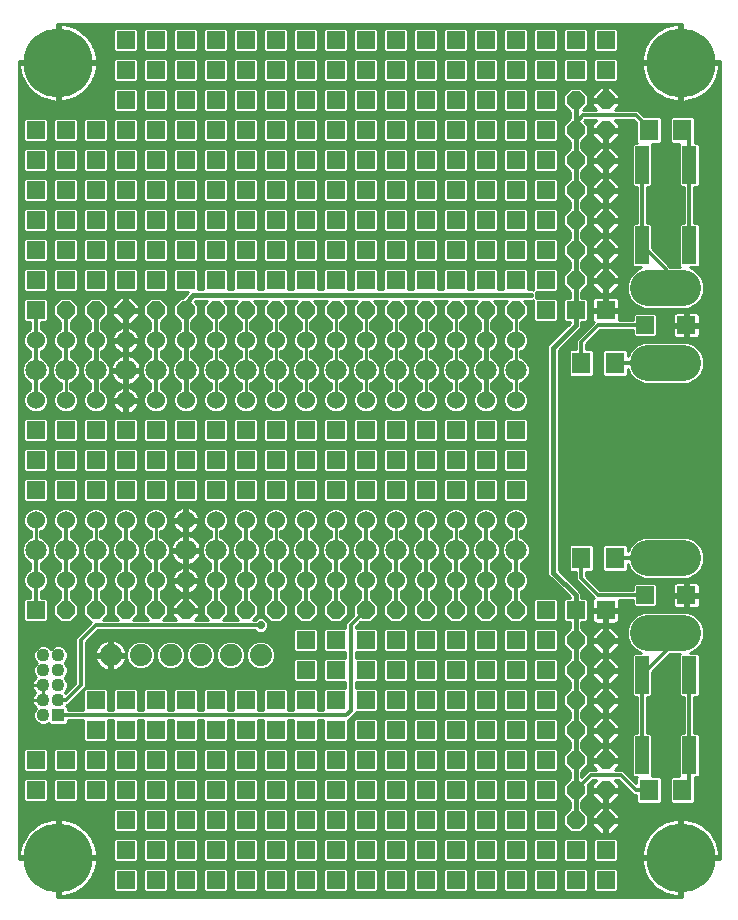
<source format=gtl>
G75*
%MOIN*%
%OFA0B0*%
%FSLAX24Y24*%
%IPPOS*%
%LPD*%
%AMOC8*
5,1,8,0,0,1.08239X$1,22.5*
%
%ADD10C,0.0709*%
%ADD11C,0.0602*%
%ADD12R,0.0600X0.0600*%
%ADD13OC8,0.0600*%
%ADD14R,0.0472X0.1260*%
%ADD15R,0.0591X0.0591*%
%ADD16C,0.1185*%
%ADD17R,0.0630X0.0710*%
%ADD18C,0.2300*%
%ADD19R,0.0436X0.0436*%
%ADD20C,0.0436*%
%ADD21C,0.0740*%
%ADD22C,0.0120*%
%ADD23C,0.0100*%
%ADD24C,0.0290*%
%ADD25C,0.0160*%
D10*
X001050Y012050D03*
X002050Y012050D03*
X003050Y012050D03*
X004050Y012050D03*
X005050Y012050D03*
X006050Y012050D03*
X007050Y012050D03*
X008050Y012050D03*
X009050Y012050D03*
X010050Y012050D03*
X011050Y012050D03*
X012050Y012050D03*
X013050Y012050D03*
X014050Y012050D03*
X015050Y012050D03*
X016050Y012050D03*
X017050Y012050D03*
X017050Y018050D03*
X016050Y018050D03*
X015050Y018050D03*
X014050Y018050D03*
X013050Y018050D03*
X012050Y018050D03*
X011050Y018050D03*
X010050Y018050D03*
X009050Y018050D03*
X008050Y018050D03*
X007050Y018050D03*
X006050Y018050D03*
X005050Y018050D03*
X004050Y018050D03*
X003050Y018050D03*
X002050Y018050D03*
X001050Y018050D03*
D11*
X001050Y017050D03*
X002050Y017050D03*
X003050Y017050D03*
X004050Y017050D03*
X005050Y017050D03*
X006050Y017050D03*
X007050Y017050D03*
X008050Y017050D03*
X009050Y017050D03*
X010050Y017050D03*
X011050Y017050D03*
X012050Y017050D03*
X013050Y017050D03*
X014050Y017050D03*
X015050Y017050D03*
X016050Y017050D03*
X017050Y017050D03*
X017050Y019050D03*
X016050Y019050D03*
X015050Y019050D03*
X014050Y019050D03*
X013050Y019050D03*
X012050Y019050D03*
X011050Y019050D03*
X010050Y019050D03*
X009050Y019050D03*
X008050Y019050D03*
X007050Y019050D03*
X006050Y019050D03*
X005050Y019050D03*
X004050Y019050D03*
X003050Y019050D03*
X002050Y019050D03*
X001050Y019050D03*
X001050Y013050D03*
X002050Y013050D03*
X003050Y013050D03*
X004050Y013050D03*
X005050Y013050D03*
X006050Y013050D03*
X007050Y013050D03*
X008050Y013050D03*
X009050Y013050D03*
X010050Y013050D03*
X011050Y013050D03*
X012050Y013050D03*
X013050Y013050D03*
X014050Y013050D03*
X015050Y013050D03*
X016050Y013050D03*
X017050Y013050D03*
X017050Y011050D03*
X016050Y011050D03*
X015050Y011050D03*
X014050Y011050D03*
X013050Y011050D03*
X012050Y011050D03*
X011050Y011050D03*
X010050Y011050D03*
X009050Y011050D03*
X008050Y011050D03*
X007050Y011050D03*
X006050Y011050D03*
X005050Y011050D03*
X004050Y011050D03*
X003050Y011050D03*
X002050Y011050D03*
X001050Y011050D03*
D12*
X001050Y010050D03*
X003050Y007050D03*
X003050Y006050D03*
X003050Y005050D03*
X003050Y004050D03*
X002050Y004050D03*
X002050Y005050D03*
X001050Y005050D03*
X001050Y004050D03*
X004050Y004050D03*
X004050Y003050D03*
X004050Y002050D03*
X004050Y001050D03*
X005050Y001050D03*
X005050Y002050D03*
X005050Y003050D03*
X005050Y004050D03*
X005050Y005050D03*
X005050Y006050D03*
X005050Y007050D03*
X004050Y007050D03*
X004050Y006050D03*
X004050Y005050D03*
X006050Y005050D03*
X006050Y004050D03*
X006050Y003050D03*
X006050Y002050D03*
X006050Y001050D03*
X007050Y001050D03*
X007050Y002050D03*
X007050Y003050D03*
X007050Y004050D03*
X007050Y005050D03*
X007050Y006050D03*
X007050Y007050D03*
X006050Y007050D03*
X006050Y006050D03*
X008050Y006050D03*
X008050Y007050D03*
X009050Y007050D03*
X009050Y006050D03*
X009050Y005050D03*
X009050Y004050D03*
X009050Y003050D03*
X009050Y002050D03*
X009050Y001050D03*
X008050Y001050D03*
X008050Y002050D03*
X008050Y003050D03*
X008050Y004050D03*
X008050Y005050D03*
X010050Y005050D03*
X010050Y004050D03*
X010050Y003050D03*
X010050Y002050D03*
X010050Y001050D03*
X011050Y001050D03*
X011050Y002050D03*
X011050Y003050D03*
X011050Y004050D03*
X011050Y005050D03*
X011050Y006050D03*
X011050Y007050D03*
X011050Y008050D03*
X011050Y009050D03*
X010050Y009050D03*
X010050Y008050D03*
X010050Y007050D03*
X010050Y006050D03*
X012050Y006050D03*
X012050Y007050D03*
X012050Y008050D03*
X012050Y009050D03*
X013050Y009050D03*
X013050Y008050D03*
X013050Y007050D03*
X013050Y006050D03*
X013050Y005050D03*
X013050Y004050D03*
X013050Y003050D03*
X013050Y002050D03*
X013050Y001050D03*
X012050Y001050D03*
X012050Y002050D03*
X012050Y003050D03*
X012050Y004050D03*
X012050Y005050D03*
X014050Y005050D03*
X014050Y004050D03*
X014050Y003050D03*
X014050Y002050D03*
X014050Y001050D03*
X015050Y001050D03*
X015050Y002050D03*
X015050Y003050D03*
X015050Y004050D03*
X015050Y005050D03*
X015050Y006050D03*
X015050Y007050D03*
X015050Y008050D03*
X015050Y009050D03*
X014050Y009050D03*
X014050Y008050D03*
X014050Y007050D03*
X014050Y006050D03*
X016050Y006050D03*
X016050Y007050D03*
X016050Y008050D03*
X016050Y009050D03*
X017050Y009050D03*
X017050Y008050D03*
X017050Y007050D03*
X017050Y006050D03*
X017050Y005050D03*
X017050Y004050D03*
X017050Y003050D03*
X017050Y002050D03*
X017050Y001050D03*
X018050Y001050D03*
X018050Y002050D03*
X018050Y003050D03*
X018050Y004050D03*
X018050Y005050D03*
X018050Y006050D03*
X018050Y007050D03*
X018050Y008050D03*
X018050Y009050D03*
X018050Y010050D03*
X019050Y010050D03*
X020050Y010050D03*
X017050Y014050D03*
X017050Y015050D03*
X017050Y016050D03*
X016050Y016050D03*
X016050Y015050D03*
X016050Y014050D03*
X015050Y014050D03*
X015050Y015050D03*
X015050Y016050D03*
X014050Y016050D03*
X014050Y015050D03*
X014050Y014050D03*
X013050Y014050D03*
X013050Y015050D03*
X013050Y016050D03*
X012050Y016050D03*
X012050Y015050D03*
X012050Y014050D03*
X011050Y014050D03*
X011050Y015050D03*
X011050Y016050D03*
X010050Y016050D03*
X010050Y015050D03*
X010050Y014050D03*
X009050Y014050D03*
X009050Y015050D03*
X009050Y016050D03*
X008050Y016050D03*
X008050Y015050D03*
X008050Y014050D03*
X007050Y014050D03*
X007050Y015050D03*
X007050Y016050D03*
X006050Y016050D03*
X006050Y015050D03*
X006050Y014050D03*
X005050Y014050D03*
X005050Y015050D03*
X005050Y016050D03*
X004050Y016050D03*
X004050Y015050D03*
X004050Y014050D03*
X003050Y014050D03*
X003050Y015050D03*
X003050Y016050D03*
X002050Y016050D03*
X002050Y015050D03*
X002050Y014050D03*
X001050Y014050D03*
X001050Y015050D03*
X001050Y016050D03*
X001050Y020050D03*
X001050Y021050D03*
X001050Y022050D03*
X001050Y023050D03*
X001050Y024050D03*
X001050Y025050D03*
X001050Y026050D03*
X002050Y026050D03*
X002050Y025050D03*
X002050Y024050D03*
X002050Y023050D03*
X002050Y022050D03*
X002050Y021050D03*
X003050Y021050D03*
X003050Y022050D03*
X003050Y023050D03*
X003050Y024050D03*
X003050Y025050D03*
X003050Y026050D03*
X004050Y026050D03*
X004050Y025050D03*
X004050Y024050D03*
X004050Y023050D03*
X004050Y022050D03*
X004050Y021050D03*
X005050Y021050D03*
X005050Y022050D03*
X005050Y023050D03*
X005050Y024050D03*
X005050Y025050D03*
X005050Y026050D03*
X005050Y027050D03*
X005050Y028050D03*
X005050Y029050D03*
X004050Y029050D03*
X004050Y028050D03*
X004050Y027050D03*
X006050Y027050D03*
X006050Y026050D03*
X006050Y025050D03*
X006050Y024050D03*
X006050Y023050D03*
X006050Y022050D03*
X006050Y021050D03*
X007050Y021050D03*
X007050Y022050D03*
X007050Y023050D03*
X007050Y024050D03*
X007050Y025050D03*
X007050Y026050D03*
X007050Y027050D03*
X007050Y028050D03*
X007050Y029050D03*
X006050Y029050D03*
X006050Y028050D03*
X008050Y028050D03*
X008050Y029050D03*
X009050Y029050D03*
X009050Y028050D03*
X009050Y027050D03*
X009050Y026050D03*
X009050Y025050D03*
X009050Y024050D03*
X009050Y023050D03*
X009050Y022050D03*
X009050Y021050D03*
X008050Y021050D03*
X008050Y022050D03*
X008050Y023050D03*
X008050Y024050D03*
X008050Y025050D03*
X008050Y026050D03*
X008050Y027050D03*
X010050Y027050D03*
X010050Y026050D03*
X010050Y025050D03*
X010050Y024050D03*
X010050Y023050D03*
X010050Y022050D03*
X010050Y021050D03*
X011050Y021050D03*
X011050Y022050D03*
X011050Y023050D03*
X011050Y024050D03*
X011050Y025050D03*
X011050Y026050D03*
X011050Y027050D03*
X011050Y028050D03*
X011050Y029050D03*
X010050Y029050D03*
X010050Y028050D03*
X012050Y028050D03*
X012050Y029050D03*
X013050Y029050D03*
X013050Y028050D03*
X013050Y027050D03*
X013050Y026050D03*
X013050Y025050D03*
X013050Y024050D03*
X013050Y023050D03*
X013050Y022050D03*
X013050Y021050D03*
X012050Y021050D03*
X012050Y022050D03*
X012050Y023050D03*
X012050Y024050D03*
X012050Y025050D03*
X012050Y026050D03*
X012050Y027050D03*
X014050Y027050D03*
X014050Y026050D03*
X014050Y025050D03*
X014050Y024050D03*
X014050Y023050D03*
X014050Y022050D03*
X014050Y021050D03*
X015050Y021050D03*
X015050Y022050D03*
X015050Y023050D03*
X015050Y024050D03*
X015050Y025050D03*
X015050Y026050D03*
X015050Y027050D03*
X015050Y028050D03*
X015050Y029050D03*
X014050Y029050D03*
X014050Y028050D03*
X016050Y028050D03*
X016050Y029050D03*
X017050Y029050D03*
X017050Y028050D03*
X017050Y027050D03*
X017050Y026050D03*
X017050Y025050D03*
X017050Y024050D03*
X017050Y023050D03*
X017050Y022050D03*
X017050Y021050D03*
X018050Y021050D03*
X018050Y020050D03*
X019050Y020050D03*
X020050Y020050D03*
X018050Y022050D03*
X018050Y023050D03*
X018050Y024050D03*
X018050Y025050D03*
X018050Y026050D03*
X018050Y027050D03*
X018050Y028050D03*
X018050Y029050D03*
X019050Y029050D03*
X019050Y028050D03*
X020050Y028050D03*
X020050Y029050D03*
X016050Y027050D03*
X016050Y026050D03*
X016050Y025050D03*
X016050Y024050D03*
X016050Y023050D03*
X016050Y022050D03*
X016050Y021050D03*
X016050Y005050D03*
X016050Y004050D03*
X016050Y003050D03*
X016050Y002050D03*
X016050Y001050D03*
X019050Y001050D03*
X019050Y002050D03*
X020050Y002050D03*
X020050Y001050D03*
D13*
X020050Y003050D03*
X020050Y004050D03*
X020050Y005050D03*
X020050Y006050D03*
X020050Y007050D03*
X020050Y008050D03*
X020050Y009050D03*
X019050Y009050D03*
X019050Y008050D03*
X019050Y007050D03*
X019050Y006050D03*
X019050Y005050D03*
X019050Y004050D03*
X019050Y003050D03*
X017050Y010050D03*
X016050Y010050D03*
X015050Y010050D03*
X014050Y010050D03*
X013050Y010050D03*
X012050Y010050D03*
X011050Y010050D03*
X010050Y010050D03*
X009050Y010050D03*
X008050Y010050D03*
X007050Y010050D03*
X006050Y010050D03*
X005050Y010050D03*
X004050Y010050D03*
X003050Y010050D03*
X002050Y010050D03*
X002050Y020050D03*
X003050Y020050D03*
X004050Y020050D03*
X005050Y020050D03*
X006050Y020050D03*
X007050Y020050D03*
X008050Y020050D03*
X009050Y020050D03*
X010050Y020050D03*
X011050Y020050D03*
X012050Y020050D03*
X013050Y020050D03*
X014050Y020050D03*
X015050Y020050D03*
X016050Y020050D03*
X017050Y020050D03*
X019050Y021050D03*
X019050Y022050D03*
X019050Y023050D03*
X019050Y024050D03*
X019050Y025050D03*
X019050Y026050D03*
X019050Y027050D03*
X020050Y027050D03*
X020050Y026050D03*
X020050Y025050D03*
X020050Y024050D03*
X020050Y023050D03*
X020050Y022050D03*
X020050Y021050D03*
D14*
X021263Y022211D03*
X022837Y022211D03*
X022837Y024889D03*
X021263Y024889D03*
X021263Y007889D03*
X022837Y007889D03*
X022837Y005211D03*
X021263Y005211D03*
D15*
X021361Y010550D03*
X022739Y010550D03*
X022739Y019550D03*
X021361Y019550D03*
D16*
X021458Y018300D02*
X022643Y018300D01*
X022643Y020800D02*
X021458Y020800D01*
X021458Y011800D02*
X022643Y011800D01*
X022643Y009300D02*
X021458Y009300D01*
D17*
X020360Y011800D03*
X019240Y011800D03*
X019240Y018300D03*
X020360Y018300D03*
X021490Y026050D03*
X022610Y026050D03*
X022610Y004050D03*
X021490Y004050D03*
D18*
X022550Y001800D03*
X001800Y001800D03*
X001800Y028300D03*
X022550Y028300D03*
D19*
X001800Y006550D03*
D20*
X001800Y007050D03*
X001800Y007550D03*
X001800Y008050D03*
X001800Y008550D03*
X001300Y008550D03*
X001300Y008050D03*
X001300Y007550D03*
X001300Y007050D03*
X001300Y006550D03*
D21*
X003550Y008550D03*
X004550Y008550D03*
X005550Y008550D03*
X006550Y008550D03*
X007550Y008550D03*
X008550Y008550D03*
D22*
X008550Y009550D02*
X003050Y009550D01*
X002550Y009050D01*
X002550Y007550D01*
X002050Y007050D01*
X001800Y007050D01*
X001800Y006550D02*
X011400Y006550D01*
X011550Y006700D01*
X011550Y009550D01*
X012050Y010050D01*
X012050Y011050D01*
X012050Y012050D01*
X012050Y013050D01*
X011050Y012050D02*
X011050Y011050D01*
X011050Y010050D01*
X010050Y010050D02*
X010050Y011050D01*
X010050Y012050D01*
X010050Y013050D01*
X009050Y012050D02*
X009050Y011050D01*
X009050Y010050D01*
X008050Y010050D02*
X008050Y011050D01*
X008050Y012050D01*
X008050Y013050D01*
X007050Y012050D02*
X007050Y011050D01*
X007050Y010050D01*
X005050Y010050D02*
X005050Y011050D01*
X005050Y012050D01*
X004050Y012050D02*
X004050Y011050D01*
X004050Y010050D01*
X003050Y010050D02*
X003050Y011050D01*
X003050Y012050D01*
X002050Y012050D02*
X002050Y011050D01*
X002050Y010050D01*
X001050Y010050D02*
X001050Y011050D01*
X001050Y012050D01*
X002050Y012050D02*
X002050Y013050D01*
X004050Y013050D02*
X004050Y012050D01*
X005050Y017050D02*
X005050Y018050D01*
X005050Y019050D01*
X005050Y020050D01*
X002050Y020050D02*
X002050Y019050D01*
X002050Y018050D01*
X001050Y018050D02*
X001050Y019050D01*
X001050Y020050D01*
X001050Y018050D02*
X001050Y017050D01*
X013050Y012050D02*
X013050Y011050D01*
X013050Y010050D01*
X014050Y010050D02*
X014050Y011050D01*
X014050Y012050D01*
X014050Y013050D01*
X015050Y012050D02*
X015050Y011050D01*
X015050Y010050D01*
X016050Y010050D02*
X016050Y011050D01*
X016050Y012050D01*
X016050Y013050D01*
X017050Y012050D02*
X017050Y011050D01*
X017050Y010050D01*
X019240Y011110D02*
X019800Y010550D01*
X021361Y010550D01*
X022050Y011800D02*
X020360Y011800D01*
X019240Y011800D02*
X019240Y011110D01*
X022050Y008676D02*
X021263Y007889D01*
X021263Y005211D01*
X020550Y004550D02*
X021050Y004050D01*
X021490Y004050D01*
X020550Y004550D02*
X019550Y004550D01*
X019050Y004050D01*
X022610Y004050D02*
X022837Y004278D01*
X022837Y005211D01*
X022837Y007889D01*
X022050Y008676D02*
X022050Y009300D01*
X022050Y018300D02*
X020360Y018300D01*
X019240Y018300D02*
X019240Y018990D01*
X019800Y019550D01*
X021361Y019550D01*
X022050Y020800D02*
X022050Y021424D01*
X021263Y022211D01*
X021263Y024513D01*
X021300Y024550D01*
X021300Y024851D01*
X021263Y024889D01*
X021490Y026050D02*
X021490Y026110D01*
X021050Y026550D01*
X019300Y026550D01*
X019050Y026300D01*
X022610Y026050D02*
X022837Y025822D01*
X022837Y024889D01*
X022837Y022211D01*
D23*
X000500Y001800D02*
X000503Y001750D01*
X001750Y001750D01*
X001750Y001850D01*
X001750Y003100D01*
X001736Y003100D01*
X001609Y003087D01*
X001484Y003063D01*
X001362Y003025D01*
X001244Y002977D01*
X001131Y002916D01*
X001025Y002845D01*
X000926Y002764D01*
X000836Y002674D01*
X000755Y002575D01*
X000684Y002469D01*
X000623Y002356D01*
X000575Y002238D01*
X000537Y002116D01*
X000513Y001991D01*
X000500Y001864D01*
X000500Y001850D01*
X001750Y001850D01*
X001850Y001850D01*
X001850Y003100D01*
X001864Y003100D01*
X001991Y003087D01*
X002116Y003063D01*
X002238Y003025D01*
X002356Y002977D01*
X002469Y002916D01*
X002575Y002845D01*
X002674Y002764D01*
X002764Y002674D01*
X002845Y002575D01*
X002916Y002469D01*
X002977Y002356D01*
X003025Y002238D01*
X003063Y002116D01*
X003087Y001991D01*
X003100Y001864D01*
X003100Y001850D01*
X001850Y001850D01*
X001850Y001750D01*
X003100Y001750D01*
X003100Y001736D01*
X003087Y001609D01*
X003063Y001484D01*
X003025Y001362D01*
X002977Y001244D01*
X002916Y001131D01*
X002845Y001025D01*
X002764Y000926D01*
X002674Y000836D01*
X002575Y000755D01*
X002469Y000684D01*
X002356Y000623D01*
X002238Y000575D01*
X002116Y000537D01*
X001991Y000513D01*
X001864Y000500D01*
X001850Y000500D01*
X001850Y001750D01*
X001750Y001750D01*
X001750Y000503D01*
X001800Y000500D01*
X022550Y000500D01*
X022600Y000503D01*
X022600Y001750D01*
X022600Y001850D01*
X022500Y001850D01*
X022500Y003100D01*
X022486Y003100D01*
X022359Y003087D01*
X022234Y003063D01*
X022112Y003025D01*
X021994Y002977D01*
X021881Y002916D01*
X021775Y002845D01*
X021676Y002764D01*
X021586Y002674D01*
X021505Y002575D01*
X021434Y002469D01*
X021373Y002356D01*
X021325Y002238D01*
X021287Y002116D01*
X021263Y001991D01*
X021250Y001864D01*
X021250Y001850D01*
X022500Y001850D01*
X022500Y001750D01*
X022600Y001750D01*
X023847Y001750D01*
X023850Y001800D01*
X023850Y028300D01*
X023847Y028350D01*
X022600Y028350D01*
X022600Y028250D01*
X023850Y028250D01*
X023850Y028236D01*
X023837Y028109D01*
X023813Y027984D01*
X023775Y027862D01*
X023727Y027744D01*
X023666Y027631D01*
X023595Y027525D01*
X023514Y027426D01*
X023424Y027336D01*
X023325Y027255D01*
X023219Y027184D01*
X023106Y027123D01*
X022988Y027075D01*
X022866Y027037D01*
X022741Y027013D01*
X022614Y027000D01*
X022600Y027000D01*
X022600Y028250D01*
X022500Y028250D01*
X022500Y027000D01*
X022486Y027000D01*
X022359Y027013D01*
X022234Y027037D01*
X022112Y027075D01*
X021994Y027123D01*
X021881Y027184D01*
X021775Y027255D01*
X021676Y027336D01*
X021586Y027426D01*
X021505Y027525D01*
X021434Y027631D01*
X021373Y027744D01*
X021325Y027862D01*
X021287Y027984D01*
X021263Y028109D01*
X021250Y028236D01*
X021250Y028250D01*
X022500Y028250D01*
X022500Y028350D01*
X022500Y029600D01*
X022486Y029600D01*
X022359Y029587D01*
X022234Y029563D01*
X022112Y029525D01*
X021994Y029477D01*
X021881Y029416D01*
X021775Y029345D01*
X021676Y029264D01*
X021586Y029174D01*
X021505Y029075D01*
X021434Y028969D01*
X021373Y028856D01*
X021325Y028738D01*
X021287Y028616D01*
X021263Y028491D01*
X021250Y028364D01*
X021250Y028350D01*
X022500Y028350D01*
X022600Y028350D01*
X022600Y029597D01*
X022550Y029600D01*
X001800Y029600D01*
X001750Y029597D01*
X001750Y028350D01*
X001850Y028350D01*
X003100Y028350D01*
X003100Y028364D01*
X003087Y028491D01*
X003063Y028616D01*
X003025Y028738D01*
X002977Y028856D01*
X002916Y028969D01*
X002845Y029075D01*
X002764Y029174D01*
X002674Y029264D01*
X002575Y029345D01*
X002469Y029416D01*
X002356Y029477D01*
X002238Y029525D01*
X002116Y029563D01*
X001991Y029587D01*
X001864Y029600D01*
X001850Y029600D01*
X001850Y028350D01*
X001850Y028250D01*
X003100Y028250D01*
X003100Y028236D01*
X003087Y028109D01*
X003063Y027984D01*
X003025Y027862D01*
X002977Y027744D01*
X002916Y027631D01*
X002845Y027525D01*
X002764Y027426D01*
X002674Y027336D01*
X002575Y027255D01*
X002469Y027184D01*
X002356Y027123D01*
X002238Y027075D01*
X002116Y027037D01*
X001991Y027013D01*
X001864Y027000D01*
X001850Y027000D01*
X001850Y028250D01*
X001750Y028250D01*
X001750Y027000D01*
X001736Y027000D01*
X001609Y027013D01*
X001484Y027037D01*
X001362Y027075D01*
X001244Y027123D01*
X001131Y027184D01*
X001025Y027255D01*
X000926Y027336D01*
X000836Y027426D01*
X000755Y027525D01*
X000684Y027631D01*
X000623Y027744D01*
X000575Y027862D01*
X000537Y027984D01*
X000513Y028109D01*
X000500Y028236D01*
X000500Y028250D01*
X001750Y028250D01*
X001750Y028350D01*
X000503Y028350D01*
X000500Y028300D01*
X000500Y001800D01*
X000501Y001778D02*
X001750Y001778D01*
X001750Y001876D02*
X001850Y001876D01*
X001850Y001778D02*
X003640Y001778D01*
X003640Y001704D02*
X003704Y001640D01*
X004396Y001640D01*
X004460Y001704D01*
X004460Y002396D01*
X004396Y002460D01*
X003704Y002460D01*
X003640Y002396D01*
X003640Y001704D01*
X003665Y001679D02*
X003094Y001679D01*
X003082Y001581D02*
X021268Y001581D01*
X021263Y001609D02*
X021287Y001484D01*
X021325Y001362D01*
X021373Y001244D01*
X021434Y001131D01*
X021505Y001025D01*
X021586Y000926D01*
X021676Y000836D01*
X021775Y000755D01*
X021881Y000684D01*
X021994Y000623D01*
X022112Y000575D01*
X022234Y000537D01*
X022359Y000513D01*
X022486Y000500D01*
X022500Y000500D01*
X022500Y001750D01*
X021250Y001750D01*
X021250Y001736D01*
X021263Y001609D01*
X021256Y001679D02*
X020435Y001679D01*
X020460Y001704D02*
X020396Y001640D01*
X019704Y001640D01*
X019640Y001704D01*
X019640Y002396D01*
X019704Y002460D01*
X020396Y002460D01*
X020460Y002396D01*
X020460Y001704D01*
X020460Y001778D02*
X022500Y001778D01*
X022500Y001876D02*
X022600Y001876D01*
X022600Y001850D02*
X022600Y003100D01*
X022614Y003100D01*
X022741Y003087D01*
X022866Y003063D01*
X022988Y003025D01*
X023106Y002977D01*
X023219Y002916D01*
X023325Y002845D01*
X023424Y002764D01*
X023514Y002674D01*
X023595Y002575D01*
X023666Y002469D01*
X023727Y002356D01*
X023775Y002238D01*
X023813Y002116D01*
X023837Y001991D01*
X023850Y001864D01*
X023850Y001850D01*
X022600Y001850D01*
X022600Y001778D02*
X023849Y001778D01*
X023849Y001876D02*
X023850Y001876D01*
X023839Y001975D02*
X023850Y001975D01*
X023850Y002073D02*
X023821Y002073D01*
X023796Y002172D02*
X023850Y002172D01*
X023850Y002270D02*
X023762Y002270D01*
X023720Y002369D02*
X023850Y002369D01*
X023850Y002467D02*
X023668Y002467D01*
X023602Y002566D02*
X023850Y002566D01*
X023850Y002664D02*
X023523Y002664D01*
X023426Y002763D02*
X023850Y002763D01*
X023850Y002861D02*
X023302Y002861D01*
X023138Y002960D02*
X023850Y002960D01*
X023850Y003058D02*
X022881Y003058D01*
X022600Y003058D02*
X022500Y003058D01*
X022500Y002960D02*
X022600Y002960D01*
X022600Y002861D02*
X022500Y002861D01*
X022500Y002763D02*
X022600Y002763D01*
X022600Y002664D02*
X022500Y002664D01*
X022500Y002566D02*
X022600Y002566D01*
X022600Y002467D02*
X022500Y002467D01*
X022500Y002369D02*
X022600Y002369D01*
X022600Y002270D02*
X022500Y002270D01*
X022500Y002172D02*
X022600Y002172D01*
X022600Y002073D02*
X022500Y002073D01*
X022500Y001975D02*
X022600Y001975D01*
X022600Y001679D02*
X022500Y001679D01*
X022500Y001581D02*
X022600Y001581D01*
X022600Y001482D02*
X022500Y001482D01*
X022500Y001384D02*
X022600Y001384D01*
X022600Y001285D02*
X022500Y001285D01*
X022500Y001187D02*
X022600Y001187D01*
X022600Y001088D02*
X022500Y001088D01*
X022500Y000990D02*
X022600Y000990D01*
X022600Y000891D02*
X022500Y000891D01*
X022500Y000793D02*
X022600Y000793D01*
X022600Y000694D02*
X022500Y000694D01*
X022500Y000596D02*
X022600Y000596D01*
X022061Y000596D02*
X002289Y000596D01*
X002485Y000694D02*
X003650Y000694D01*
X003640Y000704D02*
X003704Y000640D01*
X004396Y000640D01*
X004460Y000704D01*
X004460Y001396D01*
X004396Y001460D01*
X003704Y001460D01*
X003640Y001396D01*
X003640Y000704D01*
X003640Y000793D02*
X002622Y000793D01*
X002729Y000891D02*
X003640Y000891D01*
X003640Y000990D02*
X002817Y000990D01*
X002888Y001088D02*
X003640Y001088D01*
X003640Y001187D02*
X002946Y001187D01*
X002994Y001285D02*
X003640Y001285D01*
X003640Y001384D02*
X003032Y001384D01*
X003062Y001482D02*
X021288Y001482D01*
X021318Y001384D02*
X020460Y001384D01*
X020460Y001396D02*
X020396Y001460D01*
X019704Y001460D01*
X019640Y001396D01*
X019640Y000704D01*
X019704Y000640D01*
X020396Y000640D01*
X020460Y000704D01*
X020460Y001396D01*
X020460Y001285D02*
X021356Y001285D01*
X021404Y001187D02*
X020460Y001187D01*
X020460Y001088D02*
X021462Y001088D01*
X021533Y000990D02*
X020460Y000990D01*
X020460Y000891D02*
X021621Y000891D01*
X021728Y000793D02*
X020460Y000793D01*
X020450Y000694D02*
X021865Y000694D01*
X021251Y001876D02*
X020460Y001876D01*
X020460Y001975D02*
X021261Y001975D01*
X021279Y002073D02*
X020460Y002073D01*
X020460Y002172D02*
X021304Y002172D01*
X021338Y002270D02*
X020460Y002270D01*
X020460Y002369D02*
X021380Y002369D01*
X021432Y002467D02*
X002918Y002467D01*
X002970Y002369D02*
X003640Y002369D01*
X003640Y002270D02*
X003012Y002270D01*
X003046Y002172D02*
X003640Y002172D01*
X003640Y002073D02*
X003071Y002073D01*
X003089Y001975D02*
X003640Y001975D01*
X003640Y001876D02*
X003099Y001876D01*
X002852Y002566D02*
X021498Y002566D01*
X021577Y002664D02*
X020300Y002664D01*
X020236Y002600D02*
X020500Y002864D01*
X020500Y003000D01*
X020100Y003000D01*
X020100Y003100D01*
X020500Y003100D01*
X020500Y003236D01*
X020236Y003500D01*
X020100Y003500D01*
X020100Y003100D01*
X020000Y003100D01*
X020000Y003500D01*
X019864Y003500D01*
X019600Y003236D01*
X019600Y003100D01*
X020000Y003100D01*
X020000Y003000D01*
X020100Y003000D01*
X020100Y002600D01*
X020236Y002600D01*
X020100Y002664D02*
X020000Y002664D01*
X020000Y002600D02*
X020000Y003000D01*
X019600Y003000D01*
X019600Y002864D01*
X019864Y002600D01*
X020000Y002600D01*
X020000Y002763D02*
X020100Y002763D01*
X020100Y002861D02*
X020000Y002861D01*
X020000Y002960D02*
X020100Y002960D01*
X020100Y003058D02*
X022219Y003058D01*
X021962Y002960D02*
X020500Y002960D01*
X020497Y002861D02*
X021798Y002861D01*
X021674Y002763D02*
X020399Y002763D01*
X020500Y003157D02*
X023850Y003157D01*
X023850Y003255D02*
X020481Y003255D01*
X020383Y003354D02*
X023850Y003354D01*
X023850Y003452D02*
X020284Y003452D01*
X020236Y003600D02*
X020500Y003864D01*
X020500Y004000D01*
X020100Y004000D01*
X020100Y004100D01*
X020500Y004100D01*
X020500Y004236D01*
X020356Y004380D01*
X020480Y004380D01*
X020880Y003980D01*
X020980Y003880D01*
X021065Y003880D01*
X021065Y003650D01*
X021130Y003585D01*
X021851Y003585D01*
X021915Y003650D01*
X021915Y004450D01*
X021851Y004515D01*
X021588Y004515D01*
X021609Y004536D01*
X021609Y005887D01*
X021544Y005951D01*
X021433Y005951D01*
X021433Y007149D01*
X021544Y007149D01*
X021609Y007213D01*
X021609Y007994D01*
X022212Y008598D01*
X022525Y008598D01*
X022491Y008564D01*
X022491Y007213D01*
X022556Y007149D01*
X022667Y007149D01*
X022667Y005951D01*
X022556Y005951D01*
X022491Y005887D01*
X022491Y004536D01*
X022512Y004515D01*
X022249Y004515D01*
X022185Y004450D01*
X022185Y003650D01*
X022249Y003585D01*
X022970Y003585D01*
X023035Y003650D01*
X023035Y004450D01*
X023014Y004471D01*
X023119Y004471D01*
X023184Y004536D01*
X023184Y005887D01*
X023119Y005951D01*
X023007Y005951D01*
X023007Y007149D01*
X023119Y007149D01*
X023184Y007213D01*
X023184Y008564D01*
X023119Y008629D01*
X022857Y008629D01*
X023040Y008704D01*
X023238Y008902D01*
X023345Y009160D01*
X023345Y009440D01*
X023238Y009698D01*
X023040Y009896D01*
X022782Y010002D01*
X021318Y010002D01*
X021060Y009896D01*
X020862Y009698D01*
X020755Y009440D01*
X020755Y009160D01*
X020862Y008902D01*
X021060Y008704D01*
X021243Y008629D01*
X020981Y008629D01*
X020916Y008564D01*
X020916Y007213D01*
X020981Y007149D01*
X021093Y007149D01*
X021093Y005951D01*
X020981Y005951D01*
X020916Y005887D01*
X020916Y004536D01*
X020981Y004471D01*
X021086Y004471D01*
X021065Y004450D01*
X021065Y004275D01*
X020620Y004720D01*
X020356Y004720D01*
X020500Y004864D01*
X020500Y005000D01*
X020100Y005000D01*
X020100Y005100D01*
X020000Y005100D01*
X020000Y005500D01*
X019864Y005500D01*
X019600Y005236D01*
X019600Y005100D01*
X020000Y005100D01*
X020000Y005000D01*
X019600Y005000D01*
X019600Y004864D01*
X019744Y004720D01*
X019480Y004720D01*
X019380Y004620D01*
X019240Y004480D01*
X019240Y004660D01*
X019460Y004880D01*
X019460Y005220D01*
X019240Y005440D01*
X019240Y005660D01*
X019460Y005880D01*
X019460Y006220D01*
X019240Y006440D01*
X019240Y006660D01*
X019460Y006880D01*
X019460Y007220D01*
X019240Y007440D01*
X019240Y007660D01*
X019460Y007880D01*
X019460Y008220D01*
X019240Y008440D01*
X019240Y008660D01*
X019460Y008880D01*
X019460Y009220D01*
X019240Y009440D01*
X019240Y009640D01*
X019396Y009640D01*
X019460Y009704D01*
X019460Y010396D01*
X019396Y010460D01*
X019240Y010460D01*
X019240Y010629D01*
X018490Y011379D01*
X018490Y018721D01*
X019129Y019360D01*
X019240Y019471D01*
X019240Y019640D01*
X019396Y019640D01*
X019460Y019704D01*
X019460Y020396D01*
X019396Y020460D01*
X019240Y020460D01*
X019240Y020660D01*
X019460Y020880D01*
X019460Y021220D01*
X019240Y021440D01*
X019240Y021660D01*
X019460Y021880D01*
X019460Y022220D01*
X019240Y022440D01*
X019240Y022660D01*
X019460Y022880D01*
X019460Y023220D01*
X019240Y023440D01*
X019240Y023660D01*
X019460Y023880D01*
X019460Y024220D01*
X019240Y024440D01*
X019240Y024660D01*
X019460Y024880D01*
X019460Y025220D01*
X019240Y025440D01*
X019240Y025660D01*
X019460Y025880D01*
X019460Y026220D01*
X019335Y026345D01*
X019370Y026380D01*
X019744Y026380D01*
X019600Y026236D01*
X019600Y026100D01*
X020000Y026100D01*
X020000Y026000D01*
X020100Y026000D01*
X020100Y026100D01*
X020500Y026100D01*
X020500Y026236D01*
X020356Y026380D01*
X020980Y026380D01*
X021065Y026294D01*
X021065Y025650D01*
X021086Y025629D01*
X020981Y025629D01*
X020916Y025564D01*
X020916Y024213D01*
X020981Y024149D01*
X021093Y024149D01*
X021093Y022951D01*
X020981Y022951D01*
X020916Y022887D01*
X020916Y021536D01*
X020981Y021471D01*
X021243Y021471D01*
X021060Y021396D01*
X020862Y021198D01*
X020755Y020940D01*
X020755Y020660D01*
X020862Y020402D01*
X021060Y020204D01*
X021318Y020098D01*
X022782Y020098D01*
X023040Y020204D01*
X023238Y020402D01*
X023345Y020660D01*
X023345Y020940D01*
X023238Y021198D01*
X023040Y021396D01*
X022857Y021471D01*
X023119Y021471D01*
X023184Y021536D01*
X023184Y022887D01*
X023119Y022951D01*
X023007Y022951D01*
X023007Y024149D01*
X023119Y024149D01*
X023184Y024213D01*
X023184Y025564D01*
X023119Y025629D01*
X023014Y025629D01*
X023035Y025650D01*
X023035Y026450D01*
X022970Y026515D01*
X022249Y026515D01*
X022185Y026450D01*
X022185Y025650D01*
X022249Y025585D01*
X022512Y025585D01*
X022491Y025564D01*
X022491Y024213D01*
X022556Y024149D01*
X022667Y024149D01*
X022667Y022951D01*
X022556Y022951D01*
X022491Y022887D01*
X022491Y021536D01*
X022525Y021502D01*
X022212Y021502D01*
X021609Y022106D01*
X021609Y022887D01*
X021544Y022951D01*
X021433Y022951D01*
X021433Y024149D01*
X021544Y024149D01*
X021609Y024213D01*
X021609Y025564D01*
X021588Y025585D01*
X021851Y025585D01*
X021915Y025650D01*
X021915Y026450D01*
X021851Y026515D01*
X021325Y026515D01*
X021220Y026620D01*
X021120Y026720D01*
X020356Y026720D01*
X020500Y026864D01*
X020500Y027000D01*
X020100Y027000D01*
X020100Y027100D01*
X020000Y027100D01*
X020000Y027500D01*
X019864Y027500D01*
X019600Y027236D01*
X019600Y027100D01*
X020000Y027100D01*
X020000Y027000D01*
X019600Y027000D01*
X019600Y026864D01*
X019744Y026720D01*
X019300Y026720D01*
X019460Y026880D01*
X019460Y027220D01*
X019220Y027460D01*
X018880Y027460D01*
X018640Y027220D01*
X018640Y026880D01*
X018860Y026660D01*
X018860Y026440D01*
X018640Y026220D01*
X018640Y025880D01*
X018860Y025660D01*
X018860Y025440D01*
X018640Y025220D01*
X018640Y024880D01*
X018860Y024660D01*
X018860Y024440D01*
X018640Y024220D01*
X018640Y023880D01*
X018860Y023660D01*
X018860Y023440D01*
X018640Y023220D01*
X018640Y022880D01*
X018860Y022660D01*
X018860Y022440D01*
X018640Y022220D01*
X018640Y021880D01*
X018860Y021660D01*
X018860Y021440D01*
X018640Y021220D01*
X018640Y020880D01*
X018860Y020660D01*
X018860Y020460D01*
X018704Y020460D01*
X018640Y020396D01*
X018640Y019704D01*
X018704Y019640D01*
X018860Y019640D01*
X018860Y019629D01*
X018110Y018879D01*
X018110Y011221D01*
X018221Y011110D01*
X018860Y010471D01*
X018860Y010460D01*
X018704Y010460D01*
X018640Y010396D01*
X018640Y009704D01*
X018704Y009640D01*
X018860Y009640D01*
X018860Y009440D01*
X018640Y009220D01*
X018640Y008880D01*
X018860Y008660D01*
X018860Y008440D01*
X018640Y008220D01*
X018640Y007880D01*
X018860Y007660D01*
X018860Y007440D01*
X018640Y007220D01*
X018640Y006880D01*
X018860Y006660D01*
X018860Y006440D01*
X018640Y006220D01*
X018640Y005880D01*
X018860Y005660D01*
X018860Y005440D01*
X018640Y005220D01*
X018640Y004880D01*
X018860Y004660D01*
X018860Y004440D01*
X018640Y004220D01*
X018640Y003880D01*
X018860Y003660D01*
X018860Y003440D01*
X018640Y003220D01*
X018640Y002880D01*
X018880Y002640D01*
X019220Y002640D01*
X019460Y002880D01*
X019460Y003220D01*
X019240Y003440D01*
X019240Y003660D01*
X019460Y003880D01*
X019460Y004220D01*
X019620Y004380D01*
X019744Y004380D01*
X019600Y004236D01*
X019600Y004100D01*
X020000Y004100D01*
X020000Y004000D01*
X020100Y004000D01*
X020100Y003600D01*
X020236Y003600D01*
X020285Y003649D02*
X021066Y003649D01*
X021065Y003748D02*
X020384Y003748D01*
X020482Y003846D02*
X021065Y003846D01*
X020915Y003945D02*
X020500Y003945D01*
X020500Y004142D02*
X020718Y004142D01*
X020620Y004240D02*
X020496Y004240D01*
X020521Y004339D02*
X020398Y004339D01*
X020369Y004733D02*
X020916Y004733D01*
X020916Y004831D02*
X020467Y004831D01*
X020500Y004930D02*
X020916Y004930D01*
X020916Y005028D02*
X020100Y005028D01*
X020100Y005100D02*
X020500Y005100D01*
X020500Y005236D01*
X020236Y005500D01*
X020100Y005500D01*
X020100Y005100D01*
X020100Y005127D02*
X020000Y005127D01*
X020000Y005225D02*
X020100Y005225D01*
X020100Y005324D02*
X020000Y005324D01*
X020000Y005422D02*
X020100Y005422D01*
X020100Y005600D02*
X020236Y005600D01*
X020500Y005864D01*
X020500Y006000D01*
X020100Y006000D01*
X020100Y006100D01*
X020500Y006100D01*
X020500Y006236D01*
X020236Y006500D01*
X020100Y006500D01*
X020100Y006100D01*
X020000Y006100D01*
X020000Y006500D01*
X019864Y006500D01*
X019600Y006236D01*
X019600Y006100D01*
X020000Y006100D01*
X020000Y006000D01*
X020100Y006000D01*
X020100Y005600D01*
X020100Y005619D02*
X020000Y005619D01*
X020000Y005600D02*
X020000Y006000D01*
X019600Y006000D01*
X019600Y005864D01*
X019864Y005600D01*
X020000Y005600D01*
X020000Y005718D02*
X020100Y005718D01*
X020100Y005816D02*
X020000Y005816D01*
X020000Y005915D02*
X020100Y005915D01*
X020100Y006013D02*
X021093Y006013D01*
X021093Y006112D02*
X020500Y006112D01*
X020500Y006210D02*
X021093Y006210D01*
X021093Y006309D02*
X020428Y006309D01*
X020329Y006407D02*
X021093Y006407D01*
X021093Y006506D02*
X019240Y006506D01*
X019240Y006604D02*
X019860Y006604D01*
X019864Y006600D02*
X020000Y006600D01*
X020000Y007000D01*
X020100Y007000D01*
X020100Y007100D01*
X020500Y007100D01*
X020500Y007236D01*
X020236Y007500D01*
X020100Y007500D01*
X020100Y007100D01*
X020000Y007100D01*
X020000Y007500D01*
X019864Y007500D01*
X019600Y007236D01*
X019600Y007100D01*
X020000Y007100D01*
X020000Y007000D01*
X019600Y007000D01*
X019600Y006864D01*
X019864Y006600D01*
X020000Y006604D02*
X020100Y006604D01*
X020100Y006600D02*
X020236Y006600D01*
X020500Y006864D01*
X020500Y007000D01*
X020100Y007000D01*
X020100Y006600D01*
X020100Y006703D02*
X020000Y006703D01*
X020000Y006801D02*
X020100Y006801D01*
X020100Y006900D02*
X020000Y006900D01*
X020000Y006998D02*
X020100Y006998D01*
X020100Y007097D02*
X021093Y007097D01*
X021093Y006998D02*
X020500Y006998D01*
X020500Y006900D02*
X021093Y006900D01*
X021093Y006801D02*
X020437Y006801D01*
X020339Y006703D02*
X021093Y006703D01*
X021093Y006604D02*
X020240Y006604D01*
X020100Y006407D02*
X020000Y006407D01*
X020000Y006309D02*
X020100Y006309D01*
X020100Y006210D02*
X020000Y006210D01*
X020000Y006112D02*
X020100Y006112D01*
X020000Y006013D02*
X019460Y006013D01*
X019460Y005915D02*
X019600Y005915D01*
X019648Y005816D02*
X019396Y005816D01*
X019297Y005718D02*
X019746Y005718D01*
X019845Y005619D02*
X019240Y005619D01*
X019240Y005521D02*
X020916Y005521D01*
X020916Y005619D02*
X020255Y005619D01*
X020354Y005718D02*
X020916Y005718D01*
X020916Y005816D02*
X020452Y005816D01*
X020500Y005915D02*
X020944Y005915D01*
X020916Y005422D02*
X020314Y005422D01*
X020413Y005324D02*
X020916Y005324D01*
X020916Y005225D02*
X020500Y005225D01*
X020500Y005127D02*
X020916Y005127D01*
X020916Y004634D02*
X020706Y004634D01*
X020805Y004536D02*
X020917Y004536D01*
X020903Y004437D02*
X021065Y004437D01*
X021065Y004339D02*
X021002Y004339D01*
X020817Y004043D02*
X020100Y004043D01*
X020100Y003945D02*
X020000Y003945D01*
X020000Y004000D02*
X020000Y003600D01*
X019864Y003600D01*
X019600Y003864D01*
X019600Y004000D01*
X020000Y004000D01*
X020000Y004043D02*
X019460Y004043D01*
X019460Y003945D02*
X019600Y003945D01*
X019618Y003846D02*
X019426Y003846D01*
X019327Y003748D02*
X019716Y003748D01*
X019815Y003649D02*
X019240Y003649D01*
X019240Y003551D02*
X023850Y003551D01*
X023850Y003649D02*
X023034Y003649D01*
X023035Y003748D02*
X023850Y003748D01*
X023850Y003846D02*
X023035Y003846D01*
X023035Y003945D02*
X023850Y003945D01*
X023850Y004043D02*
X023035Y004043D01*
X023035Y004142D02*
X023850Y004142D01*
X023850Y004240D02*
X023035Y004240D01*
X023035Y004339D02*
X023850Y004339D01*
X023850Y004437D02*
X023035Y004437D01*
X023183Y004536D02*
X023850Y004536D01*
X023850Y004634D02*
X023184Y004634D01*
X023184Y004733D02*
X023850Y004733D01*
X023850Y004831D02*
X023184Y004831D01*
X023184Y004930D02*
X023850Y004930D01*
X023850Y005028D02*
X023184Y005028D01*
X023184Y005127D02*
X023850Y005127D01*
X023850Y005225D02*
X023184Y005225D01*
X023184Y005324D02*
X023850Y005324D01*
X023850Y005422D02*
X023184Y005422D01*
X023184Y005521D02*
X023850Y005521D01*
X023850Y005619D02*
X023184Y005619D01*
X023184Y005718D02*
X023850Y005718D01*
X023850Y005816D02*
X023184Y005816D01*
X023156Y005915D02*
X023850Y005915D01*
X023850Y006013D02*
X023007Y006013D01*
X023007Y006112D02*
X023850Y006112D01*
X023850Y006210D02*
X023007Y006210D01*
X023007Y006309D02*
X023850Y006309D01*
X023850Y006407D02*
X023007Y006407D01*
X023007Y006506D02*
X023850Y006506D01*
X023850Y006604D02*
X023007Y006604D01*
X023007Y006703D02*
X023850Y006703D01*
X023850Y006801D02*
X023007Y006801D01*
X023007Y006900D02*
X023850Y006900D01*
X023850Y006998D02*
X023007Y006998D01*
X023007Y007097D02*
X023850Y007097D01*
X023850Y007195D02*
X023166Y007195D01*
X023184Y007294D02*
X023850Y007294D01*
X023850Y007392D02*
X023184Y007392D01*
X023184Y007491D02*
X023850Y007491D01*
X023850Y007589D02*
X023184Y007589D01*
X023184Y007688D02*
X023850Y007688D01*
X023850Y007786D02*
X023184Y007786D01*
X023184Y007885D02*
X023850Y007885D01*
X023850Y007983D02*
X023184Y007983D01*
X023184Y008082D02*
X023850Y008082D01*
X023850Y008180D02*
X023184Y008180D01*
X023184Y008279D02*
X023850Y008279D01*
X023850Y008377D02*
X023184Y008377D01*
X023184Y008476D02*
X023850Y008476D01*
X023850Y008574D02*
X023174Y008574D01*
X023107Y008771D02*
X023850Y008771D01*
X023850Y008673D02*
X022963Y008673D01*
X023206Y008870D02*
X023850Y008870D01*
X023850Y008968D02*
X023265Y008968D01*
X023306Y009067D02*
X023850Y009067D01*
X023850Y009165D02*
X023345Y009165D01*
X023345Y009264D02*
X023850Y009264D01*
X023850Y009362D02*
X023345Y009362D01*
X023336Y009461D02*
X023850Y009461D01*
X023850Y009559D02*
X023296Y009559D01*
X023255Y009658D02*
X023850Y009658D01*
X023850Y009756D02*
X023180Y009756D01*
X023081Y009855D02*
X023850Y009855D01*
X023850Y009953D02*
X022902Y009953D01*
X022789Y010105D02*
X023054Y010105D01*
X023092Y010115D01*
X023126Y010135D01*
X023154Y010163D01*
X023174Y010197D01*
X023184Y010235D01*
X023184Y010500D01*
X022789Y010500D01*
X022789Y010600D01*
X023184Y010600D01*
X023184Y010865D01*
X023174Y010903D01*
X023154Y010937D01*
X023126Y010965D01*
X023092Y010985D01*
X023054Y010995D01*
X022789Y010995D01*
X022789Y010600D01*
X022689Y010600D01*
X022689Y010995D01*
X022424Y010995D01*
X022386Y010985D01*
X022352Y010965D01*
X022324Y010937D01*
X022304Y010903D01*
X022294Y010865D01*
X022294Y010600D01*
X022689Y010600D01*
X022689Y010500D01*
X022789Y010500D01*
X022789Y010105D01*
X022789Y010150D02*
X022689Y010150D01*
X022689Y010105D02*
X022689Y010500D01*
X022294Y010500D01*
X022294Y010235D01*
X022304Y010197D01*
X022324Y010163D01*
X022352Y010135D01*
X022386Y010115D01*
X022424Y010105D01*
X022689Y010105D01*
X022689Y010249D02*
X022789Y010249D01*
X022789Y010347D02*
X022689Y010347D01*
X022689Y010446D02*
X022789Y010446D01*
X022789Y010544D02*
X023850Y010544D01*
X023850Y010446D02*
X023184Y010446D01*
X023184Y010347D02*
X023850Y010347D01*
X023850Y010249D02*
X023184Y010249D01*
X023142Y010150D02*
X023850Y010150D01*
X023850Y010052D02*
X020100Y010052D01*
X020100Y010100D02*
X020500Y010100D01*
X020500Y010370D01*
X020497Y010380D01*
X020956Y010380D01*
X020956Y010209D01*
X021020Y010145D01*
X021702Y010145D01*
X021766Y010209D01*
X021766Y010891D01*
X021702Y010955D01*
X021020Y010955D01*
X020956Y010891D01*
X020956Y010720D01*
X019870Y010720D01*
X019410Y011180D01*
X019410Y011335D01*
X019601Y011335D01*
X019665Y011400D01*
X019665Y012200D01*
X019601Y012265D01*
X018880Y012265D01*
X018815Y012200D01*
X018815Y011400D01*
X018880Y011335D01*
X019070Y011335D01*
X019070Y011039D01*
X019630Y010480D01*
X019649Y010461D01*
X019630Y010442D01*
X019610Y010408D01*
X019600Y010370D01*
X019600Y010100D01*
X020000Y010100D01*
X020000Y010000D01*
X020100Y010000D01*
X020100Y010100D01*
X020100Y010000D02*
X020500Y010000D01*
X020500Y009730D01*
X020490Y009692D01*
X020470Y009658D01*
X020442Y009630D01*
X020408Y009610D01*
X020370Y009600D01*
X020100Y009600D01*
X020100Y010000D01*
X020100Y009953D02*
X020000Y009953D01*
X020000Y010000D02*
X020000Y009600D01*
X019730Y009600D01*
X019692Y009610D01*
X019658Y009630D01*
X019630Y009658D01*
X019610Y009692D01*
X019600Y009730D01*
X019600Y010000D01*
X020000Y010000D01*
X020000Y010052D02*
X019460Y010052D01*
X019460Y010150D02*
X019600Y010150D01*
X019600Y010249D02*
X019460Y010249D01*
X019460Y010347D02*
X019600Y010347D01*
X019633Y010446D02*
X019410Y010446D01*
X019566Y010544D02*
X019240Y010544D01*
X019226Y010643D02*
X019467Y010643D01*
X019369Y010741D02*
X019128Y010741D01*
X019029Y010840D02*
X019270Y010840D01*
X019172Y010938D02*
X018931Y010938D01*
X018832Y011037D02*
X019073Y011037D01*
X019070Y011135D02*
X018734Y011135D01*
X018635Y011234D02*
X019070Y011234D01*
X019070Y011332D02*
X018537Y011332D01*
X018490Y011431D02*
X018815Y011431D01*
X018815Y011529D02*
X018490Y011529D01*
X018490Y011628D02*
X018815Y011628D01*
X018815Y011726D02*
X018490Y011726D01*
X018490Y011825D02*
X018815Y011825D01*
X018815Y011923D02*
X018490Y011923D01*
X018490Y012022D02*
X018815Y012022D01*
X018815Y012120D02*
X018490Y012120D01*
X018490Y012219D02*
X018833Y012219D01*
X018490Y012317D02*
X020981Y012317D01*
X021060Y012396D02*
X020862Y012198D01*
X020785Y012012D01*
X020785Y012200D01*
X020720Y012265D01*
X019999Y012265D01*
X019935Y012200D01*
X019935Y011400D01*
X019999Y011335D01*
X020720Y011335D01*
X020785Y011400D01*
X020785Y011588D01*
X020862Y011402D01*
X021060Y011204D01*
X021318Y011098D01*
X022782Y011098D01*
X023040Y011204D01*
X023238Y011402D01*
X023345Y011660D01*
X023345Y011940D01*
X023238Y012198D01*
X023040Y012396D01*
X022782Y012502D01*
X021318Y012502D01*
X021060Y012396D01*
X021108Y012416D02*
X018490Y012416D01*
X018490Y012514D02*
X023850Y012514D01*
X023850Y012416D02*
X022992Y012416D01*
X023119Y012317D02*
X023850Y012317D01*
X023850Y012219D02*
X023217Y012219D01*
X023270Y012120D02*
X023850Y012120D01*
X023850Y012022D02*
X023311Y012022D01*
X023345Y011923D02*
X023850Y011923D01*
X023850Y011825D02*
X023345Y011825D01*
X023345Y011726D02*
X023850Y011726D01*
X023850Y011628D02*
X023331Y011628D01*
X023291Y011529D02*
X023850Y011529D01*
X023850Y011431D02*
X023250Y011431D01*
X023168Y011332D02*
X023850Y011332D01*
X023850Y011234D02*
X023070Y011234D01*
X022873Y011135D02*
X023850Y011135D01*
X023850Y011037D02*
X019554Y011037D01*
X019455Y011135D02*
X021227Y011135D01*
X021030Y011234D02*
X019410Y011234D01*
X019410Y011332D02*
X020932Y011332D01*
X020850Y011431D02*
X020785Y011431D01*
X020785Y011529D02*
X020809Y011529D01*
X020785Y012022D02*
X020789Y012022D01*
X020785Y012120D02*
X020830Y012120D01*
X020883Y012219D02*
X020767Y012219D01*
X019953Y012219D02*
X019647Y012219D01*
X019665Y012120D02*
X019935Y012120D01*
X019935Y012022D02*
X019665Y012022D01*
X019665Y011923D02*
X019935Y011923D01*
X019935Y011825D02*
X019665Y011825D01*
X019665Y011726D02*
X019935Y011726D01*
X019935Y011628D02*
X019665Y011628D01*
X019665Y011529D02*
X019935Y011529D01*
X019935Y011431D02*
X019665Y011431D01*
X019652Y010938D02*
X021003Y010938D01*
X020956Y010840D02*
X019751Y010840D01*
X019849Y010741D02*
X020956Y010741D01*
X020956Y010347D02*
X020500Y010347D01*
X020500Y010249D02*
X020956Y010249D01*
X021015Y010150D02*
X020500Y010150D01*
X020500Y009953D02*
X021198Y009953D01*
X021019Y009855D02*
X020500Y009855D01*
X020500Y009756D02*
X020920Y009756D01*
X020845Y009658D02*
X020470Y009658D01*
X020276Y009461D02*
X020764Y009461D01*
X020755Y009362D02*
X020374Y009362D01*
X020473Y009264D02*
X020755Y009264D01*
X020755Y009165D02*
X020500Y009165D01*
X020500Y009100D02*
X020500Y009236D01*
X020236Y009500D01*
X020100Y009500D01*
X020100Y009100D01*
X020500Y009100D01*
X020500Y009000D02*
X020100Y009000D01*
X020100Y009100D01*
X020000Y009100D01*
X020000Y009500D01*
X019864Y009500D01*
X019600Y009236D01*
X019600Y009100D01*
X020000Y009100D01*
X020000Y009000D01*
X020100Y009000D01*
X020100Y008600D01*
X020236Y008600D01*
X020500Y008864D01*
X020500Y009000D01*
X020500Y008968D02*
X020835Y008968D01*
X020794Y009067D02*
X020100Y009067D01*
X020100Y009165D02*
X020000Y009165D01*
X020000Y009067D02*
X019460Y009067D01*
X019460Y009165D02*
X019600Y009165D01*
X019627Y009264D02*
X019416Y009264D01*
X019318Y009362D02*
X019726Y009362D01*
X019824Y009461D02*
X019240Y009461D01*
X019240Y009559D02*
X020804Y009559D01*
X020894Y008870D02*
X020500Y008870D01*
X020407Y008771D02*
X020993Y008771D01*
X021137Y008673D02*
X020309Y008673D01*
X020236Y008500D02*
X020100Y008500D01*
X020100Y008100D01*
X020500Y008100D01*
X020500Y008236D01*
X020236Y008500D01*
X020261Y008476D02*
X020916Y008476D01*
X020926Y008574D02*
X019240Y008574D01*
X019240Y008476D02*
X019839Y008476D01*
X019864Y008500D02*
X019600Y008236D01*
X019600Y008100D01*
X020000Y008100D01*
X020000Y008500D01*
X019864Y008500D01*
X019864Y008600D02*
X020000Y008600D01*
X020000Y009000D01*
X019600Y009000D01*
X019600Y008864D01*
X019864Y008600D01*
X019791Y008673D02*
X019252Y008673D01*
X019351Y008771D02*
X019693Y008771D01*
X019600Y008870D02*
X019449Y008870D01*
X019460Y008968D02*
X019600Y008968D01*
X020000Y008968D02*
X020100Y008968D01*
X020100Y008870D02*
X020000Y008870D01*
X020000Y008771D02*
X020100Y008771D01*
X020100Y008673D02*
X020000Y008673D01*
X020000Y008476D02*
X020100Y008476D01*
X020100Y008377D02*
X020000Y008377D01*
X020000Y008279D02*
X020100Y008279D01*
X020100Y008180D02*
X020000Y008180D01*
X020000Y008100D02*
X020100Y008100D01*
X020100Y008000D01*
X020500Y008000D01*
X020500Y007864D01*
X020236Y007600D01*
X020100Y007600D01*
X020100Y008000D01*
X020000Y008000D01*
X020000Y007600D01*
X019864Y007600D01*
X019600Y007864D01*
X019600Y008000D01*
X020000Y008000D01*
X020000Y008100D01*
X020000Y008082D02*
X019460Y008082D01*
X019460Y008180D02*
X019600Y008180D01*
X019642Y008279D02*
X019401Y008279D01*
X019303Y008377D02*
X019741Y008377D01*
X019600Y007983D02*
X019460Y007983D01*
X019460Y007885D02*
X019600Y007885D01*
X019678Y007786D02*
X019366Y007786D01*
X019267Y007688D02*
X019776Y007688D01*
X019854Y007491D02*
X019240Y007491D01*
X019240Y007589D02*
X020916Y007589D01*
X020916Y007491D02*
X020246Y007491D01*
X020344Y007392D02*
X020916Y007392D01*
X020916Y007294D02*
X020443Y007294D01*
X020500Y007195D02*
X020934Y007195D01*
X020916Y007688D02*
X020324Y007688D01*
X020422Y007786D02*
X020916Y007786D01*
X020916Y007885D02*
X020500Y007885D01*
X020500Y007983D02*
X020916Y007983D01*
X020916Y008082D02*
X020100Y008082D01*
X020100Y007983D02*
X020000Y007983D01*
X020000Y007885D02*
X020100Y007885D01*
X020100Y007786D02*
X020000Y007786D01*
X020000Y007688D02*
X020100Y007688D01*
X020100Y007491D02*
X020000Y007491D01*
X020000Y007392D02*
X020100Y007392D01*
X020100Y007294D02*
X020000Y007294D01*
X020000Y007195D02*
X020100Y007195D01*
X020000Y007097D02*
X019460Y007097D01*
X019460Y007195D02*
X019600Y007195D01*
X019657Y007294D02*
X019386Y007294D01*
X019288Y007392D02*
X019756Y007392D01*
X019600Y006998D02*
X019460Y006998D01*
X019460Y006900D02*
X019600Y006900D01*
X019663Y006801D02*
X019381Y006801D01*
X019282Y006703D02*
X019761Y006703D01*
X019771Y006407D02*
X019273Y006407D01*
X019371Y006309D02*
X019672Y006309D01*
X019600Y006210D02*
X019460Y006210D01*
X019460Y006112D02*
X019600Y006112D01*
X019786Y005422D02*
X019258Y005422D01*
X019356Y005324D02*
X019687Y005324D01*
X019600Y005225D02*
X019455Y005225D01*
X019460Y005127D02*
X019600Y005127D01*
X019460Y005028D02*
X020000Y005028D01*
X019731Y004733D02*
X019312Y004733D01*
X019240Y004634D02*
X019394Y004634D01*
X019295Y004536D02*
X019240Y004536D01*
X019411Y004831D02*
X019633Y004831D01*
X019600Y004930D02*
X019460Y004930D01*
X019579Y004339D02*
X019702Y004339D01*
X019604Y004240D02*
X019480Y004240D01*
X019460Y004142D02*
X019600Y004142D01*
X020000Y003846D02*
X020100Y003846D01*
X020100Y003748D02*
X020000Y003748D01*
X020000Y003649D02*
X020100Y003649D01*
X020100Y003452D02*
X020000Y003452D01*
X020000Y003354D02*
X020100Y003354D01*
X020100Y003255D02*
X020000Y003255D01*
X020000Y003157D02*
X020100Y003157D01*
X020000Y003058D02*
X019460Y003058D01*
X019460Y002960D02*
X019600Y002960D01*
X019603Y002861D02*
X019441Y002861D01*
X019342Y002763D02*
X019701Y002763D01*
X019800Y002664D02*
X019244Y002664D01*
X019396Y002460D02*
X018704Y002460D01*
X018640Y002396D01*
X018640Y001704D01*
X018704Y001640D01*
X019396Y001640D01*
X019460Y001704D01*
X019460Y002396D01*
X019396Y002460D01*
X019460Y002369D02*
X019640Y002369D01*
X019640Y002270D02*
X019460Y002270D01*
X019460Y002172D02*
X019640Y002172D01*
X019640Y002073D02*
X019460Y002073D01*
X019460Y001975D02*
X019640Y001975D01*
X019640Y001876D02*
X019460Y001876D01*
X019460Y001778D02*
X019640Y001778D01*
X019665Y001679D02*
X019435Y001679D01*
X019396Y001460D02*
X018704Y001460D01*
X018640Y001396D01*
X018640Y000704D01*
X018704Y000640D01*
X019396Y000640D01*
X019460Y000704D01*
X019460Y001396D01*
X019396Y001460D01*
X019460Y001384D02*
X019640Y001384D01*
X019640Y001285D02*
X019460Y001285D01*
X019460Y001187D02*
X019640Y001187D01*
X019640Y001088D02*
X019460Y001088D01*
X019460Y000990D02*
X019640Y000990D01*
X019640Y000891D02*
X019460Y000891D01*
X019460Y000793D02*
X019640Y000793D01*
X019650Y000694D02*
X019450Y000694D01*
X018650Y000694D02*
X018450Y000694D01*
X018460Y000704D02*
X018396Y000640D01*
X017704Y000640D01*
X017640Y000704D01*
X017640Y001396D01*
X017704Y001460D01*
X018396Y001460D01*
X018460Y001396D01*
X018460Y000704D01*
X018460Y000793D02*
X018640Y000793D01*
X018640Y000891D02*
X018460Y000891D01*
X018460Y000990D02*
X018640Y000990D01*
X018640Y001088D02*
X018460Y001088D01*
X018460Y001187D02*
X018640Y001187D01*
X018640Y001285D02*
X018460Y001285D01*
X018460Y001384D02*
X018640Y001384D01*
X018665Y001679D02*
X018435Y001679D01*
X018460Y001704D02*
X018396Y001640D01*
X017704Y001640D01*
X017640Y001704D01*
X017640Y002396D01*
X017704Y002460D01*
X018396Y002460D01*
X018460Y002396D01*
X018460Y001704D01*
X018460Y001778D02*
X018640Y001778D01*
X018640Y001876D02*
X018460Y001876D01*
X018460Y001975D02*
X018640Y001975D01*
X018640Y002073D02*
X018460Y002073D01*
X018460Y002172D02*
X018640Y002172D01*
X018640Y002270D02*
X018460Y002270D01*
X018460Y002369D02*
X018640Y002369D01*
X018396Y002640D02*
X018460Y002704D01*
X018460Y003396D01*
X018396Y003460D01*
X017704Y003460D01*
X017640Y003396D01*
X017640Y002704D01*
X017704Y002640D01*
X018396Y002640D01*
X018420Y002664D02*
X018856Y002664D01*
X018758Y002763D02*
X018460Y002763D01*
X018460Y002861D02*
X018659Y002861D01*
X018640Y002960D02*
X018460Y002960D01*
X018460Y003058D02*
X018640Y003058D01*
X018640Y003157D02*
X018460Y003157D01*
X018460Y003255D02*
X018675Y003255D01*
X018774Y003354D02*
X018460Y003354D01*
X018404Y003452D02*
X018860Y003452D01*
X018860Y003551D02*
X000500Y003551D01*
X000500Y003649D02*
X000695Y003649D01*
X000704Y003640D02*
X001396Y003640D01*
X001460Y003704D01*
X001460Y004396D01*
X001396Y004460D01*
X000704Y004460D01*
X000640Y004396D01*
X000640Y003704D01*
X000704Y003640D01*
X000640Y003748D02*
X000500Y003748D01*
X000500Y003846D02*
X000640Y003846D01*
X000640Y003945D02*
X000500Y003945D01*
X000500Y004043D02*
X000640Y004043D01*
X000640Y004142D02*
X000500Y004142D01*
X000500Y004240D02*
X000640Y004240D01*
X000640Y004339D02*
X000500Y004339D01*
X000500Y004437D02*
X000681Y004437D01*
X000704Y004640D02*
X001396Y004640D01*
X001460Y004704D01*
X001460Y005396D01*
X001396Y005460D01*
X000704Y005460D01*
X000640Y005396D01*
X000640Y004704D01*
X000704Y004640D01*
X000640Y004733D02*
X000500Y004733D01*
X000500Y004831D02*
X000640Y004831D01*
X000640Y004930D02*
X000500Y004930D01*
X000500Y005028D02*
X000640Y005028D01*
X000640Y005127D02*
X000500Y005127D01*
X000500Y005225D02*
X000640Y005225D01*
X000640Y005324D02*
X000500Y005324D01*
X000500Y005422D02*
X000666Y005422D01*
X000500Y005521D02*
X018860Y005521D01*
X018860Y005619D02*
X000500Y005619D01*
X000500Y005718D02*
X002640Y005718D01*
X002640Y005704D02*
X002704Y005640D01*
X003396Y005640D01*
X003460Y005704D01*
X003460Y006380D01*
X003640Y006380D01*
X003640Y005704D01*
X003704Y005640D01*
X004396Y005640D01*
X004460Y005704D01*
X004460Y006380D01*
X004640Y006380D01*
X004640Y005704D01*
X004704Y005640D01*
X005396Y005640D01*
X005460Y005704D01*
X005460Y006380D01*
X005640Y006380D01*
X005640Y005704D01*
X005704Y005640D01*
X006396Y005640D01*
X006460Y005704D01*
X006460Y006380D01*
X006640Y006380D01*
X006640Y005704D01*
X006704Y005640D01*
X007396Y005640D01*
X007460Y005704D01*
X007460Y006380D01*
X007640Y006380D01*
X007640Y005704D01*
X007704Y005640D01*
X008396Y005640D01*
X008460Y005704D01*
X008460Y006380D01*
X008640Y006380D01*
X008640Y005704D01*
X008704Y005640D01*
X009396Y005640D01*
X009460Y005704D01*
X009460Y006380D01*
X009640Y006380D01*
X009640Y005704D01*
X009704Y005640D01*
X010396Y005640D01*
X010460Y005704D01*
X010460Y006380D01*
X010640Y006380D01*
X010640Y005704D01*
X010704Y005640D01*
X011396Y005640D01*
X011460Y005704D01*
X011460Y006380D01*
X011470Y006380D01*
X011620Y006530D01*
X011720Y006630D01*
X011720Y006640D01*
X012396Y006640D01*
X012460Y006704D01*
X012460Y007396D01*
X012396Y007460D01*
X011720Y007460D01*
X011720Y007640D01*
X012396Y007640D01*
X012460Y007704D01*
X012460Y008396D01*
X012396Y008460D01*
X011720Y008460D01*
X011720Y008640D01*
X012396Y008640D01*
X012460Y008704D01*
X012460Y009396D01*
X012396Y009460D01*
X011720Y009460D01*
X011720Y009480D01*
X011880Y009640D01*
X012220Y009640D01*
X012460Y009880D01*
X012460Y010220D01*
X012220Y010460D01*
X012220Y010675D01*
X012283Y010701D01*
X012399Y010817D01*
X012461Y010968D01*
X012461Y011132D01*
X012399Y011283D01*
X012283Y011399D01*
X012220Y011425D01*
X012220Y011618D01*
X012313Y011656D01*
X012444Y011787D01*
X012514Y011958D01*
X012514Y012142D01*
X012444Y012313D01*
X012313Y012444D01*
X012220Y012482D01*
X012220Y012675D01*
X012283Y012701D01*
X012399Y012817D01*
X012461Y012968D01*
X012461Y013132D01*
X012399Y013283D01*
X012283Y013399D01*
X012132Y013461D01*
X011968Y013461D01*
X011817Y013399D01*
X011701Y013283D01*
X011639Y013132D01*
X011639Y012968D01*
X011701Y012817D01*
X011817Y012701D01*
X011880Y012675D01*
X011880Y012482D01*
X011787Y012444D01*
X011656Y012313D01*
X011586Y012142D01*
X011586Y011958D01*
X011656Y011787D01*
X011787Y011656D01*
X011880Y011618D01*
X011880Y011425D01*
X011817Y011399D01*
X011701Y011283D01*
X011639Y011132D01*
X011639Y010968D01*
X011701Y010817D01*
X011817Y010701D01*
X011880Y010675D01*
X011880Y010460D01*
X011640Y010220D01*
X011640Y009880D01*
X011380Y009620D01*
X011380Y009460D01*
X010704Y009460D01*
X010640Y009396D01*
X010640Y008704D01*
X010704Y008640D01*
X011380Y008640D01*
X011380Y008460D01*
X010704Y008460D01*
X010640Y008396D01*
X010640Y007704D01*
X010704Y007640D01*
X011380Y007640D01*
X011380Y007460D01*
X010704Y007460D01*
X010640Y007396D01*
X010640Y006720D01*
X010460Y006720D01*
X010460Y007396D01*
X010396Y007460D01*
X009704Y007460D01*
X009640Y007396D01*
X009640Y006720D01*
X009460Y006720D01*
X009460Y007396D01*
X009396Y007460D01*
X008704Y007460D01*
X008640Y007396D01*
X008640Y006720D01*
X008460Y006720D01*
X008460Y007396D01*
X008396Y007460D01*
X007704Y007460D01*
X007640Y007396D01*
X007640Y006720D01*
X007460Y006720D01*
X007460Y007396D01*
X007396Y007460D01*
X006704Y007460D01*
X006640Y007396D01*
X006640Y006720D01*
X006460Y006720D01*
X006460Y007396D01*
X006396Y007460D01*
X005704Y007460D01*
X005640Y007396D01*
X005640Y006720D01*
X005460Y006720D01*
X005460Y007396D01*
X005396Y007460D01*
X004704Y007460D01*
X004640Y007396D01*
X004640Y006720D01*
X004460Y006720D01*
X004460Y007396D01*
X004396Y007460D01*
X003704Y007460D01*
X003640Y007396D01*
X003640Y006720D01*
X003460Y006720D01*
X003460Y007396D01*
X003396Y007460D01*
X002704Y007460D01*
X002640Y007396D01*
X002640Y006720D01*
X002128Y006720D01*
X002128Y006814D01*
X002078Y006864D01*
X002078Y006864D01*
X002085Y006880D01*
X002120Y006880D01*
X002620Y007380D01*
X002720Y007480D01*
X002720Y008980D01*
X003120Y009380D01*
X008359Y009380D01*
X008406Y009334D01*
X008499Y009295D01*
X008601Y009295D01*
X008694Y009334D01*
X008766Y009406D01*
X008805Y009499D01*
X008805Y009601D01*
X008766Y009694D01*
X008694Y009766D01*
X008601Y009805D01*
X008499Y009805D01*
X008406Y009766D01*
X008359Y009720D01*
X008300Y009720D01*
X008460Y009880D01*
X008460Y010220D01*
X008220Y010460D01*
X008220Y010675D01*
X008283Y010701D01*
X008399Y010817D01*
X008461Y010968D01*
X008461Y011132D01*
X008399Y011283D01*
X008283Y011399D01*
X008220Y011425D01*
X008220Y011618D01*
X008313Y011656D01*
X008444Y011787D01*
X008514Y011958D01*
X008514Y012142D01*
X008444Y012313D01*
X008313Y012444D01*
X008220Y012482D01*
X008220Y012675D01*
X008283Y012701D01*
X008399Y012817D01*
X008461Y012968D01*
X008461Y013132D01*
X008399Y013283D01*
X008283Y013399D01*
X008132Y013461D01*
X007968Y013461D01*
X007817Y013399D01*
X007701Y013283D01*
X007639Y013132D01*
X007639Y012968D01*
X007701Y012817D01*
X007817Y012701D01*
X007880Y012675D01*
X007880Y012482D01*
X007787Y012444D01*
X007656Y012313D01*
X007586Y012142D01*
X007586Y011958D01*
X007656Y011787D01*
X007787Y011656D01*
X007880Y011618D01*
X007880Y011425D01*
X007817Y011399D01*
X007701Y011283D01*
X007639Y011132D01*
X007639Y010968D01*
X007701Y010817D01*
X007817Y010701D01*
X007880Y010675D01*
X007880Y010460D01*
X007640Y010220D01*
X007640Y009880D01*
X007800Y009720D01*
X007300Y009720D01*
X007460Y009880D01*
X007460Y010220D01*
X007220Y010460D01*
X007220Y010675D01*
X007283Y010701D01*
X007399Y010817D01*
X007461Y010968D01*
X007461Y011132D01*
X007399Y011283D01*
X007283Y011399D01*
X007220Y011425D01*
X007220Y011618D01*
X007313Y011656D01*
X007444Y011787D01*
X007514Y011958D01*
X007514Y012142D01*
X007444Y012313D01*
X007313Y012444D01*
X007210Y012486D01*
X007210Y012671D01*
X007283Y012701D01*
X007399Y012817D01*
X007461Y012968D01*
X007461Y013132D01*
X007399Y013283D01*
X007283Y013399D01*
X007132Y013461D01*
X006968Y013461D01*
X006817Y013399D01*
X006701Y013283D01*
X006639Y013132D01*
X006639Y012968D01*
X006701Y012817D01*
X006817Y012701D01*
X006890Y012671D01*
X006890Y012486D01*
X006787Y012444D01*
X006656Y012313D01*
X006586Y012142D01*
X006586Y011958D01*
X006656Y011787D01*
X006787Y011656D01*
X006880Y011618D01*
X006880Y011425D01*
X006817Y011399D01*
X006701Y011283D01*
X006639Y011132D01*
X006639Y010968D01*
X006701Y010817D01*
X006817Y010701D01*
X006880Y010675D01*
X006880Y010460D01*
X006640Y010220D01*
X006640Y009880D01*
X006800Y009720D01*
X006356Y009720D01*
X006500Y009864D01*
X006500Y010000D01*
X006100Y010000D01*
X006100Y010100D01*
X006000Y010100D01*
X006000Y010500D01*
X005864Y010500D01*
X005600Y010236D01*
X005600Y010100D01*
X006000Y010100D01*
X006000Y010000D01*
X005600Y010000D01*
X005600Y009864D01*
X005744Y009720D01*
X005300Y009720D01*
X005460Y009880D01*
X005460Y010220D01*
X005220Y010460D01*
X005220Y010675D01*
X005283Y010701D01*
X005399Y010817D01*
X005461Y010968D01*
X005461Y011132D01*
X005399Y011283D01*
X005283Y011399D01*
X005220Y011425D01*
X005220Y011618D01*
X005313Y011656D01*
X005444Y011787D01*
X005514Y011958D01*
X005514Y012142D01*
X005444Y012313D01*
X005313Y012444D01*
X005210Y012486D01*
X005210Y012671D01*
X005283Y012701D01*
X005399Y012817D01*
X005461Y012968D01*
X005461Y013132D01*
X005399Y013283D01*
X005283Y013399D01*
X005132Y013461D01*
X004968Y013461D01*
X004817Y013399D01*
X004701Y013283D01*
X004639Y013132D01*
X004639Y012968D01*
X004701Y012817D01*
X004817Y012701D01*
X004890Y012671D01*
X004890Y012486D01*
X004787Y012444D01*
X004656Y012313D01*
X004586Y012142D01*
X004586Y011958D01*
X004656Y011787D01*
X004787Y011656D01*
X004880Y011618D01*
X004880Y011425D01*
X004817Y011399D01*
X004701Y011283D01*
X004639Y011132D01*
X004639Y010968D01*
X004701Y010817D01*
X004817Y010701D01*
X004880Y010675D01*
X004880Y010460D01*
X004640Y010220D01*
X004640Y009880D01*
X004800Y009720D01*
X004300Y009720D01*
X004460Y009880D01*
X004460Y010220D01*
X004220Y010460D01*
X004220Y010675D01*
X004283Y010701D01*
X004399Y010817D01*
X004461Y010968D01*
X004461Y011132D01*
X004399Y011283D01*
X004283Y011399D01*
X004220Y011425D01*
X004220Y011618D01*
X004313Y011656D01*
X004444Y011787D01*
X004514Y011958D01*
X004514Y012142D01*
X004444Y012313D01*
X004313Y012444D01*
X004220Y012482D01*
X004220Y012675D01*
X004283Y012701D01*
X004399Y012817D01*
X004461Y012968D01*
X004461Y013132D01*
X004399Y013283D01*
X004283Y013399D01*
X004132Y013461D01*
X003968Y013461D01*
X003817Y013399D01*
X003701Y013283D01*
X003639Y013132D01*
X003639Y012968D01*
X003701Y012817D01*
X003817Y012701D01*
X003880Y012675D01*
X003880Y012482D01*
X003787Y012444D01*
X003656Y012313D01*
X003586Y012142D01*
X003586Y011958D01*
X003656Y011787D01*
X003787Y011656D01*
X003880Y011618D01*
X003880Y011425D01*
X003817Y011399D01*
X003701Y011283D01*
X003639Y011132D01*
X003639Y010968D01*
X003701Y010817D01*
X003817Y010701D01*
X003880Y010675D01*
X003880Y010460D01*
X003640Y010220D01*
X003640Y009880D01*
X003800Y009720D01*
X003300Y009720D01*
X003460Y009880D01*
X003460Y010220D01*
X003220Y010460D01*
X003220Y010675D01*
X003283Y010701D01*
X003399Y010817D01*
X003461Y010968D01*
X003461Y011132D01*
X003399Y011283D01*
X003283Y011399D01*
X003220Y011425D01*
X003220Y011618D01*
X003313Y011656D01*
X003444Y011787D01*
X003514Y011958D01*
X003514Y012142D01*
X003444Y012313D01*
X003313Y012444D01*
X003210Y012486D01*
X003210Y012671D01*
X003283Y012701D01*
X003399Y012817D01*
X003461Y012968D01*
X003461Y013132D01*
X003399Y013283D01*
X003283Y013399D01*
X003132Y013461D01*
X002968Y013461D01*
X002817Y013399D01*
X002701Y013283D01*
X002639Y013132D01*
X002639Y012968D01*
X002701Y012817D01*
X002817Y012701D01*
X002890Y012671D01*
X002890Y012486D01*
X002787Y012444D01*
X002656Y012313D01*
X002586Y012142D01*
X002586Y011958D01*
X002656Y011787D01*
X002787Y011656D01*
X002880Y011618D01*
X002880Y011425D01*
X002817Y011399D01*
X002701Y011283D01*
X002639Y011132D01*
X002639Y010968D01*
X002701Y010817D01*
X002817Y010701D01*
X002880Y010675D01*
X002880Y010460D01*
X002640Y010220D01*
X002640Y009880D01*
X002880Y009640D01*
X002900Y009640D01*
X002880Y009620D01*
X002380Y009120D01*
X002380Y007620D01*
X002037Y007277D01*
X002014Y007300D01*
X002078Y007364D01*
X002128Y007485D01*
X002128Y007615D01*
X002078Y007736D01*
X002014Y007800D01*
X002078Y007864D01*
X002128Y007985D01*
X002128Y008115D01*
X002078Y008236D01*
X002014Y008300D01*
X002078Y008364D01*
X002128Y008485D01*
X002128Y008615D01*
X002078Y008736D01*
X001986Y008828D01*
X001865Y008878D01*
X001735Y008878D01*
X001614Y008828D01*
X001550Y008764D01*
X001486Y008828D01*
X001365Y008878D01*
X001235Y008878D01*
X001114Y008828D01*
X001022Y008736D01*
X000972Y008615D01*
X000972Y008485D01*
X001022Y008364D01*
X001086Y008300D01*
X001022Y008236D01*
X000972Y008115D01*
X000972Y007985D01*
X001022Y007864D01*
X001058Y007828D01*
X001014Y007785D01*
X000974Y007724D01*
X000946Y007657D01*
X000932Y007586D01*
X000932Y007559D01*
X001291Y007559D01*
X001291Y007541D01*
X000932Y007541D01*
X000932Y007514D01*
X000946Y007443D01*
X000974Y007376D01*
X001014Y007315D01*
X001029Y007300D01*
X001014Y007285D01*
X000974Y007224D01*
X000946Y007157D01*
X000932Y007086D01*
X000932Y007059D01*
X001291Y007059D01*
X001291Y007041D01*
X000932Y007041D01*
X000932Y007014D01*
X000946Y006943D01*
X000974Y006876D01*
X001014Y006815D01*
X001058Y006772D01*
X001022Y006736D01*
X000972Y006615D01*
X000972Y006485D01*
X001022Y006364D01*
X001114Y006272D01*
X001235Y006222D01*
X001365Y006222D01*
X001486Y006272D01*
X001536Y006222D01*
X002064Y006222D01*
X002128Y006286D01*
X002128Y006380D01*
X002640Y006380D01*
X002640Y005704D01*
X002640Y005816D02*
X000500Y005816D01*
X000500Y005915D02*
X002640Y005915D01*
X002640Y006013D02*
X000500Y006013D01*
X000500Y006112D02*
X002640Y006112D01*
X002640Y006210D02*
X000500Y006210D01*
X000500Y006309D02*
X001077Y006309D01*
X001004Y006407D02*
X000500Y006407D01*
X000500Y006506D02*
X000972Y006506D01*
X000972Y006604D02*
X000500Y006604D01*
X000500Y006703D02*
X001008Y006703D01*
X001028Y006801D02*
X000500Y006801D01*
X000500Y006900D02*
X000964Y006900D01*
X000935Y006998D02*
X000500Y006998D01*
X000500Y007097D02*
X000934Y007097D01*
X000962Y007195D02*
X000500Y007195D01*
X000500Y007294D02*
X001023Y007294D01*
X000967Y007392D02*
X000500Y007392D01*
X000500Y007491D02*
X000937Y007491D01*
X000932Y007589D02*
X000500Y007589D01*
X000500Y007688D02*
X000959Y007688D01*
X001015Y007786D02*
X000500Y007786D01*
X000500Y007885D02*
X001013Y007885D01*
X000973Y007983D02*
X000500Y007983D01*
X000500Y008082D02*
X000972Y008082D01*
X000999Y008180D02*
X000500Y008180D01*
X000500Y008279D02*
X001065Y008279D01*
X001017Y008377D02*
X000500Y008377D01*
X000500Y008476D02*
X000976Y008476D01*
X000972Y008574D02*
X000500Y008574D01*
X000500Y008673D02*
X000996Y008673D01*
X001057Y008771D02*
X000500Y008771D01*
X000500Y008870D02*
X001214Y008870D01*
X001386Y008870D02*
X001714Y008870D01*
X001886Y008870D02*
X002380Y008870D01*
X002380Y008968D02*
X000500Y008968D01*
X000500Y009067D02*
X002380Y009067D01*
X002425Y009165D02*
X000500Y009165D01*
X000500Y009264D02*
X002523Y009264D01*
X002622Y009362D02*
X000500Y009362D01*
X000500Y009461D02*
X002720Y009461D01*
X002819Y009559D02*
X000500Y009559D01*
X000500Y009658D02*
X000687Y009658D01*
X000704Y009640D02*
X001396Y009640D01*
X001460Y009704D01*
X001460Y010396D01*
X001396Y010460D01*
X001220Y010460D01*
X001220Y010675D01*
X001283Y010701D01*
X001399Y010817D01*
X001461Y010968D01*
X001461Y011132D01*
X001399Y011283D01*
X001283Y011399D01*
X001220Y011425D01*
X001220Y011618D01*
X001313Y011656D01*
X001444Y011787D01*
X001514Y011958D01*
X001514Y012142D01*
X001444Y012313D01*
X001313Y012444D01*
X001210Y012486D01*
X001210Y012671D01*
X001283Y012701D01*
X001399Y012817D01*
X001461Y012968D01*
X001461Y013132D01*
X001399Y013283D01*
X001283Y013399D01*
X001132Y013461D01*
X000968Y013461D01*
X000817Y013399D01*
X000701Y013283D01*
X000639Y013132D01*
X000639Y012968D01*
X000701Y012817D01*
X000817Y012701D01*
X000890Y012671D01*
X000890Y012486D01*
X000787Y012444D01*
X000656Y012313D01*
X000586Y012142D01*
X000586Y011958D01*
X000656Y011787D01*
X000787Y011656D01*
X000880Y011618D01*
X000880Y011425D01*
X000817Y011399D01*
X000701Y011283D01*
X000639Y011132D01*
X000639Y010968D01*
X000701Y010817D01*
X000817Y010701D01*
X000880Y010675D01*
X000880Y010460D01*
X000704Y010460D01*
X000640Y010396D01*
X000640Y009704D01*
X000704Y009640D01*
X000640Y009756D02*
X000500Y009756D01*
X000500Y009855D02*
X000640Y009855D01*
X000640Y009953D02*
X000500Y009953D01*
X000500Y010052D02*
X000640Y010052D01*
X000640Y010150D02*
X000500Y010150D01*
X000500Y010249D02*
X000640Y010249D01*
X000640Y010347D02*
X000500Y010347D01*
X000500Y010446D02*
X000690Y010446D01*
X000500Y010544D02*
X000880Y010544D01*
X000880Y010643D02*
X000500Y010643D01*
X000500Y010741D02*
X000777Y010741D01*
X000692Y010840D02*
X000500Y010840D01*
X000500Y010938D02*
X000651Y010938D01*
X000639Y011037D02*
X000500Y011037D01*
X000500Y011135D02*
X000640Y011135D01*
X000681Y011234D02*
X000500Y011234D01*
X000500Y011332D02*
X000751Y011332D01*
X000880Y011431D02*
X000500Y011431D01*
X000500Y011529D02*
X000880Y011529D01*
X000857Y011628D02*
X000500Y011628D01*
X000500Y011726D02*
X000717Y011726D01*
X000641Y011825D02*
X000500Y011825D01*
X000500Y011923D02*
X000600Y011923D01*
X000586Y012022D02*
X000500Y012022D01*
X000500Y012120D02*
X000586Y012120D01*
X000617Y012219D02*
X000500Y012219D01*
X000500Y012317D02*
X000660Y012317D01*
X000759Y012416D02*
X000500Y012416D01*
X000500Y012514D02*
X000890Y012514D01*
X000890Y012613D02*
X000500Y012613D01*
X000500Y012711D02*
X000807Y012711D01*
X000709Y012810D02*
X000500Y012810D01*
X000500Y012908D02*
X000664Y012908D01*
X000639Y013007D02*
X000500Y013007D01*
X000500Y013105D02*
X000639Y013105D01*
X000669Y013204D02*
X000500Y013204D01*
X000500Y013302D02*
X000721Y013302D01*
X000822Y013401D02*
X000500Y013401D01*
X000500Y013499D02*
X018110Y013499D01*
X018110Y013401D02*
X017278Y013401D01*
X017283Y013399D02*
X017132Y013461D01*
X016968Y013461D01*
X016817Y013399D01*
X016701Y013283D01*
X016639Y013132D01*
X016639Y012968D01*
X016701Y012817D01*
X016817Y012701D01*
X016890Y012671D01*
X016890Y012486D01*
X016787Y012444D01*
X016656Y012313D01*
X016586Y012142D01*
X016586Y011958D01*
X016656Y011787D01*
X016787Y011656D01*
X016880Y011618D01*
X016880Y011425D01*
X016817Y011399D01*
X016701Y011283D01*
X016639Y011132D01*
X016639Y010968D01*
X016701Y010817D01*
X016817Y010701D01*
X016880Y010675D01*
X016880Y010460D01*
X016640Y010220D01*
X016640Y009880D01*
X016880Y009640D01*
X017220Y009640D01*
X017460Y009880D01*
X017460Y010220D01*
X017220Y010460D01*
X017220Y010675D01*
X017283Y010701D01*
X017399Y010817D01*
X017461Y010968D01*
X017461Y011132D01*
X017399Y011283D01*
X017283Y011399D01*
X017220Y011425D01*
X017220Y011618D01*
X017313Y011656D01*
X017444Y011787D01*
X017514Y011958D01*
X017514Y012142D01*
X017444Y012313D01*
X017313Y012444D01*
X017210Y012486D01*
X017210Y012671D01*
X017283Y012701D01*
X017399Y012817D01*
X017461Y012968D01*
X017461Y013132D01*
X017399Y013283D01*
X017283Y013399D01*
X017379Y013302D02*
X018110Y013302D01*
X018110Y013204D02*
X017431Y013204D01*
X017461Y013105D02*
X018110Y013105D01*
X018110Y013007D02*
X017461Y013007D01*
X017436Y012908D02*
X018110Y012908D01*
X018110Y012810D02*
X017391Y012810D01*
X017293Y012711D02*
X018110Y012711D01*
X018110Y012613D02*
X017210Y012613D01*
X017210Y012514D02*
X018110Y012514D01*
X018110Y012416D02*
X017341Y012416D01*
X017440Y012317D02*
X018110Y012317D01*
X018110Y012219D02*
X017483Y012219D01*
X017514Y012120D02*
X018110Y012120D01*
X018110Y012022D02*
X017514Y012022D01*
X017500Y011923D02*
X018110Y011923D01*
X018110Y011825D02*
X017459Y011825D01*
X017383Y011726D02*
X018110Y011726D01*
X018110Y011628D02*
X017243Y011628D01*
X017220Y011529D02*
X018110Y011529D01*
X018110Y011431D02*
X017220Y011431D01*
X017349Y011332D02*
X018110Y011332D01*
X018110Y011234D02*
X017419Y011234D01*
X017460Y011135D02*
X018196Y011135D01*
X018295Y011037D02*
X017461Y011037D01*
X017449Y010938D02*
X018393Y010938D01*
X018492Y010840D02*
X017408Y010840D01*
X017323Y010741D02*
X018590Y010741D01*
X018689Y010643D02*
X017220Y010643D01*
X017220Y010544D02*
X018787Y010544D01*
X018690Y010446D02*
X018410Y010446D01*
X018396Y010460D02*
X017704Y010460D01*
X017640Y010396D01*
X017640Y009704D01*
X017704Y009640D01*
X018396Y009640D01*
X018460Y009704D01*
X018460Y010396D01*
X018396Y010460D01*
X018460Y010347D02*
X018640Y010347D01*
X018640Y010249D02*
X018460Y010249D01*
X018460Y010150D02*
X018640Y010150D01*
X018640Y010052D02*
X018460Y010052D01*
X018460Y009953D02*
X018640Y009953D01*
X018640Y009855D02*
X018460Y009855D01*
X018460Y009756D02*
X018640Y009756D01*
X018687Y009658D02*
X018413Y009658D01*
X018396Y009460D02*
X017704Y009460D01*
X017640Y009396D01*
X017640Y008704D01*
X017704Y008640D01*
X018396Y008640D01*
X018460Y008704D01*
X018460Y009396D01*
X018396Y009460D01*
X018460Y009362D02*
X018782Y009362D01*
X018860Y009461D02*
X011720Y009461D01*
X011799Y009559D02*
X018860Y009559D01*
X018684Y009264D02*
X018460Y009264D01*
X018460Y009165D02*
X018640Y009165D01*
X018640Y009067D02*
X018460Y009067D01*
X018460Y008968D02*
X018640Y008968D01*
X018651Y008870D02*
X018460Y008870D01*
X018460Y008771D02*
X018749Y008771D01*
X018848Y008673D02*
X018428Y008673D01*
X018396Y008460D02*
X017704Y008460D01*
X017640Y008396D01*
X017640Y007704D01*
X017704Y007640D01*
X018396Y007640D01*
X018460Y007704D01*
X018460Y008396D01*
X018396Y008460D01*
X018460Y008377D02*
X018797Y008377D01*
X018860Y008476D02*
X011720Y008476D01*
X011720Y008574D02*
X018860Y008574D01*
X018699Y008279D02*
X018460Y008279D01*
X018460Y008180D02*
X018640Y008180D01*
X018640Y008082D02*
X018460Y008082D01*
X018460Y007983D02*
X018640Y007983D01*
X018640Y007885D02*
X018460Y007885D01*
X018460Y007786D02*
X018734Y007786D01*
X018833Y007688D02*
X018443Y007688D01*
X018396Y007460D02*
X017704Y007460D01*
X017640Y007396D01*
X017640Y006704D01*
X017704Y006640D01*
X018396Y006640D01*
X018460Y006704D01*
X018460Y007396D01*
X018396Y007460D01*
X018460Y007392D02*
X018812Y007392D01*
X018860Y007491D02*
X011720Y007491D01*
X011720Y007589D02*
X018860Y007589D01*
X018714Y007294D02*
X018460Y007294D01*
X018460Y007195D02*
X018640Y007195D01*
X018640Y007097D02*
X018460Y007097D01*
X018460Y006998D02*
X018640Y006998D01*
X018640Y006900D02*
X018460Y006900D01*
X018460Y006801D02*
X018719Y006801D01*
X018818Y006703D02*
X018458Y006703D01*
X018396Y006460D02*
X017704Y006460D01*
X017640Y006396D01*
X017640Y005704D01*
X017704Y005640D01*
X018396Y005640D01*
X018460Y005704D01*
X018460Y006396D01*
X018396Y006460D01*
X018449Y006407D02*
X018827Y006407D01*
X018860Y006506D02*
X011596Y006506D01*
X011651Y006407D02*
X011497Y006407D01*
X011460Y006309D02*
X011640Y006309D01*
X011640Y006396D02*
X011640Y005704D01*
X011704Y005640D01*
X012396Y005640D01*
X012460Y005704D01*
X012460Y006396D01*
X012396Y006460D01*
X011704Y006460D01*
X011640Y006396D01*
X011640Y006210D02*
X011460Y006210D01*
X011460Y006112D02*
X011640Y006112D01*
X011640Y006013D02*
X011460Y006013D01*
X011460Y005915D02*
X011640Y005915D01*
X011640Y005816D02*
X011460Y005816D01*
X011460Y005718D02*
X011640Y005718D01*
X011704Y005460D02*
X011640Y005396D01*
X011640Y004704D01*
X011704Y004640D01*
X012396Y004640D01*
X012460Y004704D01*
X012460Y005396D01*
X012396Y005460D01*
X011704Y005460D01*
X011666Y005422D02*
X011434Y005422D01*
X011460Y005396D02*
X011396Y005460D01*
X010704Y005460D01*
X010640Y005396D01*
X010640Y004704D01*
X010704Y004640D01*
X011396Y004640D01*
X011460Y004704D01*
X011460Y005396D01*
X011460Y005324D02*
X011640Y005324D01*
X011640Y005225D02*
X011460Y005225D01*
X011460Y005127D02*
X011640Y005127D01*
X011640Y005028D02*
X011460Y005028D01*
X011460Y004930D02*
X011640Y004930D01*
X011640Y004831D02*
X011460Y004831D01*
X011460Y004733D02*
X011640Y004733D01*
X011704Y004460D02*
X011640Y004396D01*
X011640Y003704D01*
X011704Y003640D01*
X012396Y003640D01*
X012460Y003704D01*
X012460Y004396D01*
X012396Y004460D01*
X011704Y004460D01*
X011681Y004437D02*
X011419Y004437D01*
X011396Y004460D02*
X010704Y004460D01*
X010640Y004396D01*
X010640Y003704D01*
X010704Y003640D01*
X011396Y003640D01*
X011460Y003704D01*
X011460Y004396D01*
X011396Y004460D01*
X011460Y004339D02*
X011640Y004339D01*
X011640Y004240D02*
X011460Y004240D01*
X011460Y004142D02*
X011640Y004142D01*
X011640Y004043D02*
X011460Y004043D01*
X011460Y003945D02*
X011640Y003945D01*
X011640Y003846D02*
X011460Y003846D01*
X011460Y003748D02*
X011640Y003748D01*
X011695Y003649D02*
X011405Y003649D01*
X011396Y003460D02*
X010704Y003460D01*
X010640Y003396D01*
X010640Y002704D01*
X010704Y002640D01*
X011396Y002640D01*
X011460Y002704D01*
X011460Y003396D01*
X011396Y003460D01*
X011404Y003452D02*
X011696Y003452D01*
X011704Y003460D02*
X011640Y003396D01*
X011640Y002704D01*
X011704Y002640D01*
X012396Y002640D01*
X012460Y002704D01*
X012460Y003396D01*
X012396Y003460D01*
X011704Y003460D01*
X011640Y003354D02*
X011460Y003354D01*
X011460Y003255D02*
X011640Y003255D01*
X011640Y003157D02*
X011460Y003157D01*
X011460Y003058D02*
X011640Y003058D01*
X011640Y002960D02*
X011460Y002960D01*
X011460Y002861D02*
X011640Y002861D01*
X011640Y002763D02*
X011460Y002763D01*
X011420Y002664D02*
X011680Y002664D01*
X011704Y002460D02*
X011640Y002396D01*
X011640Y001704D01*
X011704Y001640D01*
X012396Y001640D01*
X012460Y001704D01*
X012460Y002396D01*
X012396Y002460D01*
X011704Y002460D01*
X011640Y002369D02*
X011460Y002369D01*
X011460Y002396D02*
X011396Y002460D01*
X010704Y002460D01*
X010640Y002396D01*
X010640Y001704D01*
X010704Y001640D01*
X011396Y001640D01*
X011460Y001704D01*
X011460Y002396D01*
X011460Y002270D02*
X011640Y002270D01*
X011640Y002172D02*
X011460Y002172D01*
X011460Y002073D02*
X011640Y002073D01*
X011640Y001975D02*
X011460Y001975D01*
X011460Y001876D02*
X011640Y001876D01*
X011640Y001778D02*
X011460Y001778D01*
X011435Y001679D02*
X011665Y001679D01*
X011704Y001460D02*
X011640Y001396D01*
X011640Y000704D01*
X011704Y000640D01*
X012396Y000640D01*
X012460Y000704D01*
X012460Y001396D01*
X012396Y001460D01*
X011704Y001460D01*
X011640Y001384D02*
X011460Y001384D01*
X011460Y001396D02*
X011396Y001460D01*
X010704Y001460D01*
X010640Y001396D01*
X010640Y000704D01*
X010704Y000640D01*
X011396Y000640D01*
X011460Y000704D01*
X011460Y001396D01*
X011460Y001285D02*
X011640Y001285D01*
X011640Y001187D02*
X011460Y001187D01*
X011460Y001088D02*
X011640Y001088D01*
X011640Y000990D02*
X011460Y000990D01*
X011460Y000891D02*
X011640Y000891D01*
X011640Y000793D02*
X011460Y000793D01*
X011450Y000694D02*
X011650Y000694D01*
X012450Y000694D02*
X012650Y000694D01*
X012640Y000704D02*
X012704Y000640D01*
X013396Y000640D01*
X013460Y000704D01*
X013460Y001396D01*
X013396Y001460D01*
X012704Y001460D01*
X012640Y001396D01*
X012640Y000704D01*
X012640Y000793D02*
X012460Y000793D01*
X012460Y000891D02*
X012640Y000891D01*
X012640Y000990D02*
X012460Y000990D01*
X012460Y001088D02*
X012640Y001088D01*
X012640Y001187D02*
X012460Y001187D01*
X012460Y001285D02*
X012640Y001285D01*
X012640Y001384D02*
X012460Y001384D01*
X012435Y001679D02*
X012665Y001679D01*
X012640Y001704D02*
X012704Y001640D01*
X013396Y001640D01*
X013460Y001704D01*
X013460Y002396D01*
X013396Y002460D01*
X012704Y002460D01*
X012640Y002396D01*
X012640Y001704D01*
X012640Y001778D02*
X012460Y001778D01*
X012460Y001876D02*
X012640Y001876D01*
X012640Y001975D02*
X012460Y001975D01*
X012460Y002073D02*
X012640Y002073D01*
X012640Y002172D02*
X012460Y002172D01*
X012460Y002270D02*
X012640Y002270D01*
X012640Y002369D02*
X012460Y002369D01*
X012420Y002664D02*
X012680Y002664D01*
X012704Y002640D02*
X013396Y002640D01*
X013460Y002704D01*
X013460Y003396D01*
X013396Y003460D01*
X012704Y003460D01*
X012640Y003396D01*
X012640Y002704D01*
X012704Y002640D01*
X012640Y002763D02*
X012460Y002763D01*
X012460Y002861D02*
X012640Y002861D01*
X012640Y002960D02*
X012460Y002960D01*
X012460Y003058D02*
X012640Y003058D01*
X012640Y003157D02*
X012460Y003157D01*
X012460Y003255D02*
X012640Y003255D01*
X012640Y003354D02*
X012460Y003354D01*
X012404Y003452D02*
X012696Y003452D01*
X012704Y003640D02*
X012640Y003704D01*
X012640Y004396D01*
X012704Y004460D01*
X013396Y004460D01*
X013460Y004396D01*
X013460Y003704D01*
X013396Y003640D01*
X012704Y003640D01*
X012695Y003649D02*
X012405Y003649D01*
X012460Y003748D02*
X012640Y003748D01*
X012640Y003846D02*
X012460Y003846D01*
X012460Y003945D02*
X012640Y003945D01*
X012640Y004043D02*
X012460Y004043D01*
X012460Y004142D02*
X012640Y004142D01*
X012640Y004240D02*
X012460Y004240D01*
X012460Y004339D02*
X012640Y004339D01*
X012681Y004437D02*
X012419Y004437D01*
X012460Y004733D02*
X012640Y004733D01*
X012640Y004704D02*
X012704Y004640D01*
X013396Y004640D01*
X013460Y004704D01*
X013460Y005396D01*
X013396Y005460D01*
X012704Y005460D01*
X012640Y005396D01*
X012640Y004704D01*
X012640Y004831D02*
X012460Y004831D01*
X012460Y004930D02*
X012640Y004930D01*
X012640Y005028D02*
X012460Y005028D01*
X012460Y005127D02*
X012640Y005127D01*
X012640Y005225D02*
X012460Y005225D01*
X012460Y005324D02*
X012640Y005324D01*
X012666Y005422D02*
X012434Y005422D01*
X012460Y005718D02*
X012640Y005718D01*
X012640Y005704D02*
X012704Y005640D01*
X013396Y005640D01*
X013460Y005704D01*
X013460Y006396D01*
X013396Y006460D01*
X012704Y006460D01*
X012640Y006396D01*
X012640Y005704D01*
X012640Y005816D02*
X012460Y005816D01*
X012460Y005915D02*
X012640Y005915D01*
X012640Y006013D02*
X012460Y006013D01*
X012460Y006112D02*
X012640Y006112D01*
X012640Y006210D02*
X012460Y006210D01*
X012460Y006309D02*
X012640Y006309D01*
X012651Y006407D02*
X012449Y006407D01*
X012458Y006703D02*
X012642Y006703D01*
X012640Y006704D02*
X012704Y006640D01*
X013396Y006640D01*
X013460Y006704D01*
X013460Y007396D01*
X013396Y007460D01*
X012704Y007460D01*
X012640Y007396D01*
X012640Y006704D01*
X012640Y006801D02*
X012460Y006801D01*
X012460Y006900D02*
X012640Y006900D01*
X012640Y006998D02*
X012460Y006998D01*
X012460Y007097D02*
X012640Y007097D01*
X012640Y007195D02*
X012460Y007195D01*
X012460Y007294D02*
X012640Y007294D01*
X012640Y007392D02*
X012460Y007392D01*
X012443Y007688D02*
X012657Y007688D01*
X012640Y007704D02*
X012704Y007640D01*
X013396Y007640D01*
X013460Y007704D01*
X013460Y008396D01*
X013396Y008460D01*
X012704Y008460D01*
X012640Y008396D01*
X012640Y007704D01*
X012640Y007786D02*
X012460Y007786D01*
X012460Y007885D02*
X012640Y007885D01*
X012640Y007983D02*
X012460Y007983D01*
X012460Y008082D02*
X012640Y008082D01*
X012640Y008180D02*
X012460Y008180D01*
X012460Y008279D02*
X012640Y008279D01*
X012640Y008377D02*
X012460Y008377D01*
X012428Y008673D02*
X012672Y008673D01*
X012640Y008704D02*
X012704Y008640D01*
X013396Y008640D01*
X013460Y008704D01*
X013460Y009396D01*
X013396Y009460D01*
X012704Y009460D01*
X012640Y009396D01*
X012640Y008704D01*
X012640Y008771D02*
X012460Y008771D01*
X012460Y008870D02*
X012640Y008870D01*
X012640Y008968D02*
X012460Y008968D01*
X012460Y009067D02*
X012640Y009067D01*
X012640Y009165D02*
X012460Y009165D01*
X012460Y009264D02*
X012640Y009264D01*
X012640Y009362D02*
X012460Y009362D01*
X012237Y009658D02*
X012863Y009658D01*
X012880Y009640D02*
X013220Y009640D01*
X013460Y009880D01*
X013460Y010220D01*
X013220Y010460D01*
X013220Y010675D01*
X013283Y010701D01*
X013399Y010817D01*
X013461Y010968D01*
X013461Y011132D01*
X013399Y011283D01*
X013283Y011399D01*
X013220Y011425D01*
X013220Y011618D01*
X013313Y011656D01*
X013444Y011787D01*
X013514Y011958D01*
X013514Y012142D01*
X013444Y012313D01*
X013313Y012444D01*
X013210Y012486D01*
X013210Y012671D01*
X013283Y012701D01*
X013399Y012817D01*
X013461Y012968D01*
X013461Y013132D01*
X013399Y013283D01*
X013283Y013399D01*
X013132Y013461D01*
X012968Y013461D01*
X012817Y013399D01*
X012701Y013283D01*
X012639Y013132D01*
X012639Y012968D01*
X012701Y012817D01*
X012817Y012701D01*
X012890Y012671D01*
X012890Y012486D01*
X012787Y012444D01*
X012656Y012313D01*
X012586Y012142D01*
X012586Y011958D01*
X012656Y011787D01*
X012787Y011656D01*
X012880Y011618D01*
X012880Y011425D01*
X012817Y011399D01*
X012701Y011283D01*
X012639Y011132D01*
X012639Y010968D01*
X012701Y010817D01*
X012817Y010701D01*
X012880Y010675D01*
X012880Y010460D01*
X012640Y010220D01*
X012640Y009880D01*
X012880Y009640D01*
X012764Y009756D02*
X012336Y009756D01*
X012434Y009855D02*
X012666Y009855D01*
X012640Y009953D02*
X012460Y009953D01*
X012460Y010052D02*
X012640Y010052D01*
X012640Y010150D02*
X012460Y010150D01*
X012431Y010249D02*
X012669Y010249D01*
X012767Y010347D02*
X012333Y010347D01*
X012234Y010446D02*
X012866Y010446D01*
X012880Y010544D02*
X012220Y010544D01*
X012220Y010643D02*
X012880Y010643D01*
X012777Y010741D02*
X012323Y010741D01*
X012408Y010840D02*
X012692Y010840D01*
X012651Y010938D02*
X012449Y010938D01*
X012461Y011037D02*
X012639Y011037D01*
X012640Y011135D02*
X012460Y011135D01*
X012419Y011234D02*
X012681Y011234D01*
X012751Y011332D02*
X012349Y011332D01*
X012220Y011431D02*
X012880Y011431D01*
X012880Y011529D02*
X012220Y011529D01*
X012243Y011628D02*
X012857Y011628D01*
X012717Y011726D02*
X012383Y011726D01*
X012459Y011825D02*
X012641Y011825D01*
X012600Y011923D02*
X012500Y011923D01*
X012514Y012022D02*
X012586Y012022D01*
X012586Y012120D02*
X012514Y012120D01*
X012483Y012219D02*
X012617Y012219D01*
X012660Y012317D02*
X012440Y012317D01*
X012341Y012416D02*
X012759Y012416D01*
X012890Y012514D02*
X012220Y012514D01*
X012220Y012613D02*
X012890Y012613D01*
X012807Y012711D02*
X012293Y012711D01*
X012391Y012810D02*
X012709Y012810D01*
X012664Y012908D02*
X012436Y012908D01*
X012461Y013007D02*
X012639Y013007D01*
X012639Y013105D02*
X012461Y013105D01*
X012431Y013204D02*
X012669Y013204D01*
X012721Y013302D02*
X012379Y013302D01*
X012278Y013401D02*
X012822Y013401D01*
X012704Y013640D02*
X012640Y013704D01*
X012640Y014396D01*
X012704Y014460D01*
X013396Y014460D01*
X013460Y014396D01*
X013460Y013704D01*
X013396Y013640D01*
X012704Y013640D01*
X012648Y013696D02*
X012452Y013696D01*
X012460Y013704D02*
X012396Y013640D01*
X011704Y013640D01*
X011640Y013704D01*
X011640Y014396D01*
X011704Y014460D01*
X012396Y014460D01*
X012460Y014396D01*
X012460Y013704D01*
X012460Y013795D02*
X012640Y013795D01*
X012640Y013893D02*
X012460Y013893D01*
X012460Y013992D02*
X012640Y013992D01*
X012640Y014090D02*
X012460Y014090D01*
X012460Y014189D02*
X012640Y014189D01*
X012640Y014287D02*
X012460Y014287D01*
X012460Y014386D02*
X012640Y014386D01*
X012704Y014640D02*
X012640Y014704D01*
X012640Y015396D01*
X012704Y015460D01*
X013396Y015460D01*
X013460Y015396D01*
X013460Y014704D01*
X013396Y014640D01*
X012704Y014640D01*
X012663Y014681D02*
X012437Y014681D01*
X012460Y014704D02*
X012396Y014640D01*
X011704Y014640D01*
X011640Y014704D01*
X011640Y015396D01*
X011704Y015460D01*
X012396Y015460D01*
X012460Y015396D01*
X012460Y014704D01*
X012460Y014780D02*
X012640Y014780D01*
X012640Y014878D02*
X012460Y014878D01*
X012460Y014977D02*
X012640Y014977D01*
X012640Y015075D02*
X012460Y015075D01*
X012460Y015174D02*
X012640Y015174D01*
X012640Y015272D02*
X012460Y015272D01*
X012460Y015371D02*
X012640Y015371D01*
X012704Y015640D02*
X012640Y015704D01*
X012640Y016396D01*
X012704Y016460D01*
X013396Y016460D01*
X013460Y016396D01*
X013460Y015704D01*
X013396Y015640D01*
X012704Y015640D01*
X012678Y015666D02*
X012422Y015666D01*
X012396Y015640D02*
X012460Y015704D01*
X012460Y016396D01*
X012396Y016460D01*
X011704Y016460D01*
X011640Y016396D01*
X011640Y015704D01*
X011704Y015640D01*
X012396Y015640D01*
X012460Y015765D02*
X012640Y015765D01*
X012640Y015863D02*
X012460Y015863D01*
X012460Y015962D02*
X012640Y015962D01*
X012640Y016060D02*
X012460Y016060D01*
X012460Y016159D02*
X012640Y016159D01*
X012640Y016257D02*
X012460Y016257D01*
X012460Y016356D02*
X012640Y016356D01*
X012698Y016454D02*
X012402Y016454D01*
X012283Y016701D02*
X012132Y016639D01*
X011968Y016639D01*
X011817Y016701D01*
X011701Y016817D01*
X011639Y016968D01*
X011639Y017132D01*
X011701Y017283D01*
X011817Y017399D01*
X011890Y017429D01*
X011890Y017614D01*
X011787Y017656D01*
X011656Y017787D01*
X011586Y017958D01*
X011586Y018142D01*
X011656Y018313D01*
X011787Y018444D01*
X011890Y018486D01*
X011890Y018671D01*
X011817Y018701D01*
X011701Y018817D01*
X011639Y018968D01*
X011639Y019132D01*
X011701Y019283D01*
X011817Y019399D01*
X011890Y019429D01*
X011890Y019640D01*
X011880Y019640D01*
X011640Y019880D01*
X011640Y020220D01*
X011780Y020360D01*
X011320Y020360D01*
X011460Y020220D01*
X011460Y019880D01*
X011220Y019640D01*
X011210Y019640D01*
X011210Y019429D01*
X011283Y019399D01*
X011399Y019283D01*
X011461Y019132D01*
X011461Y018968D01*
X011399Y018817D01*
X011283Y018701D01*
X011210Y018671D01*
X011210Y018486D01*
X011313Y018444D01*
X011444Y018313D01*
X011514Y018142D01*
X011514Y017958D01*
X011444Y017787D01*
X011313Y017656D01*
X011210Y017614D01*
X011210Y017429D01*
X011283Y017399D01*
X011399Y017283D01*
X011461Y017132D01*
X011461Y016968D01*
X011399Y016817D01*
X011283Y016701D01*
X011132Y016639D01*
X010968Y016639D01*
X010817Y016701D01*
X010701Y016817D01*
X010639Y016968D01*
X010639Y017132D01*
X010701Y017283D01*
X010817Y017399D01*
X010890Y017429D01*
X010890Y017614D01*
X010787Y017656D01*
X010656Y017787D01*
X010586Y017958D01*
X010586Y018142D01*
X010656Y018313D01*
X010787Y018444D01*
X010890Y018486D01*
X010890Y018671D01*
X010817Y018701D01*
X010701Y018817D01*
X010639Y018968D01*
X010639Y019132D01*
X010701Y019283D01*
X010817Y019399D01*
X010890Y019429D01*
X010890Y019640D01*
X010880Y019640D01*
X010640Y019880D01*
X010640Y020220D01*
X010780Y020360D01*
X010320Y020360D01*
X010460Y020220D01*
X010460Y019880D01*
X010220Y019640D01*
X010210Y019640D01*
X010210Y019429D01*
X010283Y019399D01*
X010399Y019283D01*
X010461Y019132D01*
X010461Y018968D01*
X010399Y018817D01*
X010283Y018701D01*
X010210Y018671D01*
X010210Y018486D01*
X010313Y018444D01*
X010444Y018313D01*
X010514Y018142D01*
X010514Y017958D01*
X010444Y017787D01*
X010313Y017656D01*
X010210Y017614D01*
X010210Y017429D01*
X010283Y017399D01*
X010399Y017283D01*
X010461Y017132D01*
X010461Y016968D01*
X010399Y016817D01*
X010283Y016701D01*
X010132Y016639D01*
X009968Y016639D01*
X009817Y016701D01*
X009701Y016817D01*
X009639Y016968D01*
X009639Y017132D01*
X009701Y017283D01*
X009817Y017399D01*
X009890Y017429D01*
X009890Y017614D01*
X009787Y017656D01*
X009656Y017787D01*
X009586Y017958D01*
X009586Y018142D01*
X009656Y018313D01*
X009787Y018444D01*
X009890Y018486D01*
X009890Y018671D01*
X009817Y018701D01*
X009701Y018817D01*
X009639Y018968D01*
X009639Y019132D01*
X009701Y019283D01*
X009817Y019399D01*
X009890Y019429D01*
X009890Y019640D01*
X009880Y019640D01*
X009640Y019880D01*
X009640Y020220D01*
X009780Y020360D01*
X009320Y020360D01*
X009460Y020220D01*
X009460Y019880D01*
X009220Y019640D01*
X009210Y019640D01*
X009210Y019429D01*
X009283Y019399D01*
X009399Y019283D01*
X009461Y019132D01*
X009461Y018968D01*
X009399Y018817D01*
X009283Y018701D01*
X009210Y018671D01*
X009210Y018486D01*
X009313Y018444D01*
X009444Y018313D01*
X009514Y018142D01*
X009514Y017958D01*
X009444Y017787D01*
X009313Y017656D01*
X009210Y017614D01*
X009210Y017429D01*
X009283Y017399D01*
X009399Y017283D01*
X009461Y017132D01*
X009461Y016968D01*
X009399Y016817D01*
X009283Y016701D01*
X009132Y016639D01*
X008968Y016639D01*
X008817Y016701D01*
X008701Y016817D01*
X008639Y016968D01*
X008639Y017132D01*
X008701Y017283D01*
X008817Y017399D01*
X008890Y017429D01*
X008890Y017614D01*
X008787Y017656D01*
X008656Y017787D01*
X008586Y017958D01*
X008586Y018142D01*
X008656Y018313D01*
X008787Y018444D01*
X008890Y018486D01*
X008890Y018671D01*
X008817Y018701D01*
X008701Y018817D01*
X008639Y018968D01*
X008639Y019132D01*
X008701Y019283D01*
X008817Y019399D01*
X008890Y019429D01*
X008890Y019640D01*
X008880Y019640D01*
X008640Y019880D01*
X008640Y020220D01*
X008780Y020360D01*
X008320Y020360D01*
X008460Y020220D01*
X008460Y019880D01*
X008220Y019640D01*
X008210Y019640D01*
X008210Y019429D01*
X008283Y019399D01*
X008399Y019283D01*
X008461Y019132D01*
X008461Y018968D01*
X008399Y018817D01*
X008283Y018701D01*
X008210Y018671D01*
X008210Y018486D01*
X008313Y018444D01*
X008444Y018313D01*
X008514Y018142D01*
X008514Y017958D01*
X008444Y017787D01*
X008313Y017656D01*
X008210Y017614D01*
X008210Y017429D01*
X008283Y017399D01*
X008399Y017283D01*
X008461Y017132D01*
X008461Y016968D01*
X008399Y016817D01*
X008283Y016701D01*
X008132Y016639D01*
X007968Y016639D01*
X007817Y016701D01*
X007701Y016817D01*
X007639Y016968D01*
X007639Y017132D01*
X007701Y017283D01*
X007817Y017399D01*
X007890Y017429D01*
X007890Y017614D01*
X007787Y017656D01*
X007656Y017787D01*
X007586Y017958D01*
X007586Y018142D01*
X007656Y018313D01*
X007787Y018444D01*
X007890Y018486D01*
X007890Y018671D01*
X007817Y018701D01*
X007701Y018817D01*
X007639Y018968D01*
X007639Y019132D01*
X007701Y019283D01*
X007817Y019399D01*
X007890Y019429D01*
X007890Y019640D01*
X007880Y019640D01*
X007640Y019880D01*
X007640Y020220D01*
X007780Y020360D01*
X007320Y020360D01*
X007460Y020220D01*
X007460Y019880D01*
X007220Y019640D01*
X007210Y019640D01*
X007210Y019429D01*
X007283Y019399D01*
X007399Y019283D01*
X007461Y019132D01*
X007461Y018968D01*
X007399Y018817D01*
X007283Y018701D01*
X007210Y018671D01*
X007210Y018486D01*
X007313Y018444D01*
X007444Y018313D01*
X007514Y018142D01*
X007514Y017958D01*
X007444Y017787D01*
X007313Y017656D01*
X007210Y017614D01*
X007210Y017429D01*
X007283Y017399D01*
X007399Y017283D01*
X007461Y017132D01*
X007461Y016968D01*
X007399Y016817D01*
X007283Y016701D01*
X007132Y016639D01*
X006968Y016639D01*
X006817Y016701D01*
X006701Y016817D01*
X006639Y016968D01*
X006639Y017132D01*
X006701Y017283D01*
X006817Y017399D01*
X006890Y017429D01*
X006890Y017614D01*
X006787Y017656D01*
X006656Y017787D01*
X006586Y017958D01*
X006586Y018142D01*
X006656Y018313D01*
X006787Y018444D01*
X006890Y018486D01*
X006890Y018671D01*
X006817Y018701D01*
X006701Y018817D01*
X006639Y018968D01*
X006639Y019132D01*
X006701Y019283D01*
X006817Y019399D01*
X006890Y019429D01*
X006890Y019640D01*
X006880Y019640D01*
X006640Y019880D01*
X006640Y020220D01*
X006780Y020360D01*
X006379Y020360D01*
X006349Y020331D01*
X006460Y020220D01*
X006460Y019880D01*
X006240Y019660D01*
X006240Y019416D01*
X006283Y019399D01*
X006399Y019283D01*
X006461Y019132D01*
X006461Y018968D01*
X006399Y018817D01*
X006283Y018701D01*
X006240Y018684D01*
X006240Y018474D01*
X006313Y018444D01*
X006444Y018313D01*
X006514Y018142D01*
X006514Y017958D01*
X006444Y017787D01*
X006313Y017656D01*
X006240Y017626D01*
X006240Y017416D01*
X006283Y017399D01*
X006399Y017283D01*
X006461Y017132D01*
X006461Y016968D01*
X006399Y016817D01*
X006283Y016701D01*
X006132Y016639D01*
X005968Y016639D01*
X005817Y016701D01*
X005701Y016817D01*
X005639Y016968D01*
X005639Y017132D01*
X005701Y017283D01*
X005817Y017399D01*
X005860Y017416D01*
X005860Y017626D01*
X005787Y017656D01*
X005656Y017787D01*
X005586Y017958D01*
X005586Y018142D01*
X005656Y018313D01*
X005787Y018444D01*
X005860Y018474D01*
X005860Y018684D01*
X005817Y018701D01*
X005701Y018817D01*
X005639Y018968D01*
X005639Y019132D01*
X005701Y019283D01*
X005817Y019399D01*
X005860Y019416D01*
X005860Y019660D01*
X005640Y019880D01*
X005640Y020220D01*
X005880Y020460D01*
X005941Y020460D01*
X006110Y020629D01*
X006121Y020640D01*
X005704Y020640D01*
X005640Y020704D01*
X005640Y021396D01*
X005704Y021460D01*
X006396Y021460D01*
X006460Y021396D01*
X006460Y020740D01*
X006640Y020740D01*
X006640Y021396D01*
X006704Y021460D01*
X007396Y021460D01*
X007460Y021396D01*
X007460Y020740D01*
X007640Y020740D01*
X007640Y021396D01*
X007704Y021460D01*
X008396Y021460D01*
X008460Y021396D01*
X008460Y020740D01*
X008640Y020740D01*
X008640Y021396D01*
X008704Y021460D01*
X009396Y021460D01*
X009460Y021396D01*
X009460Y020740D01*
X009640Y020740D01*
X009640Y021396D01*
X009704Y021460D01*
X010396Y021460D01*
X010460Y021396D01*
X010460Y020740D01*
X010640Y020740D01*
X010640Y021396D01*
X010704Y021460D01*
X011396Y021460D01*
X011460Y021396D01*
X011460Y020740D01*
X011640Y020740D01*
X011640Y021396D01*
X011704Y021460D01*
X012396Y021460D01*
X012460Y021396D01*
X012460Y020740D01*
X012640Y020740D01*
X012640Y021396D01*
X012704Y021460D01*
X013396Y021460D01*
X013460Y021396D01*
X013460Y020740D01*
X013640Y020740D01*
X013640Y021396D01*
X013704Y021460D01*
X014396Y021460D01*
X014460Y021396D01*
X014460Y020740D01*
X014640Y020740D01*
X014640Y021396D01*
X014704Y021460D01*
X015396Y021460D01*
X015460Y021396D01*
X015460Y020740D01*
X015640Y020740D01*
X015640Y021396D01*
X015704Y021460D01*
X016396Y021460D01*
X016460Y021396D01*
X016460Y020740D01*
X016640Y020740D01*
X016640Y021396D01*
X016704Y021460D01*
X017396Y021460D01*
X017460Y021396D01*
X017460Y020740D01*
X017629Y020740D01*
X017640Y020729D01*
X017640Y021396D01*
X017704Y021460D01*
X018396Y021460D01*
X018460Y021396D01*
X018460Y020704D01*
X018396Y020640D01*
X017729Y020640D01*
X017740Y020629D01*
X017740Y020471D01*
X017729Y020460D01*
X018396Y020460D01*
X018460Y020396D01*
X018460Y019704D01*
X018396Y019640D01*
X017704Y019640D01*
X017640Y019704D01*
X017640Y020371D01*
X017629Y020360D01*
X017320Y020360D01*
X017460Y020220D01*
X017460Y019880D01*
X017220Y019640D01*
X017210Y019640D01*
X017210Y019429D01*
X017283Y019399D01*
X017399Y019283D01*
X017461Y019132D01*
X017461Y018968D01*
X017399Y018817D01*
X017283Y018701D01*
X017210Y018671D01*
X017210Y018486D01*
X017313Y018444D01*
X017444Y018313D01*
X017514Y018142D01*
X017514Y017958D01*
X017444Y017787D01*
X017313Y017656D01*
X017210Y017614D01*
X017210Y017429D01*
X017283Y017399D01*
X017399Y017283D01*
X017461Y017132D01*
X017461Y016968D01*
X017399Y016817D01*
X017283Y016701D01*
X017132Y016639D01*
X016968Y016639D01*
X016817Y016701D01*
X016701Y016817D01*
X016639Y016968D01*
X016639Y017132D01*
X016701Y017283D01*
X016817Y017399D01*
X016890Y017429D01*
X016890Y017614D01*
X016787Y017656D01*
X016656Y017787D01*
X016586Y017958D01*
X016586Y018142D01*
X016656Y018313D01*
X016787Y018444D01*
X016890Y018486D01*
X016890Y018671D01*
X016817Y018701D01*
X016701Y018817D01*
X016639Y018968D01*
X016639Y019132D01*
X016701Y019283D01*
X016817Y019399D01*
X016890Y019429D01*
X016890Y019640D01*
X016880Y019640D01*
X016640Y019880D01*
X016640Y020220D01*
X016780Y020360D01*
X016320Y020360D01*
X016460Y020220D01*
X016460Y019880D01*
X016240Y019660D01*
X016240Y019416D01*
X016283Y019399D01*
X016399Y019283D01*
X016461Y019132D01*
X016461Y018968D01*
X016399Y018817D01*
X016283Y018701D01*
X016240Y018684D01*
X016240Y018474D01*
X016313Y018444D01*
X016444Y018313D01*
X016514Y018142D01*
X016514Y017958D01*
X016444Y017787D01*
X016313Y017656D01*
X016240Y017626D01*
X016240Y017416D01*
X016283Y017399D01*
X016399Y017283D01*
X016461Y017132D01*
X016461Y016968D01*
X016399Y016817D01*
X016283Y016701D01*
X016132Y016639D01*
X015968Y016639D01*
X015817Y016701D01*
X015701Y016817D01*
X015639Y016968D01*
X015639Y017132D01*
X015701Y017283D01*
X015817Y017399D01*
X015860Y017416D01*
X015860Y017626D01*
X015787Y017656D01*
X015656Y017787D01*
X015586Y017958D01*
X015586Y018142D01*
X015656Y018313D01*
X015787Y018444D01*
X015860Y018474D01*
X015860Y018684D01*
X015817Y018701D01*
X015701Y018817D01*
X015639Y018968D01*
X015639Y019132D01*
X015701Y019283D01*
X015817Y019399D01*
X015860Y019416D01*
X015860Y019660D01*
X015640Y019880D01*
X015640Y020220D01*
X015780Y020360D01*
X015320Y020360D01*
X015460Y020220D01*
X015460Y019880D01*
X015220Y019640D01*
X015210Y019640D01*
X015210Y019429D01*
X015283Y019399D01*
X015399Y019283D01*
X015461Y019132D01*
X015461Y018968D01*
X015399Y018817D01*
X015283Y018701D01*
X015210Y018671D01*
X015210Y018486D01*
X015313Y018444D01*
X015444Y018313D01*
X015514Y018142D01*
X015514Y017958D01*
X015444Y017787D01*
X015313Y017656D01*
X015210Y017614D01*
X015210Y017429D01*
X015283Y017399D01*
X015399Y017283D01*
X015461Y017132D01*
X015461Y016968D01*
X015399Y016817D01*
X015283Y016701D01*
X015132Y016639D01*
X014968Y016639D01*
X014817Y016701D01*
X014701Y016817D01*
X014639Y016968D01*
X014639Y017132D01*
X014701Y017283D01*
X014817Y017399D01*
X014890Y017429D01*
X014890Y017614D01*
X014787Y017656D01*
X014656Y017787D01*
X014586Y017958D01*
X014586Y018142D01*
X014656Y018313D01*
X014787Y018444D01*
X014890Y018486D01*
X014890Y018671D01*
X014817Y018701D01*
X014701Y018817D01*
X014639Y018968D01*
X014639Y019132D01*
X014701Y019283D01*
X014817Y019399D01*
X014890Y019429D01*
X014890Y019640D01*
X014880Y019640D01*
X014640Y019880D01*
X014640Y020220D01*
X014780Y020360D01*
X014320Y020360D01*
X014460Y020220D01*
X014460Y019880D01*
X014220Y019640D01*
X014210Y019640D01*
X014210Y019429D01*
X014283Y019399D01*
X014399Y019283D01*
X014461Y019132D01*
X014461Y018968D01*
X014399Y018817D01*
X014283Y018701D01*
X014210Y018671D01*
X014210Y018486D01*
X014313Y018444D01*
X014444Y018313D01*
X014514Y018142D01*
X014514Y017958D01*
X014444Y017787D01*
X014313Y017656D01*
X014210Y017614D01*
X014210Y017429D01*
X014283Y017399D01*
X014399Y017283D01*
X014461Y017132D01*
X014461Y016968D01*
X014399Y016817D01*
X014283Y016701D01*
X014132Y016639D01*
X013968Y016639D01*
X013817Y016701D01*
X013701Y016817D01*
X013639Y016968D01*
X013639Y017132D01*
X013701Y017283D01*
X013817Y017399D01*
X013890Y017429D01*
X013890Y017614D01*
X013787Y017656D01*
X013656Y017787D01*
X013586Y017958D01*
X013586Y018142D01*
X013656Y018313D01*
X013787Y018444D01*
X013890Y018486D01*
X013890Y018671D01*
X013817Y018701D01*
X013701Y018817D01*
X013639Y018968D01*
X013639Y019132D01*
X013701Y019283D01*
X013817Y019399D01*
X013890Y019429D01*
X013890Y019640D01*
X013880Y019640D01*
X013640Y019880D01*
X013640Y020220D01*
X013780Y020360D01*
X013320Y020360D01*
X013460Y020220D01*
X013460Y019880D01*
X013220Y019640D01*
X013210Y019640D01*
X013210Y019429D01*
X013283Y019399D01*
X013399Y019283D01*
X013461Y019132D01*
X013461Y018968D01*
X013399Y018817D01*
X013283Y018701D01*
X013210Y018671D01*
X013210Y018486D01*
X013313Y018444D01*
X013444Y018313D01*
X013514Y018142D01*
X013514Y017958D01*
X013444Y017787D01*
X013313Y017656D01*
X013210Y017614D01*
X013210Y017429D01*
X013283Y017399D01*
X013399Y017283D01*
X013461Y017132D01*
X013461Y016968D01*
X013399Y016817D01*
X013283Y016701D01*
X013132Y016639D01*
X012968Y016639D01*
X012817Y016701D01*
X012701Y016817D01*
X012639Y016968D01*
X012639Y017132D01*
X012701Y017283D01*
X012817Y017399D01*
X012890Y017429D01*
X012890Y017614D01*
X012787Y017656D01*
X012656Y017787D01*
X012586Y017958D01*
X012586Y018142D01*
X012656Y018313D01*
X012787Y018444D01*
X012890Y018486D01*
X012890Y018671D01*
X012817Y018701D01*
X012701Y018817D01*
X012639Y018968D01*
X012639Y019132D01*
X012701Y019283D01*
X012817Y019399D01*
X012890Y019429D01*
X012890Y019640D01*
X012880Y019640D01*
X012640Y019880D01*
X012640Y020220D01*
X012780Y020360D01*
X012320Y020360D01*
X012460Y020220D01*
X012460Y019880D01*
X012220Y019640D01*
X012210Y019640D01*
X012210Y019429D01*
X012283Y019399D01*
X012399Y019283D01*
X012461Y019132D01*
X012461Y018968D01*
X012399Y018817D01*
X012283Y018701D01*
X012210Y018671D01*
X012210Y018486D01*
X012313Y018444D01*
X012444Y018313D01*
X012514Y018142D01*
X012514Y017958D01*
X012444Y017787D01*
X012313Y017656D01*
X012210Y017614D01*
X012210Y017429D01*
X012283Y017399D01*
X012399Y017283D01*
X012461Y017132D01*
X012461Y016968D01*
X012399Y016817D01*
X012283Y016701D01*
X012331Y016750D02*
X012769Y016750D01*
X012689Y016848D02*
X012411Y016848D01*
X012452Y016947D02*
X012648Y016947D01*
X012639Y017045D02*
X012461Y017045D01*
X012456Y017144D02*
X012644Y017144D01*
X012684Y017242D02*
X012416Y017242D01*
X012341Y017341D02*
X012759Y017341D01*
X012890Y017439D02*
X012210Y017439D01*
X012210Y017538D02*
X012890Y017538D01*
X012836Y017636D02*
X012264Y017636D01*
X012391Y017735D02*
X012709Y017735D01*
X012637Y017833D02*
X012463Y017833D01*
X012504Y017932D02*
X012596Y017932D01*
X012586Y018030D02*
X012514Y018030D01*
X012514Y018129D02*
X012586Y018129D01*
X012621Y018227D02*
X012479Y018227D01*
X012431Y018326D02*
X012669Y018326D01*
X012767Y018424D02*
X012333Y018424D01*
X012210Y018523D02*
X012890Y018523D01*
X012890Y018621D02*
X012210Y018621D01*
X012301Y018720D02*
X012799Y018720D01*
X012701Y018818D02*
X012399Y018818D01*
X012440Y018917D02*
X012660Y018917D01*
X012639Y019015D02*
X012461Y019015D01*
X012461Y019114D02*
X012639Y019114D01*
X012672Y019212D02*
X012428Y019212D01*
X012371Y019311D02*
X012729Y019311D01*
X012842Y019409D02*
X012258Y019409D01*
X012210Y019508D02*
X012890Y019508D01*
X012890Y019606D02*
X012210Y019606D01*
X012284Y019705D02*
X012816Y019705D01*
X012717Y019803D02*
X012383Y019803D01*
X012460Y019902D02*
X012640Y019902D01*
X012640Y020000D02*
X012460Y020000D01*
X012460Y020099D02*
X012640Y020099D01*
X012640Y020197D02*
X012460Y020197D01*
X012384Y020296D02*
X012716Y020296D01*
X013050Y020050D02*
X013050Y019050D01*
X013050Y018050D01*
X013050Y017050D01*
X013341Y017341D02*
X013759Y017341D01*
X013684Y017242D02*
X013416Y017242D01*
X013456Y017144D02*
X013644Y017144D01*
X013639Y017045D02*
X013461Y017045D01*
X013452Y016947D02*
X013648Y016947D01*
X013689Y016848D02*
X013411Y016848D01*
X013331Y016750D02*
X013769Y016750D01*
X013939Y016651D02*
X013161Y016651D01*
X012939Y016651D02*
X012161Y016651D01*
X011939Y016651D02*
X011161Y016651D01*
X011331Y016750D02*
X011769Y016750D01*
X011689Y016848D02*
X011411Y016848D01*
X011452Y016947D02*
X011648Y016947D01*
X011639Y017045D02*
X011461Y017045D01*
X011456Y017144D02*
X011644Y017144D01*
X011684Y017242D02*
X011416Y017242D01*
X011341Y017341D02*
X011759Y017341D01*
X011890Y017439D02*
X011210Y017439D01*
X011210Y017538D02*
X011890Y017538D01*
X011836Y017636D02*
X011264Y017636D01*
X011391Y017735D02*
X011709Y017735D01*
X011637Y017833D02*
X011463Y017833D01*
X011504Y017932D02*
X011596Y017932D01*
X011586Y018030D02*
X011514Y018030D01*
X011514Y018129D02*
X011586Y018129D01*
X011621Y018227D02*
X011479Y018227D01*
X011431Y018326D02*
X011669Y018326D01*
X011767Y018424D02*
X011333Y018424D01*
X011210Y018523D02*
X011890Y018523D01*
X011890Y018621D02*
X011210Y018621D01*
X011301Y018720D02*
X011799Y018720D01*
X011701Y018818D02*
X011399Y018818D01*
X011440Y018917D02*
X011660Y018917D01*
X011639Y019015D02*
X011461Y019015D01*
X011461Y019114D02*
X011639Y019114D01*
X011672Y019212D02*
X011428Y019212D01*
X011371Y019311D02*
X011729Y019311D01*
X011842Y019409D02*
X011258Y019409D01*
X011210Y019508D02*
X011890Y019508D01*
X011890Y019606D02*
X011210Y019606D01*
X011284Y019705D02*
X011816Y019705D01*
X011717Y019803D02*
X011383Y019803D01*
X011460Y019902D02*
X011640Y019902D01*
X011640Y020000D02*
X011460Y020000D01*
X011460Y020099D02*
X011640Y020099D01*
X011640Y020197D02*
X011460Y020197D01*
X011384Y020296D02*
X011716Y020296D01*
X012050Y020050D02*
X012050Y019050D01*
X012050Y018050D01*
X012050Y017050D01*
X011698Y016454D02*
X011402Y016454D01*
X011396Y016460D02*
X010704Y016460D01*
X010640Y016396D01*
X010640Y015704D01*
X010704Y015640D01*
X011396Y015640D01*
X011460Y015704D01*
X011460Y016396D01*
X011396Y016460D01*
X011460Y016356D02*
X011640Y016356D01*
X011640Y016257D02*
X011460Y016257D01*
X011460Y016159D02*
X011640Y016159D01*
X011640Y016060D02*
X011460Y016060D01*
X011460Y015962D02*
X011640Y015962D01*
X011640Y015863D02*
X011460Y015863D01*
X011460Y015765D02*
X011640Y015765D01*
X011678Y015666D02*
X011422Y015666D01*
X011396Y015460D02*
X010704Y015460D01*
X010640Y015396D01*
X010640Y014704D01*
X010704Y014640D01*
X011396Y014640D01*
X011460Y014704D01*
X011460Y015396D01*
X011396Y015460D01*
X011460Y015371D02*
X011640Y015371D01*
X011640Y015272D02*
X011460Y015272D01*
X011460Y015174D02*
X011640Y015174D01*
X011640Y015075D02*
X011460Y015075D01*
X011460Y014977D02*
X011640Y014977D01*
X011640Y014878D02*
X011460Y014878D01*
X011460Y014780D02*
X011640Y014780D01*
X011663Y014681D02*
X011437Y014681D01*
X011396Y014460D02*
X010704Y014460D01*
X010640Y014396D01*
X010640Y013704D01*
X010704Y013640D01*
X011396Y013640D01*
X011460Y013704D01*
X011460Y014396D01*
X011396Y014460D01*
X011460Y014386D02*
X011640Y014386D01*
X011640Y014287D02*
X011460Y014287D01*
X011460Y014189D02*
X011640Y014189D01*
X011640Y014090D02*
X011460Y014090D01*
X011460Y013992D02*
X011640Y013992D01*
X011640Y013893D02*
X011460Y013893D01*
X011460Y013795D02*
X011640Y013795D01*
X011648Y013696D02*
X011452Y013696D01*
X011283Y013399D02*
X011132Y013461D01*
X010968Y013461D01*
X010817Y013399D01*
X010701Y013283D01*
X010639Y013132D01*
X010639Y012968D01*
X010701Y012817D01*
X010817Y012701D01*
X010890Y012671D01*
X010890Y012486D01*
X010787Y012444D01*
X010656Y012313D01*
X010586Y012142D01*
X010586Y011958D01*
X010656Y011787D01*
X010787Y011656D01*
X010880Y011618D01*
X010880Y011425D01*
X010817Y011399D01*
X010701Y011283D01*
X010639Y011132D01*
X010639Y010968D01*
X010701Y010817D01*
X010817Y010701D01*
X010880Y010675D01*
X010880Y010460D01*
X010640Y010220D01*
X010640Y009880D01*
X010880Y009640D01*
X011220Y009640D01*
X011460Y009880D01*
X011460Y010220D01*
X011220Y010460D01*
X011220Y010675D01*
X011283Y010701D01*
X011399Y010817D01*
X011461Y010968D01*
X011461Y011132D01*
X011399Y011283D01*
X011283Y011399D01*
X011220Y011425D01*
X011220Y011618D01*
X011313Y011656D01*
X011444Y011787D01*
X011514Y011958D01*
X011514Y012142D01*
X011444Y012313D01*
X011313Y012444D01*
X011210Y012486D01*
X011210Y012671D01*
X011283Y012701D01*
X011399Y012817D01*
X011461Y012968D01*
X011461Y013132D01*
X011399Y013283D01*
X011283Y013399D01*
X011278Y013401D02*
X011822Y013401D01*
X011721Y013302D02*
X011379Y013302D01*
X011431Y013204D02*
X011669Y013204D01*
X011639Y013105D02*
X011461Y013105D01*
X011461Y013007D02*
X011639Y013007D01*
X011664Y012908D02*
X011436Y012908D01*
X011391Y012810D02*
X011709Y012810D01*
X011807Y012711D02*
X011293Y012711D01*
X011210Y012613D02*
X011880Y012613D01*
X011880Y012514D02*
X011210Y012514D01*
X011341Y012416D02*
X011759Y012416D01*
X011660Y012317D02*
X011440Y012317D01*
X011483Y012219D02*
X011617Y012219D01*
X011586Y012120D02*
X011514Y012120D01*
X011514Y012022D02*
X011586Y012022D01*
X011600Y011923D02*
X011500Y011923D01*
X011459Y011825D02*
X011641Y011825D01*
X011717Y011726D02*
X011383Y011726D01*
X011243Y011628D02*
X011857Y011628D01*
X011880Y011529D02*
X011220Y011529D01*
X011220Y011431D02*
X011880Y011431D01*
X011751Y011332D02*
X011349Y011332D01*
X011419Y011234D02*
X011681Y011234D01*
X011640Y011135D02*
X011460Y011135D01*
X011461Y011037D02*
X011639Y011037D01*
X011651Y010938D02*
X011449Y010938D01*
X011408Y010840D02*
X011692Y010840D01*
X011777Y010741D02*
X011323Y010741D01*
X011220Y010643D02*
X011880Y010643D01*
X011880Y010544D02*
X011220Y010544D01*
X011234Y010446D02*
X011866Y010446D01*
X011767Y010347D02*
X011333Y010347D01*
X011431Y010249D02*
X011669Y010249D01*
X011640Y010150D02*
X011460Y010150D01*
X011460Y010052D02*
X011640Y010052D01*
X011640Y009953D02*
X011460Y009953D01*
X011434Y009855D02*
X011614Y009855D01*
X011516Y009756D02*
X011336Y009756D01*
X011417Y009658D02*
X011237Y009658D01*
X011380Y009559D02*
X008805Y009559D01*
X008789Y009461D02*
X011380Y009461D01*
X010863Y009658D02*
X010237Y009658D01*
X010220Y009640D02*
X010460Y009880D01*
X010460Y010220D01*
X010220Y010460D01*
X010220Y010675D01*
X010283Y010701D01*
X010399Y010817D01*
X010461Y010968D01*
X010461Y011132D01*
X010399Y011283D01*
X010283Y011399D01*
X010220Y011425D01*
X010220Y011618D01*
X010313Y011656D01*
X010444Y011787D01*
X010514Y011958D01*
X010514Y012142D01*
X010444Y012313D01*
X010313Y012444D01*
X010220Y012482D01*
X010220Y012675D01*
X010283Y012701D01*
X010399Y012817D01*
X010461Y012968D01*
X010461Y013132D01*
X010399Y013283D01*
X010283Y013399D01*
X010132Y013461D01*
X009968Y013461D01*
X009817Y013399D01*
X009701Y013283D01*
X009639Y013132D01*
X009639Y012968D01*
X009701Y012817D01*
X009817Y012701D01*
X009880Y012675D01*
X009880Y012482D01*
X009787Y012444D01*
X009656Y012313D01*
X009586Y012142D01*
X009586Y011958D01*
X009656Y011787D01*
X009787Y011656D01*
X009880Y011618D01*
X009880Y011425D01*
X009817Y011399D01*
X009701Y011283D01*
X009639Y011132D01*
X009639Y010968D01*
X009701Y010817D01*
X009817Y010701D01*
X009880Y010675D01*
X009880Y010460D01*
X009640Y010220D01*
X009640Y009880D01*
X009880Y009640D01*
X010220Y009640D01*
X010336Y009756D02*
X010764Y009756D01*
X010666Y009855D02*
X010434Y009855D01*
X010460Y009953D02*
X010640Y009953D01*
X010640Y010052D02*
X010460Y010052D01*
X010460Y010150D02*
X010640Y010150D01*
X010669Y010249D02*
X010431Y010249D01*
X010333Y010347D02*
X010767Y010347D01*
X010866Y010446D02*
X010234Y010446D01*
X010220Y010544D02*
X010880Y010544D01*
X010880Y010643D02*
X010220Y010643D01*
X010323Y010741D02*
X010777Y010741D01*
X010692Y010840D02*
X010408Y010840D01*
X010449Y010938D02*
X010651Y010938D01*
X010639Y011037D02*
X010461Y011037D01*
X010460Y011135D02*
X010640Y011135D01*
X010681Y011234D02*
X010419Y011234D01*
X010349Y011332D02*
X010751Y011332D01*
X010880Y011431D02*
X010220Y011431D01*
X010220Y011529D02*
X010880Y011529D01*
X010857Y011628D02*
X010243Y011628D01*
X010383Y011726D02*
X010717Y011726D01*
X010641Y011825D02*
X010459Y011825D01*
X010500Y011923D02*
X010600Y011923D01*
X010586Y012022D02*
X010514Y012022D01*
X010514Y012120D02*
X010586Y012120D01*
X010617Y012219D02*
X010483Y012219D01*
X010440Y012317D02*
X010660Y012317D01*
X010759Y012416D02*
X010341Y012416D01*
X010220Y012514D02*
X010890Y012514D01*
X010890Y012613D02*
X010220Y012613D01*
X010293Y012711D02*
X010807Y012711D01*
X010709Y012810D02*
X010391Y012810D01*
X010436Y012908D02*
X010664Y012908D01*
X010639Y013007D02*
X010461Y013007D01*
X010461Y013105D02*
X010639Y013105D01*
X010669Y013204D02*
X010431Y013204D01*
X010379Y013302D02*
X010721Y013302D01*
X010822Y013401D02*
X010278Y013401D01*
X010396Y013640D02*
X010460Y013704D01*
X010460Y014396D01*
X010396Y014460D01*
X009704Y014460D01*
X009640Y014396D01*
X009640Y013704D01*
X009704Y013640D01*
X010396Y013640D01*
X010452Y013696D02*
X010648Y013696D01*
X010640Y013795D02*
X010460Y013795D01*
X010460Y013893D02*
X010640Y013893D01*
X010640Y013992D02*
X010460Y013992D01*
X010460Y014090D02*
X010640Y014090D01*
X010640Y014189D02*
X010460Y014189D01*
X010460Y014287D02*
X010640Y014287D01*
X010640Y014386D02*
X010460Y014386D01*
X010396Y014640D02*
X010460Y014704D01*
X010460Y015396D01*
X010396Y015460D01*
X009704Y015460D01*
X009640Y015396D01*
X009640Y014704D01*
X009704Y014640D01*
X010396Y014640D01*
X010437Y014681D02*
X010663Y014681D01*
X010640Y014780D02*
X010460Y014780D01*
X010460Y014878D02*
X010640Y014878D01*
X010640Y014977D02*
X010460Y014977D01*
X010460Y015075D02*
X010640Y015075D01*
X010640Y015174D02*
X010460Y015174D01*
X010460Y015272D02*
X010640Y015272D01*
X010640Y015371D02*
X010460Y015371D01*
X010396Y015640D02*
X010460Y015704D01*
X010460Y016396D01*
X010396Y016460D01*
X009704Y016460D01*
X009640Y016396D01*
X009640Y015704D01*
X009704Y015640D01*
X010396Y015640D01*
X010422Y015666D02*
X010678Y015666D01*
X010640Y015765D02*
X010460Y015765D01*
X010460Y015863D02*
X010640Y015863D01*
X010640Y015962D02*
X010460Y015962D01*
X010460Y016060D02*
X010640Y016060D01*
X010640Y016159D02*
X010460Y016159D01*
X010460Y016257D02*
X010640Y016257D01*
X010640Y016356D02*
X010460Y016356D01*
X010402Y016454D02*
X010698Y016454D01*
X010769Y016750D02*
X010331Y016750D01*
X010411Y016848D02*
X010689Y016848D01*
X010648Y016947D02*
X010452Y016947D01*
X010461Y017045D02*
X010639Y017045D01*
X010644Y017144D02*
X010456Y017144D01*
X010416Y017242D02*
X010684Y017242D01*
X010759Y017341D02*
X010341Y017341D01*
X010210Y017439D02*
X010890Y017439D01*
X010890Y017538D02*
X010210Y017538D01*
X010264Y017636D02*
X010836Y017636D01*
X010709Y017735D02*
X010391Y017735D01*
X010463Y017833D02*
X010637Y017833D01*
X010596Y017932D02*
X010504Y017932D01*
X010514Y018030D02*
X010586Y018030D01*
X010586Y018129D02*
X010514Y018129D01*
X010479Y018227D02*
X010621Y018227D01*
X010669Y018326D02*
X010431Y018326D01*
X010333Y018424D02*
X010767Y018424D01*
X010890Y018523D02*
X010210Y018523D01*
X010210Y018621D02*
X010890Y018621D01*
X010799Y018720D02*
X010301Y018720D01*
X010399Y018818D02*
X010701Y018818D01*
X010660Y018917D02*
X010440Y018917D01*
X010461Y019015D02*
X010639Y019015D01*
X010639Y019114D02*
X010461Y019114D01*
X010428Y019212D02*
X010672Y019212D01*
X010729Y019311D02*
X010371Y019311D01*
X010258Y019409D02*
X010842Y019409D01*
X010890Y019508D02*
X010210Y019508D01*
X010210Y019606D02*
X010890Y019606D01*
X010816Y019705D02*
X010284Y019705D01*
X010383Y019803D02*
X010717Y019803D01*
X010640Y019902D02*
X010460Y019902D01*
X010460Y020000D02*
X010640Y020000D01*
X010640Y020099D02*
X010460Y020099D01*
X010460Y020197D02*
X010640Y020197D01*
X010716Y020296D02*
X010384Y020296D01*
X010050Y020050D02*
X010050Y019050D01*
X010050Y018050D01*
X010050Y017050D01*
X009759Y017341D02*
X009341Y017341D01*
X009416Y017242D02*
X009684Y017242D01*
X009644Y017144D02*
X009456Y017144D01*
X009461Y017045D02*
X009639Y017045D01*
X009648Y016947D02*
X009452Y016947D01*
X009411Y016848D02*
X009689Y016848D01*
X009769Y016750D02*
X009331Y016750D01*
X009161Y016651D02*
X009939Y016651D01*
X010161Y016651D02*
X010939Y016651D01*
X011050Y017050D02*
X011050Y018050D01*
X011050Y019050D01*
X011050Y020050D01*
X010640Y020788D02*
X010460Y020788D01*
X010460Y020887D02*
X010640Y020887D01*
X010640Y020985D02*
X010460Y020985D01*
X010460Y021084D02*
X010640Y021084D01*
X010640Y021182D02*
X010460Y021182D01*
X010460Y021281D02*
X010640Y021281D01*
X010640Y021379D02*
X010460Y021379D01*
X010396Y021640D02*
X010460Y021704D01*
X010460Y022396D01*
X010396Y022460D01*
X009704Y022460D01*
X009640Y022396D01*
X009640Y021704D01*
X009704Y021640D01*
X010396Y021640D01*
X010430Y021675D02*
X010670Y021675D01*
X010640Y021704D02*
X010704Y021640D01*
X011396Y021640D01*
X011460Y021704D01*
X011460Y022396D01*
X011396Y022460D01*
X010704Y022460D01*
X010640Y022396D01*
X010640Y021704D01*
X010640Y021773D02*
X010460Y021773D01*
X010460Y021872D02*
X010640Y021872D01*
X010640Y021970D02*
X010460Y021970D01*
X010460Y022069D02*
X010640Y022069D01*
X010640Y022167D02*
X010460Y022167D01*
X010460Y022266D02*
X010640Y022266D01*
X010640Y022364D02*
X010460Y022364D01*
X010396Y022640D02*
X010460Y022704D01*
X010460Y023396D01*
X010396Y023460D01*
X009704Y023460D01*
X009640Y023396D01*
X009640Y022704D01*
X009704Y022640D01*
X010396Y022640D01*
X010415Y022660D02*
X010685Y022660D01*
X010704Y022640D02*
X011396Y022640D01*
X011460Y022704D01*
X011460Y023396D01*
X011396Y023460D01*
X010704Y023460D01*
X010640Y023396D01*
X010640Y022704D01*
X010704Y022640D01*
X010640Y022758D02*
X010460Y022758D01*
X010460Y022857D02*
X010640Y022857D01*
X010640Y022955D02*
X010460Y022955D01*
X010460Y023054D02*
X010640Y023054D01*
X010640Y023152D02*
X010460Y023152D01*
X010460Y023251D02*
X010640Y023251D01*
X010640Y023349D02*
X010460Y023349D01*
X010408Y023448D02*
X010692Y023448D01*
X010704Y023640D02*
X011396Y023640D01*
X011460Y023704D01*
X011460Y024396D01*
X011396Y024460D01*
X010704Y024460D01*
X010640Y024396D01*
X010640Y023704D01*
X010704Y023640D01*
X010700Y023645D02*
X010400Y023645D01*
X010396Y023640D02*
X010460Y023704D01*
X010460Y024396D01*
X010396Y024460D01*
X009704Y024460D01*
X009640Y024396D01*
X009640Y023704D01*
X009704Y023640D01*
X010396Y023640D01*
X010460Y023743D02*
X010640Y023743D01*
X010640Y023842D02*
X010460Y023842D01*
X010460Y023940D02*
X010640Y023940D01*
X010640Y024039D02*
X010460Y024039D01*
X010460Y024137D02*
X010640Y024137D01*
X010640Y024236D02*
X010460Y024236D01*
X010460Y024334D02*
X010640Y024334D01*
X010677Y024433D02*
X010423Y024433D01*
X010396Y024640D02*
X010460Y024704D01*
X010460Y025396D01*
X010396Y025460D01*
X009704Y025460D01*
X009640Y025396D01*
X009640Y024704D01*
X009704Y024640D01*
X010396Y024640D01*
X010460Y024728D02*
X010640Y024728D01*
X010640Y024704D02*
X010704Y024640D01*
X011396Y024640D01*
X011460Y024704D01*
X011460Y025396D01*
X011396Y025460D01*
X010704Y025460D01*
X010640Y025396D01*
X010640Y024704D01*
X010640Y024827D02*
X010460Y024827D01*
X010460Y024925D02*
X010640Y024925D01*
X010640Y025024D02*
X010460Y025024D01*
X010460Y025122D02*
X010640Y025122D01*
X010640Y025221D02*
X010460Y025221D01*
X010460Y025319D02*
X010640Y025319D01*
X010662Y025418D02*
X010438Y025418D01*
X010396Y025640D02*
X010460Y025704D01*
X010460Y026396D01*
X010396Y026460D01*
X009704Y026460D01*
X009640Y026396D01*
X009640Y025704D01*
X009704Y025640D01*
X010396Y025640D01*
X010460Y025713D02*
X010640Y025713D01*
X010640Y025704D02*
X010704Y025640D01*
X011396Y025640D01*
X011460Y025704D01*
X011460Y026396D01*
X011396Y026460D01*
X010704Y026460D01*
X010640Y026396D01*
X010640Y025704D01*
X010640Y025812D02*
X010460Y025812D01*
X010460Y025910D02*
X010640Y025910D01*
X010640Y026009D02*
X010460Y026009D01*
X010460Y026107D02*
X010640Y026107D01*
X010640Y026206D02*
X010460Y026206D01*
X010460Y026304D02*
X010640Y026304D01*
X010647Y026403D02*
X010453Y026403D01*
X010396Y026640D02*
X010460Y026704D01*
X010460Y027396D01*
X010396Y027460D01*
X009704Y027460D01*
X009640Y027396D01*
X009640Y026704D01*
X009704Y026640D01*
X010396Y026640D01*
X010454Y026698D02*
X010646Y026698D01*
X010640Y026704D02*
X010704Y026640D01*
X011396Y026640D01*
X011460Y026704D01*
X011460Y027396D01*
X011396Y027460D01*
X010704Y027460D01*
X010640Y027396D01*
X010640Y026704D01*
X010640Y026797D02*
X010460Y026797D01*
X010460Y026895D02*
X010640Y026895D01*
X010640Y026994D02*
X010460Y026994D01*
X010460Y027092D02*
X010640Y027092D01*
X010640Y027191D02*
X010460Y027191D01*
X010460Y027289D02*
X010640Y027289D01*
X010640Y027388D02*
X010460Y027388D01*
X010396Y027640D02*
X010460Y027704D01*
X010460Y028396D01*
X010396Y028460D01*
X009704Y028460D01*
X009640Y028396D01*
X009640Y027704D01*
X009704Y027640D01*
X010396Y027640D01*
X010439Y027683D02*
X010661Y027683D01*
X010640Y027704D02*
X010704Y027640D01*
X011396Y027640D01*
X011460Y027704D01*
X011460Y028396D01*
X011396Y028460D01*
X010704Y028460D01*
X010640Y028396D01*
X010640Y027704D01*
X010640Y027782D02*
X010460Y027782D01*
X010460Y027880D02*
X010640Y027880D01*
X010640Y027979D02*
X010460Y027979D01*
X010460Y028077D02*
X010640Y028077D01*
X010640Y028176D02*
X010460Y028176D01*
X010460Y028274D02*
X010640Y028274D01*
X010640Y028373D02*
X010460Y028373D01*
X010396Y028640D02*
X010460Y028704D01*
X010460Y029396D01*
X010396Y029460D01*
X009704Y029460D01*
X009640Y029396D01*
X009640Y028704D01*
X009704Y028640D01*
X010396Y028640D01*
X010424Y028668D02*
X010676Y028668D01*
X010704Y028640D02*
X011396Y028640D01*
X011460Y028704D01*
X011460Y029396D01*
X011396Y029460D01*
X010704Y029460D01*
X010640Y029396D01*
X010640Y028704D01*
X010704Y028640D01*
X010640Y028767D02*
X010460Y028767D01*
X010460Y028865D02*
X010640Y028865D01*
X010640Y028964D02*
X010460Y028964D01*
X010460Y029062D02*
X010640Y029062D01*
X010640Y029161D02*
X010460Y029161D01*
X010460Y029259D02*
X010640Y029259D01*
X010640Y029358D02*
X010460Y029358D01*
X010399Y029456D02*
X010701Y029456D01*
X011399Y029456D02*
X011701Y029456D01*
X011704Y029460D02*
X011640Y029396D01*
X011640Y028704D01*
X011704Y028640D01*
X012396Y028640D01*
X012460Y028704D01*
X012460Y029396D01*
X012396Y029460D01*
X011704Y029460D01*
X011640Y029358D02*
X011460Y029358D01*
X011460Y029259D02*
X011640Y029259D01*
X011640Y029161D02*
X011460Y029161D01*
X011460Y029062D02*
X011640Y029062D01*
X011640Y028964D02*
X011460Y028964D01*
X011460Y028865D02*
X011640Y028865D01*
X011640Y028767D02*
X011460Y028767D01*
X011424Y028668D02*
X011676Y028668D01*
X011704Y028460D02*
X011640Y028396D01*
X011640Y027704D01*
X011704Y027640D01*
X012396Y027640D01*
X012460Y027704D01*
X012460Y028396D01*
X012396Y028460D01*
X011704Y028460D01*
X011640Y028373D02*
X011460Y028373D01*
X011460Y028274D02*
X011640Y028274D01*
X011640Y028176D02*
X011460Y028176D01*
X011460Y028077D02*
X011640Y028077D01*
X011640Y027979D02*
X011460Y027979D01*
X011460Y027880D02*
X011640Y027880D01*
X011640Y027782D02*
X011460Y027782D01*
X011439Y027683D02*
X011661Y027683D01*
X011704Y027460D02*
X011640Y027396D01*
X011640Y026704D01*
X011704Y026640D01*
X012396Y026640D01*
X012460Y026704D01*
X012460Y027396D01*
X012396Y027460D01*
X011704Y027460D01*
X011640Y027388D02*
X011460Y027388D01*
X011460Y027289D02*
X011640Y027289D01*
X011640Y027191D02*
X011460Y027191D01*
X011460Y027092D02*
X011640Y027092D01*
X011640Y026994D02*
X011460Y026994D01*
X011460Y026895D02*
X011640Y026895D01*
X011640Y026797D02*
X011460Y026797D01*
X011454Y026698D02*
X011646Y026698D01*
X011704Y026460D02*
X011640Y026396D01*
X011640Y025704D01*
X011704Y025640D01*
X012396Y025640D01*
X012460Y025704D01*
X012460Y026396D01*
X012396Y026460D01*
X011704Y026460D01*
X011647Y026403D02*
X011453Y026403D01*
X011460Y026304D02*
X011640Y026304D01*
X011640Y026206D02*
X011460Y026206D01*
X011460Y026107D02*
X011640Y026107D01*
X011640Y026009D02*
X011460Y026009D01*
X011460Y025910D02*
X011640Y025910D01*
X011640Y025812D02*
X011460Y025812D01*
X011460Y025713D02*
X011640Y025713D01*
X011704Y025460D02*
X011640Y025396D01*
X011640Y024704D01*
X011704Y024640D01*
X012396Y024640D01*
X012460Y024704D01*
X012460Y025396D01*
X012396Y025460D01*
X011704Y025460D01*
X011662Y025418D02*
X011438Y025418D01*
X011460Y025319D02*
X011640Y025319D01*
X011640Y025221D02*
X011460Y025221D01*
X011460Y025122D02*
X011640Y025122D01*
X011640Y025024D02*
X011460Y025024D01*
X011460Y024925D02*
X011640Y024925D01*
X011640Y024827D02*
X011460Y024827D01*
X011460Y024728D02*
X011640Y024728D01*
X011704Y024460D02*
X011640Y024396D01*
X011640Y023704D01*
X011704Y023640D01*
X012396Y023640D01*
X012460Y023704D01*
X012460Y024396D01*
X012396Y024460D01*
X011704Y024460D01*
X011677Y024433D02*
X011423Y024433D01*
X011460Y024334D02*
X011640Y024334D01*
X011640Y024236D02*
X011460Y024236D01*
X011460Y024137D02*
X011640Y024137D01*
X011640Y024039D02*
X011460Y024039D01*
X011460Y023940D02*
X011640Y023940D01*
X011640Y023842D02*
X011460Y023842D01*
X011460Y023743D02*
X011640Y023743D01*
X011700Y023645D02*
X011400Y023645D01*
X011408Y023448D02*
X011692Y023448D01*
X011704Y023460D02*
X011640Y023396D01*
X011640Y022704D01*
X011704Y022640D01*
X012396Y022640D01*
X012460Y022704D01*
X012460Y023396D01*
X012396Y023460D01*
X011704Y023460D01*
X011640Y023349D02*
X011460Y023349D01*
X011460Y023251D02*
X011640Y023251D01*
X011640Y023152D02*
X011460Y023152D01*
X011460Y023054D02*
X011640Y023054D01*
X011640Y022955D02*
X011460Y022955D01*
X011460Y022857D02*
X011640Y022857D01*
X011640Y022758D02*
X011460Y022758D01*
X011415Y022660D02*
X011685Y022660D01*
X011704Y022460D02*
X011640Y022396D01*
X011640Y021704D01*
X011704Y021640D01*
X012396Y021640D01*
X012460Y021704D01*
X012460Y022396D01*
X012396Y022460D01*
X011704Y022460D01*
X011640Y022364D02*
X011460Y022364D01*
X011460Y022266D02*
X011640Y022266D01*
X011640Y022167D02*
X011460Y022167D01*
X011460Y022069D02*
X011640Y022069D01*
X011640Y021970D02*
X011460Y021970D01*
X011460Y021872D02*
X011640Y021872D01*
X011640Y021773D02*
X011460Y021773D01*
X011430Y021675D02*
X011670Y021675D01*
X011640Y021379D02*
X011460Y021379D01*
X011460Y021281D02*
X011640Y021281D01*
X011640Y021182D02*
X011460Y021182D01*
X011460Y021084D02*
X011640Y021084D01*
X011640Y020985D02*
X011460Y020985D01*
X011460Y020887D02*
X011640Y020887D01*
X011640Y020788D02*
X011460Y020788D01*
X012460Y020788D02*
X012640Y020788D01*
X012640Y020887D02*
X012460Y020887D01*
X012460Y020985D02*
X012640Y020985D01*
X012640Y021084D02*
X012460Y021084D01*
X012460Y021182D02*
X012640Y021182D01*
X012640Y021281D02*
X012460Y021281D01*
X012460Y021379D02*
X012640Y021379D01*
X012704Y021640D02*
X012640Y021704D01*
X012640Y022396D01*
X012704Y022460D01*
X013396Y022460D01*
X013460Y022396D01*
X013460Y021704D01*
X013396Y021640D01*
X012704Y021640D01*
X012670Y021675D02*
X012430Y021675D01*
X012460Y021773D02*
X012640Y021773D01*
X012640Y021872D02*
X012460Y021872D01*
X012460Y021970D02*
X012640Y021970D01*
X012640Y022069D02*
X012460Y022069D01*
X012460Y022167D02*
X012640Y022167D01*
X012640Y022266D02*
X012460Y022266D01*
X012460Y022364D02*
X012640Y022364D01*
X012704Y022640D02*
X012640Y022704D01*
X012640Y023396D01*
X012704Y023460D01*
X013396Y023460D01*
X013460Y023396D01*
X013460Y022704D01*
X013396Y022640D01*
X012704Y022640D01*
X012685Y022660D02*
X012415Y022660D01*
X012460Y022758D02*
X012640Y022758D01*
X012640Y022857D02*
X012460Y022857D01*
X012460Y022955D02*
X012640Y022955D01*
X012640Y023054D02*
X012460Y023054D01*
X012460Y023152D02*
X012640Y023152D01*
X012640Y023251D02*
X012460Y023251D01*
X012460Y023349D02*
X012640Y023349D01*
X012692Y023448D02*
X012408Y023448D01*
X012400Y023645D02*
X012700Y023645D01*
X012704Y023640D02*
X013396Y023640D01*
X013460Y023704D01*
X013460Y024396D01*
X013396Y024460D01*
X012704Y024460D01*
X012640Y024396D01*
X012640Y023704D01*
X012704Y023640D01*
X012640Y023743D02*
X012460Y023743D01*
X012460Y023842D02*
X012640Y023842D01*
X012640Y023940D02*
X012460Y023940D01*
X012460Y024039D02*
X012640Y024039D01*
X012640Y024137D02*
X012460Y024137D01*
X012460Y024236D02*
X012640Y024236D01*
X012640Y024334D02*
X012460Y024334D01*
X012423Y024433D02*
X012677Y024433D01*
X012704Y024640D02*
X013396Y024640D01*
X013460Y024704D01*
X013460Y025396D01*
X013396Y025460D01*
X012704Y025460D01*
X012640Y025396D01*
X012640Y024704D01*
X012704Y024640D01*
X012640Y024728D02*
X012460Y024728D01*
X012460Y024827D02*
X012640Y024827D01*
X012640Y024925D02*
X012460Y024925D01*
X012460Y025024D02*
X012640Y025024D01*
X012640Y025122D02*
X012460Y025122D01*
X012460Y025221D02*
X012640Y025221D01*
X012640Y025319D02*
X012460Y025319D01*
X012438Y025418D02*
X012662Y025418D01*
X012704Y025640D02*
X012640Y025704D01*
X012640Y026396D01*
X012704Y026460D01*
X013396Y026460D01*
X013460Y026396D01*
X013460Y025704D01*
X013396Y025640D01*
X012704Y025640D01*
X012640Y025713D02*
X012460Y025713D01*
X012460Y025812D02*
X012640Y025812D01*
X012640Y025910D02*
X012460Y025910D01*
X012460Y026009D02*
X012640Y026009D01*
X012640Y026107D02*
X012460Y026107D01*
X012460Y026206D02*
X012640Y026206D01*
X012640Y026304D02*
X012460Y026304D01*
X012453Y026403D02*
X012647Y026403D01*
X012704Y026640D02*
X012640Y026704D01*
X012640Y027396D01*
X012704Y027460D01*
X013396Y027460D01*
X013460Y027396D01*
X013460Y026704D01*
X013396Y026640D01*
X012704Y026640D01*
X012646Y026698D02*
X012454Y026698D01*
X012460Y026797D02*
X012640Y026797D01*
X012640Y026895D02*
X012460Y026895D01*
X012460Y026994D02*
X012640Y026994D01*
X012640Y027092D02*
X012460Y027092D01*
X012460Y027191D02*
X012640Y027191D01*
X012640Y027289D02*
X012460Y027289D01*
X012460Y027388D02*
X012640Y027388D01*
X012704Y027640D02*
X013396Y027640D01*
X013460Y027704D01*
X013460Y028396D01*
X013396Y028460D01*
X012704Y028460D01*
X012640Y028396D01*
X012640Y027704D01*
X012704Y027640D01*
X012661Y027683D02*
X012439Y027683D01*
X012460Y027782D02*
X012640Y027782D01*
X012640Y027880D02*
X012460Y027880D01*
X012460Y027979D02*
X012640Y027979D01*
X012640Y028077D02*
X012460Y028077D01*
X012460Y028176D02*
X012640Y028176D01*
X012640Y028274D02*
X012460Y028274D01*
X012460Y028373D02*
X012640Y028373D01*
X012704Y028640D02*
X012640Y028704D01*
X012640Y029396D01*
X012704Y029460D01*
X013396Y029460D01*
X013460Y029396D01*
X013460Y028704D01*
X013396Y028640D01*
X012704Y028640D01*
X012676Y028668D02*
X012424Y028668D01*
X012460Y028767D02*
X012640Y028767D01*
X012640Y028865D02*
X012460Y028865D01*
X012460Y028964D02*
X012640Y028964D01*
X012640Y029062D02*
X012460Y029062D01*
X012460Y029161D02*
X012640Y029161D01*
X012640Y029259D02*
X012460Y029259D01*
X012460Y029358D02*
X012640Y029358D01*
X012701Y029456D02*
X012399Y029456D01*
X013399Y029456D02*
X013701Y029456D01*
X013704Y029460D02*
X013640Y029396D01*
X013640Y028704D01*
X013704Y028640D01*
X014396Y028640D01*
X014460Y028704D01*
X014460Y029396D01*
X014396Y029460D01*
X013704Y029460D01*
X013640Y029358D02*
X013460Y029358D01*
X013460Y029259D02*
X013640Y029259D01*
X013640Y029161D02*
X013460Y029161D01*
X013460Y029062D02*
X013640Y029062D01*
X013640Y028964D02*
X013460Y028964D01*
X013460Y028865D02*
X013640Y028865D01*
X013640Y028767D02*
X013460Y028767D01*
X013424Y028668D02*
X013676Y028668D01*
X013704Y028460D02*
X013640Y028396D01*
X013640Y027704D01*
X013704Y027640D01*
X014396Y027640D01*
X014460Y027704D01*
X014460Y028396D01*
X014396Y028460D01*
X013704Y028460D01*
X013640Y028373D02*
X013460Y028373D01*
X013460Y028274D02*
X013640Y028274D01*
X013640Y028176D02*
X013460Y028176D01*
X013460Y028077D02*
X013640Y028077D01*
X013640Y027979D02*
X013460Y027979D01*
X013460Y027880D02*
X013640Y027880D01*
X013640Y027782D02*
X013460Y027782D01*
X013439Y027683D02*
X013661Y027683D01*
X013704Y027460D02*
X013640Y027396D01*
X013640Y026704D01*
X013704Y026640D01*
X014396Y026640D01*
X014460Y026704D01*
X014460Y027396D01*
X014396Y027460D01*
X013704Y027460D01*
X013640Y027388D02*
X013460Y027388D01*
X013460Y027289D02*
X013640Y027289D01*
X013640Y027191D02*
X013460Y027191D01*
X013460Y027092D02*
X013640Y027092D01*
X013640Y026994D02*
X013460Y026994D01*
X013460Y026895D02*
X013640Y026895D01*
X013640Y026797D02*
X013460Y026797D01*
X013454Y026698D02*
X013646Y026698D01*
X013704Y026460D02*
X013640Y026396D01*
X013640Y025704D01*
X013704Y025640D01*
X014396Y025640D01*
X014460Y025704D01*
X014460Y026396D01*
X014396Y026460D01*
X013704Y026460D01*
X013647Y026403D02*
X013453Y026403D01*
X013460Y026304D02*
X013640Y026304D01*
X013640Y026206D02*
X013460Y026206D01*
X013460Y026107D02*
X013640Y026107D01*
X013640Y026009D02*
X013460Y026009D01*
X013460Y025910D02*
X013640Y025910D01*
X013640Y025812D02*
X013460Y025812D01*
X013460Y025713D02*
X013640Y025713D01*
X013704Y025460D02*
X013640Y025396D01*
X013640Y024704D01*
X013704Y024640D01*
X014396Y024640D01*
X014460Y024704D01*
X014460Y025396D01*
X014396Y025460D01*
X013704Y025460D01*
X013662Y025418D02*
X013438Y025418D01*
X013460Y025319D02*
X013640Y025319D01*
X013640Y025221D02*
X013460Y025221D01*
X013460Y025122D02*
X013640Y025122D01*
X013640Y025024D02*
X013460Y025024D01*
X013460Y024925D02*
X013640Y024925D01*
X013640Y024827D02*
X013460Y024827D01*
X013460Y024728D02*
X013640Y024728D01*
X013704Y024460D02*
X013640Y024396D01*
X013640Y023704D01*
X013704Y023640D01*
X014396Y023640D01*
X014460Y023704D01*
X014460Y024396D01*
X014396Y024460D01*
X013704Y024460D01*
X013677Y024433D02*
X013423Y024433D01*
X013460Y024334D02*
X013640Y024334D01*
X013640Y024236D02*
X013460Y024236D01*
X013460Y024137D02*
X013640Y024137D01*
X013640Y024039D02*
X013460Y024039D01*
X013460Y023940D02*
X013640Y023940D01*
X013640Y023842D02*
X013460Y023842D01*
X013460Y023743D02*
X013640Y023743D01*
X013700Y023645D02*
X013400Y023645D01*
X013408Y023448D02*
X013692Y023448D01*
X013704Y023460D02*
X013640Y023396D01*
X013640Y022704D01*
X013704Y022640D01*
X014396Y022640D01*
X014460Y022704D01*
X014460Y023396D01*
X014396Y023460D01*
X013704Y023460D01*
X013640Y023349D02*
X013460Y023349D01*
X013460Y023251D02*
X013640Y023251D01*
X013640Y023152D02*
X013460Y023152D01*
X013460Y023054D02*
X013640Y023054D01*
X013640Y022955D02*
X013460Y022955D01*
X013460Y022857D02*
X013640Y022857D01*
X013640Y022758D02*
X013460Y022758D01*
X013415Y022660D02*
X013685Y022660D01*
X013704Y022460D02*
X013640Y022396D01*
X013640Y021704D01*
X013704Y021640D01*
X014396Y021640D01*
X014460Y021704D01*
X014460Y022396D01*
X014396Y022460D01*
X013704Y022460D01*
X013640Y022364D02*
X013460Y022364D01*
X013460Y022266D02*
X013640Y022266D01*
X013640Y022167D02*
X013460Y022167D01*
X013460Y022069D02*
X013640Y022069D01*
X013640Y021970D02*
X013460Y021970D01*
X013460Y021872D02*
X013640Y021872D01*
X013640Y021773D02*
X013460Y021773D01*
X013430Y021675D02*
X013670Y021675D01*
X013640Y021379D02*
X013460Y021379D01*
X013460Y021281D02*
X013640Y021281D01*
X013640Y021182D02*
X013460Y021182D01*
X013460Y021084D02*
X013640Y021084D01*
X013640Y020985D02*
X013460Y020985D01*
X013460Y020887D02*
X013640Y020887D01*
X013640Y020788D02*
X013460Y020788D01*
X013384Y020296D02*
X013716Y020296D01*
X013640Y020197D02*
X013460Y020197D01*
X013460Y020099D02*
X013640Y020099D01*
X013640Y020000D02*
X013460Y020000D01*
X013460Y019902D02*
X013640Y019902D01*
X013717Y019803D02*
X013383Y019803D01*
X013284Y019705D02*
X013816Y019705D01*
X013890Y019606D02*
X013210Y019606D01*
X013210Y019508D02*
X013890Y019508D01*
X013842Y019409D02*
X013258Y019409D01*
X013371Y019311D02*
X013729Y019311D01*
X013672Y019212D02*
X013428Y019212D01*
X013461Y019114D02*
X013639Y019114D01*
X013639Y019015D02*
X013461Y019015D01*
X013440Y018917D02*
X013660Y018917D01*
X013701Y018818D02*
X013399Y018818D01*
X013301Y018720D02*
X013799Y018720D01*
X013890Y018621D02*
X013210Y018621D01*
X013210Y018523D02*
X013890Y018523D01*
X013767Y018424D02*
X013333Y018424D01*
X013431Y018326D02*
X013669Y018326D01*
X013621Y018227D02*
X013479Y018227D01*
X013514Y018129D02*
X013586Y018129D01*
X013586Y018030D02*
X013514Y018030D01*
X013504Y017932D02*
X013596Y017932D01*
X013637Y017833D02*
X013463Y017833D01*
X013391Y017735D02*
X013709Y017735D01*
X013836Y017636D02*
X013264Y017636D01*
X013210Y017538D02*
X013890Y017538D01*
X013890Y017439D02*
X013210Y017439D01*
X014050Y017050D02*
X014050Y018050D01*
X014050Y019050D01*
X014050Y020050D01*
X014284Y019705D02*
X014816Y019705D01*
X014890Y019606D02*
X014210Y019606D01*
X014210Y019508D02*
X014890Y019508D01*
X014842Y019409D02*
X014258Y019409D01*
X014371Y019311D02*
X014729Y019311D01*
X014672Y019212D02*
X014428Y019212D01*
X014461Y019114D02*
X014639Y019114D01*
X014639Y019015D02*
X014461Y019015D01*
X014440Y018917D02*
X014660Y018917D01*
X014701Y018818D02*
X014399Y018818D01*
X014301Y018720D02*
X014799Y018720D01*
X014890Y018621D02*
X014210Y018621D01*
X014210Y018523D02*
X014890Y018523D01*
X014767Y018424D02*
X014333Y018424D01*
X014431Y018326D02*
X014669Y018326D01*
X014621Y018227D02*
X014479Y018227D01*
X014514Y018129D02*
X014586Y018129D01*
X014586Y018030D02*
X014514Y018030D01*
X014504Y017932D02*
X014596Y017932D01*
X014637Y017833D02*
X014463Y017833D01*
X014391Y017735D02*
X014709Y017735D01*
X014836Y017636D02*
X014264Y017636D01*
X014210Y017538D02*
X014890Y017538D01*
X014890Y017439D02*
X014210Y017439D01*
X014341Y017341D02*
X014759Y017341D01*
X014684Y017242D02*
X014416Y017242D01*
X014456Y017144D02*
X014644Y017144D01*
X014639Y017045D02*
X014461Y017045D01*
X014452Y016947D02*
X014648Y016947D01*
X014689Y016848D02*
X014411Y016848D01*
X014331Y016750D02*
X014769Y016750D01*
X014939Y016651D02*
X014161Y016651D01*
X014396Y016460D02*
X013704Y016460D01*
X013640Y016396D01*
X013640Y015704D01*
X013704Y015640D01*
X014396Y015640D01*
X014460Y015704D01*
X014460Y016396D01*
X014396Y016460D01*
X014402Y016454D02*
X014698Y016454D01*
X014704Y016460D02*
X014640Y016396D01*
X014640Y015704D01*
X014704Y015640D01*
X015396Y015640D01*
X015460Y015704D01*
X015460Y016396D01*
X015396Y016460D01*
X014704Y016460D01*
X014640Y016356D02*
X014460Y016356D01*
X014460Y016257D02*
X014640Y016257D01*
X014640Y016159D02*
X014460Y016159D01*
X014460Y016060D02*
X014640Y016060D01*
X014640Y015962D02*
X014460Y015962D01*
X014460Y015863D02*
X014640Y015863D01*
X014640Y015765D02*
X014460Y015765D01*
X014422Y015666D02*
X014678Y015666D01*
X014704Y015460D02*
X014640Y015396D01*
X014640Y014704D01*
X014704Y014640D01*
X015396Y014640D01*
X015460Y014704D01*
X015460Y015396D01*
X015396Y015460D01*
X014704Y015460D01*
X014640Y015371D02*
X014460Y015371D01*
X014460Y015396D02*
X014396Y015460D01*
X013704Y015460D01*
X013640Y015396D01*
X013640Y014704D01*
X013704Y014640D01*
X014396Y014640D01*
X014460Y014704D01*
X014460Y015396D01*
X014460Y015272D02*
X014640Y015272D01*
X014640Y015174D02*
X014460Y015174D01*
X014460Y015075D02*
X014640Y015075D01*
X014640Y014977D02*
X014460Y014977D01*
X014460Y014878D02*
X014640Y014878D01*
X014640Y014780D02*
X014460Y014780D01*
X014437Y014681D02*
X014663Y014681D01*
X014704Y014460D02*
X014640Y014396D01*
X014640Y013704D01*
X014704Y013640D01*
X015396Y013640D01*
X015460Y013704D01*
X015460Y014396D01*
X015396Y014460D01*
X014704Y014460D01*
X014640Y014386D02*
X014460Y014386D01*
X014460Y014396D02*
X014396Y014460D01*
X013704Y014460D01*
X013640Y014396D01*
X013640Y013704D01*
X013704Y013640D01*
X014396Y013640D01*
X014460Y013704D01*
X014460Y014396D01*
X014460Y014287D02*
X014640Y014287D01*
X014640Y014189D02*
X014460Y014189D01*
X014460Y014090D02*
X014640Y014090D01*
X014640Y013992D02*
X014460Y013992D01*
X014460Y013893D02*
X014640Y013893D01*
X014640Y013795D02*
X014460Y013795D01*
X014452Y013696D02*
X014648Y013696D01*
X014817Y013399D02*
X014701Y013283D01*
X014639Y013132D01*
X014639Y012968D01*
X014701Y012817D01*
X014817Y012701D01*
X014890Y012671D01*
X014890Y012486D01*
X014787Y012444D01*
X014656Y012313D01*
X014586Y012142D01*
X014586Y011958D01*
X014656Y011787D01*
X014787Y011656D01*
X014880Y011618D01*
X014880Y011425D01*
X014817Y011399D01*
X014701Y011283D01*
X014639Y011132D01*
X014639Y010968D01*
X014701Y010817D01*
X014817Y010701D01*
X014880Y010675D01*
X014880Y010460D01*
X014640Y010220D01*
X014640Y009880D01*
X014880Y009640D01*
X015220Y009640D01*
X015460Y009880D01*
X015460Y010220D01*
X015220Y010460D01*
X015220Y010675D01*
X015283Y010701D01*
X015399Y010817D01*
X015461Y010968D01*
X015461Y011132D01*
X015399Y011283D01*
X015283Y011399D01*
X015220Y011425D01*
X015220Y011618D01*
X015313Y011656D01*
X015444Y011787D01*
X015514Y011958D01*
X015514Y012142D01*
X015444Y012313D01*
X015313Y012444D01*
X015210Y012486D01*
X015210Y012671D01*
X015283Y012701D01*
X015399Y012817D01*
X015461Y012968D01*
X015461Y013132D01*
X015399Y013283D01*
X015283Y013399D01*
X015132Y013461D01*
X014968Y013461D01*
X014817Y013399D01*
X014822Y013401D02*
X014278Y013401D01*
X014283Y013399D02*
X014132Y013461D01*
X013968Y013461D01*
X013817Y013399D01*
X013701Y013283D01*
X013639Y013132D01*
X013639Y012968D01*
X013701Y012817D01*
X013817Y012701D01*
X013880Y012675D01*
X013880Y012482D01*
X013787Y012444D01*
X013656Y012313D01*
X013586Y012142D01*
X013586Y011958D01*
X013656Y011787D01*
X013787Y011656D01*
X013880Y011618D01*
X013880Y011425D01*
X013817Y011399D01*
X013701Y011283D01*
X013639Y011132D01*
X013639Y010968D01*
X013701Y010817D01*
X013817Y010701D01*
X013880Y010675D01*
X013880Y010460D01*
X013640Y010220D01*
X013640Y009880D01*
X013880Y009640D01*
X014220Y009640D01*
X014460Y009880D01*
X014460Y010220D01*
X014220Y010460D01*
X014220Y010675D01*
X014283Y010701D01*
X014399Y010817D01*
X014461Y010968D01*
X014461Y011132D01*
X014399Y011283D01*
X014283Y011399D01*
X014220Y011425D01*
X014220Y011618D01*
X014313Y011656D01*
X014444Y011787D01*
X014514Y011958D01*
X014514Y012142D01*
X014444Y012313D01*
X014313Y012444D01*
X014220Y012482D01*
X014220Y012675D01*
X014283Y012701D01*
X014399Y012817D01*
X014461Y012968D01*
X014461Y013132D01*
X014399Y013283D01*
X014283Y013399D01*
X014379Y013302D02*
X014721Y013302D01*
X014669Y013204D02*
X014431Y013204D01*
X014461Y013105D02*
X014639Y013105D01*
X014639Y013007D02*
X014461Y013007D01*
X014436Y012908D02*
X014664Y012908D01*
X014709Y012810D02*
X014391Y012810D01*
X014293Y012711D02*
X014807Y012711D01*
X014890Y012613D02*
X014220Y012613D01*
X014220Y012514D02*
X014890Y012514D01*
X014759Y012416D02*
X014341Y012416D01*
X014440Y012317D02*
X014660Y012317D01*
X014617Y012219D02*
X014483Y012219D01*
X014514Y012120D02*
X014586Y012120D01*
X014586Y012022D02*
X014514Y012022D01*
X014500Y011923D02*
X014600Y011923D01*
X014641Y011825D02*
X014459Y011825D01*
X014383Y011726D02*
X014717Y011726D01*
X014857Y011628D02*
X014243Y011628D01*
X014220Y011529D02*
X014880Y011529D01*
X014880Y011431D02*
X014220Y011431D01*
X014349Y011332D02*
X014751Y011332D01*
X014681Y011234D02*
X014419Y011234D01*
X014460Y011135D02*
X014640Y011135D01*
X014639Y011037D02*
X014461Y011037D01*
X014449Y010938D02*
X014651Y010938D01*
X014692Y010840D02*
X014408Y010840D01*
X014323Y010741D02*
X014777Y010741D01*
X014880Y010643D02*
X014220Y010643D01*
X014220Y010544D02*
X014880Y010544D01*
X014866Y010446D02*
X014234Y010446D01*
X014333Y010347D02*
X014767Y010347D01*
X014669Y010249D02*
X014431Y010249D01*
X014460Y010150D02*
X014640Y010150D01*
X014640Y010052D02*
X014460Y010052D01*
X014460Y009953D02*
X014640Y009953D01*
X014666Y009855D02*
X014434Y009855D01*
X014336Y009756D02*
X014764Y009756D01*
X014863Y009658D02*
X014237Y009658D01*
X014396Y009460D02*
X013704Y009460D01*
X013640Y009396D01*
X013640Y008704D01*
X013704Y008640D01*
X014396Y008640D01*
X014460Y008704D01*
X014460Y009396D01*
X014396Y009460D01*
X014460Y009362D02*
X014640Y009362D01*
X014640Y009396D02*
X014640Y008704D01*
X014704Y008640D01*
X015396Y008640D01*
X015460Y008704D01*
X015460Y009396D01*
X015396Y009460D01*
X014704Y009460D01*
X014640Y009396D01*
X014640Y009264D02*
X014460Y009264D01*
X014460Y009165D02*
X014640Y009165D01*
X014640Y009067D02*
X014460Y009067D01*
X014460Y008968D02*
X014640Y008968D01*
X014640Y008870D02*
X014460Y008870D01*
X014460Y008771D02*
X014640Y008771D01*
X014672Y008673D02*
X014428Y008673D01*
X014396Y008460D02*
X013704Y008460D01*
X013640Y008396D01*
X013640Y007704D01*
X013704Y007640D01*
X014396Y007640D01*
X014460Y007704D01*
X014460Y008396D01*
X014396Y008460D01*
X014460Y008377D02*
X014640Y008377D01*
X014640Y008396D02*
X014640Y007704D01*
X014704Y007640D01*
X015396Y007640D01*
X015460Y007704D01*
X015460Y008396D01*
X015396Y008460D01*
X014704Y008460D01*
X014640Y008396D01*
X014640Y008279D02*
X014460Y008279D01*
X014460Y008180D02*
X014640Y008180D01*
X014640Y008082D02*
X014460Y008082D01*
X014460Y007983D02*
X014640Y007983D01*
X014640Y007885D02*
X014460Y007885D01*
X014460Y007786D02*
X014640Y007786D01*
X014657Y007688D02*
X014443Y007688D01*
X014396Y007460D02*
X013704Y007460D01*
X013640Y007396D01*
X013640Y006704D01*
X013704Y006640D01*
X014396Y006640D01*
X014460Y006704D01*
X014460Y007396D01*
X014396Y007460D01*
X014460Y007392D02*
X014640Y007392D01*
X014640Y007396D02*
X014640Y006704D01*
X014704Y006640D01*
X015396Y006640D01*
X015460Y006704D01*
X015460Y007396D01*
X015396Y007460D01*
X014704Y007460D01*
X014640Y007396D01*
X014640Y007294D02*
X014460Y007294D01*
X014460Y007195D02*
X014640Y007195D01*
X014640Y007097D02*
X014460Y007097D01*
X014460Y006998D02*
X014640Y006998D01*
X014640Y006900D02*
X014460Y006900D01*
X014460Y006801D02*
X014640Y006801D01*
X014642Y006703D02*
X014458Y006703D01*
X014396Y006460D02*
X013704Y006460D01*
X013640Y006396D01*
X013640Y005704D01*
X013704Y005640D01*
X014396Y005640D01*
X014460Y005704D01*
X014460Y006396D01*
X014396Y006460D01*
X014449Y006407D02*
X014651Y006407D01*
X014640Y006396D02*
X014640Y005704D01*
X014704Y005640D01*
X015396Y005640D01*
X015460Y005704D01*
X015460Y006396D01*
X015396Y006460D01*
X014704Y006460D01*
X014640Y006396D01*
X014640Y006309D02*
X014460Y006309D01*
X014460Y006210D02*
X014640Y006210D01*
X014640Y006112D02*
X014460Y006112D01*
X014460Y006013D02*
X014640Y006013D01*
X014640Y005915D02*
X014460Y005915D01*
X014460Y005816D02*
X014640Y005816D01*
X014640Y005718D02*
X014460Y005718D01*
X014396Y005460D02*
X013704Y005460D01*
X013640Y005396D01*
X013640Y004704D01*
X013704Y004640D01*
X014396Y004640D01*
X014460Y004704D01*
X014460Y005396D01*
X014396Y005460D01*
X014434Y005422D02*
X014666Y005422D01*
X014640Y005396D02*
X014704Y005460D01*
X015396Y005460D01*
X015460Y005396D01*
X015460Y004704D01*
X015396Y004640D01*
X014704Y004640D01*
X014640Y004704D01*
X014640Y005396D01*
X014640Y005324D02*
X014460Y005324D01*
X014460Y005225D02*
X014640Y005225D01*
X014640Y005127D02*
X014460Y005127D01*
X014460Y005028D02*
X014640Y005028D01*
X014640Y004930D02*
X014460Y004930D01*
X014460Y004831D02*
X014640Y004831D01*
X014640Y004733D02*
X014460Y004733D01*
X014396Y004460D02*
X013704Y004460D01*
X013640Y004396D01*
X013640Y003704D01*
X013704Y003640D01*
X014396Y003640D01*
X014460Y003704D01*
X014460Y004396D01*
X014396Y004460D01*
X014419Y004437D02*
X014681Y004437D01*
X014704Y004460D02*
X014640Y004396D01*
X014640Y003704D01*
X014704Y003640D01*
X015396Y003640D01*
X015460Y003704D01*
X015460Y004396D01*
X015396Y004460D01*
X014704Y004460D01*
X014640Y004339D02*
X014460Y004339D01*
X014460Y004240D02*
X014640Y004240D01*
X014640Y004142D02*
X014460Y004142D01*
X014460Y004043D02*
X014640Y004043D01*
X014640Y003945D02*
X014460Y003945D01*
X014460Y003846D02*
X014640Y003846D01*
X014640Y003748D02*
X014460Y003748D01*
X014405Y003649D02*
X014695Y003649D01*
X014704Y003460D02*
X014640Y003396D01*
X014640Y002704D01*
X014704Y002640D01*
X015396Y002640D01*
X015460Y002704D01*
X015460Y003396D01*
X015396Y003460D01*
X014704Y003460D01*
X014696Y003452D02*
X014404Y003452D01*
X014396Y003460D02*
X013704Y003460D01*
X013640Y003396D01*
X013640Y002704D01*
X013704Y002640D01*
X014396Y002640D01*
X014460Y002704D01*
X014460Y003396D01*
X014396Y003460D01*
X014460Y003354D02*
X014640Y003354D01*
X014640Y003255D02*
X014460Y003255D01*
X014460Y003157D02*
X014640Y003157D01*
X014640Y003058D02*
X014460Y003058D01*
X014460Y002960D02*
X014640Y002960D01*
X014640Y002861D02*
X014460Y002861D01*
X014460Y002763D02*
X014640Y002763D01*
X014680Y002664D02*
X014420Y002664D01*
X014396Y002460D02*
X013704Y002460D01*
X013640Y002396D01*
X013640Y001704D01*
X013704Y001640D01*
X014396Y001640D01*
X014460Y001704D01*
X014460Y002396D01*
X014396Y002460D01*
X014460Y002369D02*
X014640Y002369D01*
X014640Y002396D02*
X014640Y001704D01*
X014704Y001640D01*
X015396Y001640D01*
X015460Y001704D01*
X015460Y002396D01*
X015396Y002460D01*
X014704Y002460D01*
X014640Y002396D01*
X014640Y002270D02*
X014460Y002270D01*
X014460Y002172D02*
X014640Y002172D01*
X014640Y002073D02*
X014460Y002073D01*
X014460Y001975D02*
X014640Y001975D01*
X014640Y001876D02*
X014460Y001876D01*
X014460Y001778D02*
X014640Y001778D01*
X014665Y001679D02*
X014435Y001679D01*
X014396Y001460D02*
X013704Y001460D01*
X013640Y001396D01*
X013640Y000704D01*
X013704Y000640D01*
X014396Y000640D01*
X014460Y000704D01*
X014460Y001396D01*
X014396Y001460D01*
X014460Y001384D02*
X014640Y001384D01*
X014640Y001396D02*
X014640Y000704D01*
X014704Y000640D01*
X015396Y000640D01*
X015460Y000704D01*
X015460Y001396D01*
X015396Y001460D01*
X014704Y001460D01*
X014640Y001396D01*
X014640Y001285D02*
X014460Y001285D01*
X014460Y001187D02*
X014640Y001187D01*
X014640Y001088D02*
X014460Y001088D01*
X014460Y000990D02*
X014640Y000990D01*
X014640Y000891D02*
X014460Y000891D01*
X014460Y000793D02*
X014640Y000793D01*
X014650Y000694D02*
X014450Y000694D01*
X013650Y000694D02*
X013450Y000694D01*
X013460Y000793D02*
X013640Y000793D01*
X013640Y000891D02*
X013460Y000891D01*
X013460Y000990D02*
X013640Y000990D01*
X013640Y001088D02*
X013460Y001088D01*
X013460Y001187D02*
X013640Y001187D01*
X013640Y001285D02*
X013460Y001285D01*
X013460Y001384D02*
X013640Y001384D01*
X013665Y001679D02*
X013435Y001679D01*
X013460Y001778D02*
X013640Y001778D01*
X013640Y001876D02*
X013460Y001876D01*
X013460Y001975D02*
X013640Y001975D01*
X013640Y002073D02*
X013460Y002073D01*
X013460Y002172D02*
X013640Y002172D01*
X013640Y002270D02*
X013460Y002270D01*
X013460Y002369D02*
X013640Y002369D01*
X013680Y002664D02*
X013420Y002664D01*
X013460Y002763D02*
X013640Y002763D01*
X013640Y002861D02*
X013460Y002861D01*
X013460Y002960D02*
X013640Y002960D01*
X013640Y003058D02*
X013460Y003058D01*
X013460Y003157D02*
X013640Y003157D01*
X013640Y003255D02*
X013460Y003255D01*
X013460Y003354D02*
X013640Y003354D01*
X013696Y003452D02*
X013404Y003452D01*
X013405Y003649D02*
X013695Y003649D01*
X013640Y003748D02*
X013460Y003748D01*
X013460Y003846D02*
X013640Y003846D01*
X013640Y003945D02*
X013460Y003945D01*
X013460Y004043D02*
X013640Y004043D01*
X013640Y004142D02*
X013460Y004142D01*
X013460Y004240D02*
X013640Y004240D01*
X013640Y004339D02*
X013460Y004339D01*
X013419Y004437D02*
X013681Y004437D01*
X013640Y004733D02*
X013460Y004733D01*
X013460Y004831D02*
X013640Y004831D01*
X013640Y004930D02*
X013460Y004930D01*
X013460Y005028D02*
X013640Y005028D01*
X013640Y005127D02*
X013460Y005127D01*
X013460Y005225D02*
X013640Y005225D01*
X013640Y005324D02*
X013460Y005324D01*
X013434Y005422D02*
X013666Y005422D01*
X013640Y005718D02*
X013460Y005718D01*
X013460Y005816D02*
X013640Y005816D01*
X013640Y005915D02*
X013460Y005915D01*
X013460Y006013D02*
X013640Y006013D01*
X013640Y006112D02*
X013460Y006112D01*
X013460Y006210D02*
X013640Y006210D01*
X013640Y006309D02*
X013460Y006309D01*
X013449Y006407D02*
X013651Y006407D01*
X013642Y006703D02*
X013458Y006703D01*
X013460Y006801D02*
X013640Y006801D01*
X013640Y006900D02*
X013460Y006900D01*
X013460Y006998D02*
X013640Y006998D01*
X013640Y007097D02*
X013460Y007097D01*
X013460Y007195D02*
X013640Y007195D01*
X013640Y007294D02*
X013460Y007294D01*
X013460Y007392D02*
X013640Y007392D01*
X013657Y007688D02*
X013443Y007688D01*
X013460Y007786D02*
X013640Y007786D01*
X013640Y007885D02*
X013460Y007885D01*
X013460Y007983D02*
X013640Y007983D01*
X013640Y008082D02*
X013460Y008082D01*
X013460Y008180D02*
X013640Y008180D01*
X013640Y008279D02*
X013460Y008279D01*
X013460Y008377D02*
X013640Y008377D01*
X013672Y008673D02*
X013428Y008673D01*
X013460Y008771D02*
X013640Y008771D01*
X013640Y008870D02*
X013460Y008870D01*
X013460Y008968D02*
X013640Y008968D01*
X013640Y009067D02*
X013460Y009067D01*
X013460Y009165D02*
X013640Y009165D01*
X013640Y009264D02*
X013460Y009264D01*
X013460Y009362D02*
X013640Y009362D01*
X013863Y009658D02*
X013237Y009658D01*
X013336Y009756D02*
X013764Y009756D01*
X013666Y009855D02*
X013434Y009855D01*
X013460Y009953D02*
X013640Y009953D01*
X013640Y010052D02*
X013460Y010052D01*
X013460Y010150D02*
X013640Y010150D01*
X013669Y010249D02*
X013431Y010249D01*
X013333Y010347D02*
X013767Y010347D01*
X013866Y010446D02*
X013234Y010446D01*
X013220Y010544D02*
X013880Y010544D01*
X013880Y010643D02*
X013220Y010643D01*
X013323Y010741D02*
X013777Y010741D01*
X013692Y010840D02*
X013408Y010840D01*
X013449Y010938D02*
X013651Y010938D01*
X013639Y011037D02*
X013461Y011037D01*
X013460Y011135D02*
X013640Y011135D01*
X013681Y011234D02*
X013419Y011234D01*
X013349Y011332D02*
X013751Y011332D01*
X013880Y011431D02*
X013220Y011431D01*
X013220Y011529D02*
X013880Y011529D01*
X013857Y011628D02*
X013243Y011628D01*
X013383Y011726D02*
X013717Y011726D01*
X013641Y011825D02*
X013459Y011825D01*
X013500Y011923D02*
X013600Y011923D01*
X013586Y012022D02*
X013514Y012022D01*
X013514Y012120D02*
X013586Y012120D01*
X013617Y012219D02*
X013483Y012219D01*
X013440Y012317D02*
X013660Y012317D01*
X013759Y012416D02*
X013341Y012416D01*
X013210Y012514D02*
X013880Y012514D01*
X013880Y012613D02*
X013210Y012613D01*
X013293Y012711D02*
X013807Y012711D01*
X013709Y012810D02*
X013391Y012810D01*
X013436Y012908D02*
X013664Y012908D01*
X013639Y013007D02*
X013461Y013007D01*
X013461Y013105D02*
X013639Y013105D01*
X013669Y013204D02*
X013431Y013204D01*
X013379Y013302D02*
X013721Y013302D01*
X013822Y013401D02*
X013278Y013401D01*
X013452Y013696D02*
X013648Y013696D01*
X013640Y013795D02*
X013460Y013795D01*
X013460Y013893D02*
X013640Y013893D01*
X013640Y013992D02*
X013460Y013992D01*
X013460Y014090D02*
X013640Y014090D01*
X013640Y014189D02*
X013460Y014189D01*
X013460Y014287D02*
X013640Y014287D01*
X013640Y014386D02*
X013460Y014386D01*
X013437Y014681D02*
X013663Y014681D01*
X013640Y014780D02*
X013460Y014780D01*
X013460Y014878D02*
X013640Y014878D01*
X013640Y014977D02*
X013460Y014977D01*
X013460Y015075D02*
X013640Y015075D01*
X013640Y015174D02*
X013460Y015174D01*
X013460Y015272D02*
X013640Y015272D01*
X013640Y015371D02*
X013460Y015371D01*
X013422Y015666D02*
X013678Y015666D01*
X013640Y015765D02*
X013460Y015765D01*
X013460Y015863D02*
X013640Y015863D01*
X013640Y015962D02*
X013460Y015962D01*
X013460Y016060D02*
X013640Y016060D01*
X013640Y016159D02*
X013460Y016159D01*
X013460Y016257D02*
X013640Y016257D01*
X013640Y016356D02*
X013460Y016356D01*
X013402Y016454D02*
X013698Y016454D01*
X015050Y017050D02*
X015050Y018050D01*
X015050Y019050D01*
X015050Y020050D01*
X014640Y020099D02*
X014460Y020099D01*
X014460Y020197D02*
X014640Y020197D01*
X014716Y020296D02*
X014384Y020296D01*
X014460Y020000D02*
X014640Y020000D01*
X014640Y019902D02*
X014460Y019902D01*
X014383Y019803D02*
X014717Y019803D01*
X015210Y019606D02*
X015860Y019606D01*
X015860Y019508D02*
X015210Y019508D01*
X015258Y019409D02*
X015842Y019409D01*
X015729Y019311D02*
X015371Y019311D01*
X015428Y019212D02*
X015672Y019212D01*
X015639Y019114D02*
X015461Y019114D01*
X015461Y019015D02*
X015639Y019015D01*
X015660Y018917D02*
X015440Y018917D01*
X015399Y018818D02*
X015701Y018818D01*
X015799Y018720D02*
X015301Y018720D01*
X015210Y018621D02*
X015860Y018621D01*
X015860Y018523D02*
X015210Y018523D01*
X015333Y018424D02*
X015767Y018424D01*
X015669Y018326D02*
X015431Y018326D01*
X015479Y018227D02*
X015621Y018227D01*
X015586Y018129D02*
X015514Y018129D01*
X015514Y018030D02*
X015586Y018030D01*
X015596Y017932D02*
X015504Y017932D01*
X015463Y017833D02*
X015637Y017833D01*
X015709Y017735D02*
X015391Y017735D01*
X015264Y017636D02*
X015836Y017636D01*
X015860Y017538D02*
X015210Y017538D01*
X015210Y017439D02*
X015860Y017439D01*
X015759Y017341D02*
X015341Y017341D01*
X015416Y017242D02*
X015684Y017242D01*
X015644Y017144D02*
X015456Y017144D01*
X015461Y017045D02*
X015639Y017045D01*
X015648Y016947D02*
X015452Y016947D01*
X015411Y016848D02*
X015689Y016848D01*
X015769Y016750D02*
X015331Y016750D01*
X015161Y016651D02*
X015939Y016651D01*
X016161Y016651D02*
X016939Y016651D01*
X016769Y016750D02*
X016331Y016750D01*
X016411Y016848D02*
X016689Y016848D01*
X016648Y016947D02*
X016452Y016947D01*
X016461Y017045D02*
X016639Y017045D01*
X016644Y017144D02*
X016456Y017144D01*
X016416Y017242D02*
X016684Y017242D01*
X016759Y017341D02*
X016341Y017341D01*
X016240Y017439D02*
X016890Y017439D01*
X016890Y017538D02*
X016240Y017538D01*
X016264Y017636D02*
X016836Y017636D01*
X016709Y017735D02*
X016391Y017735D01*
X016463Y017833D02*
X016637Y017833D01*
X016596Y017932D02*
X016504Y017932D01*
X016514Y018030D02*
X016586Y018030D01*
X016586Y018129D02*
X016514Y018129D01*
X016479Y018227D02*
X016621Y018227D01*
X016669Y018326D02*
X016431Y018326D01*
X016333Y018424D02*
X016767Y018424D01*
X016890Y018523D02*
X016240Y018523D01*
X016240Y018621D02*
X016890Y018621D01*
X016799Y018720D02*
X016301Y018720D01*
X016399Y018818D02*
X016701Y018818D01*
X016660Y018917D02*
X016440Y018917D01*
X016461Y019015D02*
X016639Y019015D01*
X016639Y019114D02*
X016461Y019114D01*
X016428Y019212D02*
X016672Y019212D01*
X016729Y019311D02*
X016371Y019311D01*
X016258Y019409D02*
X016842Y019409D01*
X016890Y019508D02*
X016240Y019508D01*
X016240Y019606D02*
X016890Y019606D01*
X016816Y019705D02*
X016284Y019705D01*
X016383Y019803D02*
X016717Y019803D01*
X016640Y019902D02*
X016460Y019902D01*
X016460Y020000D02*
X016640Y020000D01*
X016640Y020099D02*
X016460Y020099D01*
X016460Y020197D02*
X016640Y020197D01*
X016716Y020296D02*
X016384Y020296D01*
X016460Y020788D02*
X016640Y020788D01*
X016640Y020887D02*
X016460Y020887D01*
X016460Y020985D02*
X016640Y020985D01*
X016640Y021084D02*
X016460Y021084D01*
X016460Y021182D02*
X016640Y021182D01*
X016640Y021281D02*
X016460Y021281D01*
X016460Y021379D02*
X016640Y021379D01*
X016704Y021640D02*
X017396Y021640D01*
X017460Y021704D01*
X017460Y022396D01*
X017396Y022460D01*
X016704Y022460D01*
X016640Y022396D01*
X016640Y021704D01*
X016704Y021640D01*
X016670Y021675D02*
X016430Y021675D01*
X016460Y021704D02*
X016396Y021640D01*
X015704Y021640D01*
X015640Y021704D01*
X015640Y022396D01*
X015704Y022460D01*
X016396Y022460D01*
X016460Y022396D01*
X016460Y021704D01*
X016460Y021773D02*
X016640Y021773D01*
X016640Y021872D02*
X016460Y021872D01*
X016460Y021970D02*
X016640Y021970D01*
X016640Y022069D02*
X016460Y022069D01*
X016460Y022167D02*
X016640Y022167D01*
X016640Y022266D02*
X016460Y022266D01*
X016460Y022364D02*
X016640Y022364D01*
X016704Y022640D02*
X017396Y022640D01*
X017460Y022704D01*
X017460Y023396D01*
X017396Y023460D01*
X016704Y023460D01*
X016640Y023396D01*
X016640Y022704D01*
X016704Y022640D01*
X016685Y022660D02*
X016415Y022660D01*
X016396Y022640D02*
X016460Y022704D01*
X016460Y023396D01*
X016396Y023460D01*
X015704Y023460D01*
X015640Y023396D01*
X015640Y022704D01*
X015704Y022640D01*
X016396Y022640D01*
X016460Y022758D02*
X016640Y022758D01*
X016640Y022857D02*
X016460Y022857D01*
X016460Y022955D02*
X016640Y022955D01*
X016640Y023054D02*
X016460Y023054D01*
X016460Y023152D02*
X016640Y023152D01*
X016640Y023251D02*
X016460Y023251D01*
X016460Y023349D02*
X016640Y023349D01*
X016692Y023448D02*
X016408Y023448D01*
X016396Y023640D02*
X016460Y023704D01*
X016460Y024396D01*
X016396Y024460D01*
X015704Y024460D01*
X015640Y024396D01*
X015640Y023704D01*
X015704Y023640D01*
X016396Y023640D01*
X016400Y023645D02*
X016700Y023645D01*
X016704Y023640D02*
X017396Y023640D01*
X017460Y023704D01*
X017460Y024396D01*
X017396Y024460D01*
X016704Y024460D01*
X016640Y024396D01*
X016640Y023704D01*
X016704Y023640D01*
X016640Y023743D02*
X016460Y023743D01*
X016460Y023842D02*
X016640Y023842D01*
X016640Y023940D02*
X016460Y023940D01*
X016460Y024039D02*
X016640Y024039D01*
X016640Y024137D02*
X016460Y024137D01*
X016460Y024236D02*
X016640Y024236D01*
X016640Y024334D02*
X016460Y024334D01*
X016423Y024433D02*
X016677Y024433D01*
X016704Y024640D02*
X017396Y024640D01*
X017460Y024704D01*
X017460Y025396D01*
X017396Y025460D01*
X016704Y025460D01*
X016640Y025396D01*
X016640Y024704D01*
X016704Y024640D01*
X016640Y024728D02*
X016460Y024728D01*
X016460Y024704D02*
X016396Y024640D01*
X015704Y024640D01*
X015640Y024704D01*
X015640Y025396D01*
X015704Y025460D01*
X016396Y025460D01*
X016460Y025396D01*
X016460Y024704D01*
X016460Y024827D02*
X016640Y024827D01*
X016640Y024925D02*
X016460Y024925D01*
X016460Y025024D02*
X016640Y025024D01*
X016640Y025122D02*
X016460Y025122D01*
X016460Y025221D02*
X016640Y025221D01*
X016640Y025319D02*
X016460Y025319D01*
X016438Y025418D02*
X016662Y025418D01*
X016704Y025640D02*
X017396Y025640D01*
X017460Y025704D01*
X017460Y026396D01*
X017396Y026460D01*
X016704Y026460D01*
X016640Y026396D01*
X016640Y025704D01*
X016704Y025640D01*
X016640Y025713D02*
X016460Y025713D01*
X016460Y025704D02*
X016396Y025640D01*
X015704Y025640D01*
X015640Y025704D01*
X015640Y026396D01*
X015704Y026460D01*
X016396Y026460D01*
X016460Y026396D01*
X016460Y025704D01*
X016460Y025812D02*
X016640Y025812D01*
X016640Y025910D02*
X016460Y025910D01*
X016460Y026009D02*
X016640Y026009D01*
X016640Y026107D02*
X016460Y026107D01*
X016460Y026206D02*
X016640Y026206D01*
X016640Y026304D02*
X016460Y026304D01*
X016453Y026403D02*
X016647Y026403D01*
X016704Y026640D02*
X017396Y026640D01*
X017460Y026704D01*
X017460Y027396D01*
X017396Y027460D01*
X016704Y027460D01*
X016640Y027396D01*
X016640Y026704D01*
X016704Y026640D01*
X016646Y026698D02*
X016454Y026698D01*
X016460Y026704D02*
X016396Y026640D01*
X015704Y026640D01*
X015640Y026704D01*
X015640Y027396D01*
X015704Y027460D01*
X016396Y027460D01*
X016460Y027396D01*
X016460Y026704D01*
X016460Y026797D02*
X016640Y026797D01*
X016640Y026895D02*
X016460Y026895D01*
X016460Y026994D02*
X016640Y026994D01*
X016640Y027092D02*
X016460Y027092D01*
X016460Y027191D02*
X016640Y027191D01*
X016640Y027289D02*
X016460Y027289D01*
X016460Y027388D02*
X016640Y027388D01*
X016704Y027640D02*
X017396Y027640D01*
X017460Y027704D01*
X017460Y028396D01*
X017396Y028460D01*
X016704Y028460D01*
X016640Y028396D01*
X016640Y027704D01*
X016704Y027640D01*
X016661Y027683D02*
X016439Y027683D01*
X016460Y027704D02*
X016396Y027640D01*
X015704Y027640D01*
X015640Y027704D01*
X015640Y028396D01*
X015704Y028460D01*
X016396Y028460D01*
X016460Y028396D01*
X016460Y027704D01*
X016460Y027782D02*
X016640Y027782D01*
X016640Y027880D02*
X016460Y027880D01*
X016460Y027979D02*
X016640Y027979D01*
X016640Y028077D02*
X016460Y028077D01*
X016460Y028176D02*
X016640Y028176D01*
X016640Y028274D02*
X016460Y028274D01*
X016460Y028373D02*
X016640Y028373D01*
X016704Y028640D02*
X017396Y028640D01*
X017460Y028704D01*
X017460Y029396D01*
X017396Y029460D01*
X016704Y029460D01*
X016640Y029396D01*
X016640Y028704D01*
X016704Y028640D01*
X016676Y028668D02*
X016424Y028668D01*
X016396Y028640D02*
X016460Y028704D01*
X016460Y029396D01*
X016396Y029460D01*
X015704Y029460D01*
X015640Y029396D01*
X015640Y028704D01*
X015704Y028640D01*
X016396Y028640D01*
X016460Y028767D02*
X016640Y028767D01*
X016640Y028865D02*
X016460Y028865D01*
X016460Y028964D02*
X016640Y028964D01*
X016640Y029062D02*
X016460Y029062D01*
X016460Y029161D02*
X016640Y029161D01*
X016640Y029259D02*
X016460Y029259D01*
X016460Y029358D02*
X016640Y029358D01*
X016701Y029456D02*
X016399Y029456D01*
X015701Y029456D02*
X015399Y029456D01*
X015396Y029460D02*
X014704Y029460D01*
X014640Y029396D01*
X014640Y028704D01*
X014704Y028640D01*
X015396Y028640D01*
X015460Y028704D01*
X015460Y029396D01*
X015396Y029460D01*
X015460Y029358D02*
X015640Y029358D01*
X015640Y029259D02*
X015460Y029259D01*
X015460Y029161D02*
X015640Y029161D01*
X015640Y029062D02*
X015460Y029062D01*
X015460Y028964D02*
X015640Y028964D01*
X015640Y028865D02*
X015460Y028865D01*
X015460Y028767D02*
X015640Y028767D01*
X015676Y028668D02*
X015424Y028668D01*
X015396Y028460D02*
X014704Y028460D01*
X014640Y028396D01*
X014640Y027704D01*
X014704Y027640D01*
X015396Y027640D01*
X015460Y027704D01*
X015460Y028396D01*
X015396Y028460D01*
X015460Y028373D02*
X015640Y028373D01*
X015640Y028274D02*
X015460Y028274D01*
X015460Y028176D02*
X015640Y028176D01*
X015640Y028077D02*
X015460Y028077D01*
X015460Y027979D02*
X015640Y027979D01*
X015640Y027880D02*
X015460Y027880D01*
X015460Y027782D02*
X015640Y027782D01*
X015661Y027683D02*
X015439Y027683D01*
X015396Y027460D02*
X014704Y027460D01*
X014640Y027396D01*
X014640Y026704D01*
X014704Y026640D01*
X015396Y026640D01*
X015460Y026704D01*
X015460Y027396D01*
X015396Y027460D01*
X015460Y027388D02*
X015640Y027388D01*
X015640Y027289D02*
X015460Y027289D01*
X015460Y027191D02*
X015640Y027191D01*
X015640Y027092D02*
X015460Y027092D01*
X015460Y026994D02*
X015640Y026994D01*
X015640Y026895D02*
X015460Y026895D01*
X015460Y026797D02*
X015640Y026797D01*
X015646Y026698D02*
X015454Y026698D01*
X015396Y026460D02*
X014704Y026460D01*
X014640Y026396D01*
X014640Y025704D01*
X014704Y025640D01*
X015396Y025640D01*
X015460Y025704D01*
X015460Y026396D01*
X015396Y026460D01*
X015453Y026403D02*
X015647Y026403D01*
X015640Y026304D02*
X015460Y026304D01*
X015460Y026206D02*
X015640Y026206D01*
X015640Y026107D02*
X015460Y026107D01*
X015460Y026009D02*
X015640Y026009D01*
X015640Y025910D02*
X015460Y025910D01*
X015460Y025812D02*
X015640Y025812D01*
X015640Y025713D02*
X015460Y025713D01*
X015396Y025460D02*
X014704Y025460D01*
X014640Y025396D01*
X014640Y024704D01*
X014704Y024640D01*
X015396Y024640D01*
X015460Y024704D01*
X015460Y025396D01*
X015396Y025460D01*
X015438Y025418D02*
X015662Y025418D01*
X015640Y025319D02*
X015460Y025319D01*
X015460Y025221D02*
X015640Y025221D01*
X015640Y025122D02*
X015460Y025122D01*
X015460Y025024D02*
X015640Y025024D01*
X015640Y024925D02*
X015460Y024925D01*
X015460Y024827D02*
X015640Y024827D01*
X015640Y024728D02*
X015460Y024728D01*
X015396Y024460D02*
X014704Y024460D01*
X014640Y024396D01*
X014640Y023704D01*
X014704Y023640D01*
X015396Y023640D01*
X015460Y023704D01*
X015460Y024396D01*
X015396Y024460D01*
X015423Y024433D02*
X015677Y024433D01*
X015640Y024334D02*
X015460Y024334D01*
X015460Y024236D02*
X015640Y024236D01*
X015640Y024137D02*
X015460Y024137D01*
X015460Y024039D02*
X015640Y024039D01*
X015640Y023940D02*
X015460Y023940D01*
X015460Y023842D02*
X015640Y023842D01*
X015640Y023743D02*
X015460Y023743D01*
X015400Y023645D02*
X015700Y023645D01*
X015692Y023448D02*
X015408Y023448D01*
X015396Y023460D02*
X014704Y023460D01*
X014640Y023396D01*
X014640Y022704D01*
X014704Y022640D01*
X015396Y022640D01*
X015460Y022704D01*
X015460Y023396D01*
X015396Y023460D01*
X015460Y023349D02*
X015640Y023349D01*
X015640Y023251D02*
X015460Y023251D01*
X015460Y023152D02*
X015640Y023152D01*
X015640Y023054D02*
X015460Y023054D01*
X015460Y022955D02*
X015640Y022955D01*
X015640Y022857D02*
X015460Y022857D01*
X015460Y022758D02*
X015640Y022758D01*
X015685Y022660D02*
X015415Y022660D01*
X015396Y022460D02*
X014704Y022460D01*
X014640Y022396D01*
X014640Y021704D01*
X014704Y021640D01*
X015396Y021640D01*
X015460Y021704D01*
X015460Y022396D01*
X015396Y022460D01*
X015460Y022364D02*
X015640Y022364D01*
X015640Y022266D02*
X015460Y022266D01*
X015460Y022167D02*
X015640Y022167D01*
X015640Y022069D02*
X015460Y022069D01*
X015460Y021970D02*
X015640Y021970D01*
X015640Y021872D02*
X015460Y021872D01*
X015460Y021773D02*
X015640Y021773D01*
X015670Y021675D02*
X015430Y021675D01*
X015460Y021379D02*
X015640Y021379D01*
X015640Y021281D02*
X015460Y021281D01*
X015460Y021182D02*
X015640Y021182D01*
X015640Y021084D02*
X015460Y021084D01*
X015460Y020985D02*
X015640Y020985D01*
X015640Y020887D02*
X015460Y020887D01*
X015460Y020788D02*
X015640Y020788D01*
X015716Y020296D02*
X015384Y020296D01*
X015460Y020197D02*
X015640Y020197D01*
X015640Y020099D02*
X015460Y020099D01*
X015460Y020000D02*
X015640Y020000D01*
X015640Y019902D02*
X015460Y019902D01*
X015383Y019803D02*
X015717Y019803D01*
X015816Y019705D02*
X015284Y019705D01*
X014640Y020788D02*
X014460Y020788D01*
X014460Y020887D02*
X014640Y020887D01*
X014640Y020985D02*
X014460Y020985D01*
X014460Y021084D02*
X014640Y021084D01*
X014640Y021182D02*
X014460Y021182D01*
X014460Y021281D02*
X014640Y021281D01*
X014640Y021379D02*
X014460Y021379D01*
X014430Y021675D02*
X014670Y021675D01*
X014640Y021773D02*
X014460Y021773D01*
X014460Y021872D02*
X014640Y021872D01*
X014640Y021970D02*
X014460Y021970D01*
X014460Y022069D02*
X014640Y022069D01*
X014640Y022167D02*
X014460Y022167D01*
X014460Y022266D02*
X014640Y022266D01*
X014640Y022364D02*
X014460Y022364D01*
X014415Y022660D02*
X014685Y022660D01*
X014640Y022758D02*
X014460Y022758D01*
X014460Y022857D02*
X014640Y022857D01*
X014640Y022955D02*
X014460Y022955D01*
X014460Y023054D02*
X014640Y023054D01*
X014640Y023152D02*
X014460Y023152D01*
X014460Y023251D02*
X014640Y023251D01*
X014640Y023349D02*
X014460Y023349D01*
X014408Y023448D02*
X014692Y023448D01*
X014700Y023645D02*
X014400Y023645D01*
X014460Y023743D02*
X014640Y023743D01*
X014640Y023842D02*
X014460Y023842D01*
X014460Y023940D02*
X014640Y023940D01*
X014640Y024039D02*
X014460Y024039D01*
X014460Y024137D02*
X014640Y024137D01*
X014640Y024236D02*
X014460Y024236D01*
X014460Y024334D02*
X014640Y024334D01*
X014677Y024433D02*
X014423Y024433D01*
X014460Y024728D02*
X014640Y024728D01*
X014640Y024827D02*
X014460Y024827D01*
X014460Y024925D02*
X014640Y024925D01*
X014640Y025024D02*
X014460Y025024D01*
X014460Y025122D02*
X014640Y025122D01*
X014640Y025221D02*
X014460Y025221D01*
X014460Y025319D02*
X014640Y025319D01*
X014662Y025418D02*
X014438Y025418D01*
X014460Y025713D02*
X014640Y025713D01*
X014640Y025812D02*
X014460Y025812D01*
X014460Y025910D02*
X014640Y025910D01*
X014640Y026009D02*
X014460Y026009D01*
X014460Y026107D02*
X014640Y026107D01*
X014640Y026206D02*
X014460Y026206D01*
X014460Y026304D02*
X014640Y026304D01*
X014647Y026403D02*
X014453Y026403D01*
X014454Y026698D02*
X014646Y026698D01*
X014640Y026797D02*
X014460Y026797D01*
X014460Y026895D02*
X014640Y026895D01*
X014640Y026994D02*
X014460Y026994D01*
X014460Y027092D02*
X014640Y027092D01*
X014640Y027191D02*
X014460Y027191D01*
X014460Y027289D02*
X014640Y027289D01*
X014640Y027388D02*
X014460Y027388D01*
X014439Y027683D02*
X014661Y027683D01*
X014640Y027782D02*
X014460Y027782D01*
X014460Y027880D02*
X014640Y027880D01*
X014640Y027979D02*
X014460Y027979D01*
X014460Y028077D02*
X014640Y028077D01*
X014640Y028176D02*
X014460Y028176D01*
X014460Y028274D02*
X014640Y028274D01*
X014640Y028373D02*
X014460Y028373D01*
X014424Y028668D02*
X014676Y028668D01*
X014640Y028767D02*
X014460Y028767D01*
X014460Y028865D02*
X014640Y028865D01*
X014640Y028964D02*
X014460Y028964D01*
X014460Y029062D02*
X014640Y029062D01*
X014640Y029161D02*
X014460Y029161D01*
X014460Y029259D02*
X014640Y029259D01*
X014640Y029358D02*
X014460Y029358D01*
X014399Y029456D02*
X014701Y029456D01*
X017399Y029456D02*
X017701Y029456D01*
X017704Y029460D02*
X017640Y029396D01*
X017640Y028704D01*
X017704Y028640D01*
X018396Y028640D01*
X018460Y028704D01*
X018460Y029396D01*
X018396Y029460D01*
X017704Y029460D01*
X017640Y029358D02*
X017460Y029358D01*
X017460Y029259D02*
X017640Y029259D01*
X017640Y029161D02*
X017460Y029161D01*
X017460Y029062D02*
X017640Y029062D01*
X017640Y028964D02*
X017460Y028964D01*
X017460Y028865D02*
X017640Y028865D01*
X017640Y028767D02*
X017460Y028767D01*
X017424Y028668D02*
X017676Y028668D01*
X017704Y028460D02*
X017640Y028396D01*
X017640Y027704D01*
X017704Y027640D01*
X018396Y027640D01*
X018460Y027704D01*
X018460Y028396D01*
X018396Y028460D01*
X017704Y028460D01*
X017640Y028373D02*
X017460Y028373D01*
X017460Y028274D02*
X017640Y028274D01*
X017640Y028176D02*
X017460Y028176D01*
X017460Y028077D02*
X017640Y028077D01*
X017640Y027979D02*
X017460Y027979D01*
X017460Y027880D02*
X017640Y027880D01*
X017640Y027782D02*
X017460Y027782D01*
X017439Y027683D02*
X017661Y027683D01*
X017704Y027460D02*
X017640Y027396D01*
X017640Y026704D01*
X017704Y026640D01*
X018396Y026640D01*
X018460Y026704D01*
X018460Y027396D01*
X018396Y027460D01*
X017704Y027460D01*
X017640Y027388D02*
X017460Y027388D01*
X017460Y027289D02*
X017640Y027289D01*
X017640Y027191D02*
X017460Y027191D01*
X017460Y027092D02*
X017640Y027092D01*
X017640Y026994D02*
X017460Y026994D01*
X017460Y026895D02*
X017640Y026895D01*
X017640Y026797D02*
X017460Y026797D01*
X017454Y026698D02*
X017646Y026698D01*
X017704Y026460D02*
X017640Y026396D01*
X017640Y025704D01*
X017704Y025640D01*
X018396Y025640D01*
X018460Y025704D01*
X018460Y026396D01*
X018396Y026460D01*
X017704Y026460D01*
X017647Y026403D02*
X017453Y026403D01*
X017460Y026304D02*
X017640Y026304D01*
X017640Y026206D02*
X017460Y026206D01*
X017460Y026107D02*
X017640Y026107D01*
X017640Y026009D02*
X017460Y026009D01*
X017460Y025910D02*
X017640Y025910D01*
X017640Y025812D02*
X017460Y025812D01*
X017460Y025713D02*
X017640Y025713D01*
X017704Y025460D02*
X017640Y025396D01*
X017640Y024704D01*
X017704Y024640D01*
X018396Y024640D01*
X018460Y024704D01*
X018460Y025396D01*
X018396Y025460D01*
X017704Y025460D01*
X017662Y025418D02*
X017438Y025418D01*
X017460Y025319D02*
X017640Y025319D01*
X017640Y025221D02*
X017460Y025221D01*
X017460Y025122D02*
X017640Y025122D01*
X017640Y025024D02*
X017460Y025024D01*
X017460Y024925D02*
X017640Y024925D01*
X017640Y024827D02*
X017460Y024827D01*
X017460Y024728D02*
X017640Y024728D01*
X017704Y024460D02*
X017640Y024396D01*
X017640Y023704D01*
X017704Y023640D01*
X018396Y023640D01*
X018460Y023704D01*
X018460Y024396D01*
X018396Y024460D01*
X017704Y024460D01*
X017677Y024433D02*
X017423Y024433D01*
X017460Y024334D02*
X017640Y024334D01*
X017640Y024236D02*
X017460Y024236D01*
X017460Y024137D02*
X017640Y024137D01*
X017640Y024039D02*
X017460Y024039D01*
X017460Y023940D02*
X017640Y023940D01*
X017640Y023842D02*
X017460Y023842D01*
X017460Y023743D02*
X017640Y023743D01*
X017700Y023645D02*
X017400Y023645D01*
X017408Y023448D02*
X017692Y023448D01*
X017704Y023460D02*
X017640Y023396D01*
X017640Y022704D01*
X017704Y022640D01*
X018396Y022640D01*
X018460Y022704D01*
X018460Y023396D01*
X018396Y023460D01*
X017704Y023460D01*
X017640Y023349D02*
X017460Y023349D01*
X017460Y023251D02*
X017640Y023251D01*
X017640Y023152D02*
X017460Y023152D01*
X017460Y023054D02*
X017640Y023054D01*
X017640Y022955D02*
X017460Y022955D01*
X017460Y022857D02*
X017640Y022857D01*
X017640Y022758D02*
X017460Y022758D01*
X017415Y022660D02*
X017685Y022660D01*
X017704Y022460D02*
X017640Y022396D01*
X017640Y021704D01*
X017704Y021640D01*
X018396Y021640D01*
X018460Y021704D01*
X018460Y022396D01*
X018396Y022460D01*
X017704Y022460D01*
X017640Y022364D02*
X017460Y022364D01*
X017460Y022266D02*
X017640Y022266D01*
X017640Y022167D02*
X017460Y022167D01*
X017460Y022069D02*
X017640Y022069D01*
X017640Y021970D02*
X017460Y021970D01*
X017460Y021872D02*
X017640Y021872D01*
X017640Y021773D02*
X017460Y021773D01*
X017430Y021675D02*
X017670Y021675D01*
X017640Y021379D02*
X017460Y021379D01*
X017460Y021281D02*
X017640Y021281D01*
X017640Y021182D02*
X017460Y021182D01*
X017460Y021084D02*
X017640Y021084D01*
X017640Y020985D02*
X017460Y020985D01*
X017460Y020887D02*
X017640Y020887D01*
X017640Y020788D02*
X017460Y020788D01*
X017740Y020591D02*
X018860Y020591D01*
X018860Y020493D02*
X017740Y020493D01*
X017640Y020296D02*
X017384Y020296D01*
X017460Y020197D02*
X017640Y020197D01*
X017640Y020099D02*
X017460Y020099D01*
X017460Y020000D02*
X017640Y020000D01*
X017640Y019902D02*
X017460Y019902D01*
X017383Y019803D02*
X017640Y019803D01*
X017640Y019705D02*
X017284Y019705D01*
X017210Y019606D02*
X018837Y019606D01*
X018739Y019508D02*
X017210Y019508D01*
X017258Y019409D02*
X018640Y019409D01*
X018542Y019311D02*
X017371Y019311D01*
X017428Y019212D02*
X018443Y019212D01*
X018345Y019114D02*
X017461Y019114D01*
X017461Y019015D02*
X018246Y019015D01*
X018148Y018917D02*
X017440Y018917D01*
X017399Y018818D02*
X018110Y018818D01*
X018110Y018720D02*
X017301Y018720D01*
X017210Y018621D02*
X018110Y018621D01*
X018110Y018523D02*
X017210Y018523D01*
X017333Y018424D02*
X018110Y018424D01*
X018110Y018326D02*
X017431Y018326D01*
X017479Y018227D02*
X018110Y018227D01*
X018110Y018129D02*
X017514Y018129D01*
X017514Y018030D02*
X018110Y018030D01*
X018110Y017932D02*
X017504Y017932D01*
X017463Y017833D02*
X018110Y017833D01*
X018110Y017735D02*
X017391Y017735D01*
X017264Y017636D02*
X018110Y017636D01*
X018110Y017538D02*
X017210Y017538D01*
X017210Y017439D02*
X018110Y017439D01*
X018110Y017341D02*
X017341Y017341D01*
X017416Y017242D02*
X018110Y017242D01*
X018110Y017144D02*
X017456Y017144D01*
X017461Y017045D02*
X018110Y017045D01*
X018110Y016947D02*
X017452Y016947D01*
X017411Y016848D02*
X018110Y016848D01*
X018110Y016750D02*
X017331Y016750D01*
X017161Y016651D02*
X018110Y016651D01*
X018110Y016553D02*
X000500Y016553D01*
X000500Y016651D02*
X000939Y016651D01*
X000968Y016639D02*
X001132Y016639D01*
X001283Y016701D01*
X001399Y016817D01*
X001461Y016968D01*
X001461Y017132D01*
X001399Y017283D01*
X001283Y017399D01*
X001220Y017425D01*
X001220Y017618D01*
X001313Y017656D01*
X001444Y017787D01*
X001514Y017958D01*
X001514Y018142D01*
X001444Y018313D01*
X001313Y018444D01*
X001220Y018482D01*
X001220Y018675D01*
X001283Y018701D01*
X001399Y018817D01*
X001461Y018968D01*
X001461Y019132D01*
X001399Y019283D01*
X001283Y019399D01*
X001220Y019425D01*
X001220Y019640D01*
X001396Y019640D01*
X001460Y019704D01*
X001460Y020396D01*
X001396Y020460D01*
X000704Y020460D01*
X000640Y020396D01*
X000640Y019704D01*
X000704Y019640D01*
X000880Y019640D01*
X000880Y019425D01*
X000817Y019399D01*
X000701Y019283D01*
X000639Y019132D01*
X000639Y018968D01*
X000701Y018817D01*
X000817Y018701D01*
X000880Y018675D01*
X000880Y018482D01*
X000787Y018444D01*
X000656Y018313D01*
X000586Y018142D01*
X000586Y017958D01*
X000656Y017787D01*
X000787Y017656D01*
X000880Y017618D01*
X000880Y017425D01*
X000817Y017399D01*
X000701Y017283D01*
X000639Y017132D01*
X000639Y016968D01*
X000701Y016817D01*
X000817Y016701D01*
X000968Y016639D01*
X001161Y016651D02*
X001939Y016651D01*
X001968Y016639D02*
X001817Y016701D01*
X001701Y016817D01*
X001639Y016968D01*
X001639Y017132D01*
X001701Y017283D01*
X001817Y017399D01*
X001890Y017429D01*
X001890Y017614D01*
X001787Y017656D01*
X001656Y017787D01*
X001586Y017958D01*
X001586Y018142D01*
X001656Y018313D01*
X001787Y018444D01*
X001880Y018482D01*
X001880Y018675D01*
X001817Y018701D01*
X001701Y018817D01*
X001639Y018968D01*
X001639Y019132D01*
X001701Y019283D01*
X001817Y019399D01*
X001880Y019425D01*
X001880Y019640D01*
X001640Y019880D01*
X001640Y020220D01*
X001880Y020460D01*
X002220Y020460D01*
X002460Y020220D01*
X002460Y019880D01*
X002220Y019640D01*
X002220Y019425D01*
X002283Y019399D01*
X002399Y019283D01*
X002461Y019132D01*
X002461Y018968D01*
X002399Y018817D01*
X002283Y018701D01*
X002220Y018675D01*
X002220Y018482D01*
X002313Y018444D01*
X002444Y018313D01*
X002514Y018142D01*
X002514Y017958D01*
X002444Y017787D01*
X002313Y017656D01*
X002210Y017614D01*
X002210Y017429D01*
X002283Y017399D01*
X002399Y017283D01*
X002461Y017132D01*
X002461Y016968D01*
X002399Y016817D01*
X002283Y016701D01*
X002132Y016639D01*
X001968Y016639D01*
X002161Y016651D02*
X002939Y016651D01*
X002968Y016639D02*
X003132Y016639D01*
X003283Y016701D01*
X003399Y016817D01*
X003461Y016968D01*
X003461Y017132D01*
X003399Y017283D01*
X003283Y017399D01*
X003240Y017416D01*
X003240Y017626D01*
X003313Y017656D01*
X003444Y017787D01*
X003514Y017958D01*
X003514Y018142D01*
X003444Y018313D01*
X003313Y018444D01*
X003240Y018474D01*
X003240Y018684D01*
X003283Y018701D01*
X003399Y018817D01*
X003461Y018968D01*
X003461Y019132D01*
X003399Y019283D01*
X003283Y019399D01*
X003240Y019416D01*
X003240Y019660D01*
X003460Y019880D01*
X003460Y020220D01*
X003220Y020460D01*
X002880Y020460D01*
X002640Y020220D01*
X002640Y019880D01*
X002860Y019660D01*
X002860Y019416D01*
X002817Y019399D01*
X002701Y019283D01*
X002639Y019132D01*
X002639Y018968D01*
X002701Y018817D01*
X002817Y018701D01*
X002860Y018684D01*
X002860Y018474D01*
X002787Y018444D01*
X002656Y018313D01*
X002586Y018142D01*
X002586Y017958D01*
X002656Y017787D01*
X002787Y017656D01*
X002860Y017626D01*
X002860Y017416D01*
X002817Y017399D01*
X002701Y017283D01*
X002639Y017132D01*
X002639Y016968D01*
X002701Y016817D01*
X002817Y016701D01*
X002968Y016639D01*
X003161Y016651D02*
X003839Y016651D01*
X003814Y016664D02*
X003877Y016632D01*
X003944Y016610D01*
X004000Y016601D01*
X004000Y017000D01*
X003601Y017000D01*
X003610Y016944D01*
X003632Y016877D01*
X003664Y016814D01*
X003706Y016756D01*
X003756Y016706D01*
X003814Y016664D01*
X003712Y016750D02*
X003331Y016750D01*
X003411Y016848D02*
X003647Y016848D01*
X003610Y016947D02*
X003452Y016947D01*
X003461Y017045D02*
X004000Y017045D01*
X004000Y017000D02*
X004000Y017100D01*
X004000Y017499D01*
X003944Y017490D01*
X003877Y017468D01*
X003814Y017436D01*
X003756Y017394D01*
X003706Y017344D01*
X003664Y017286D01*
X003632Y017223D01*
X003610Y017156D01*
X003601Y017100D01*
X004000Y017100D01*
X004100Y017100D01*
X004100Y017499D01*
X004156Y017490D01*
X004223Y017468D01*
X004286Y017436D01*
X004344Y017394D01*
X004394Y017344D01*
X004436Y017286D01*
X004468Y017223D01*
X004490Y017156D01*
X004499Y017100D01*
X004100Y017100D01*
X004100Y017000D01*
X004499Y017000D01*
X004490Y016944D01*
X004468Y016877D01*
X004436Y016814D01*
X004394Y016756D01*
X004344Y016706D01*
X004286Y016664D01*
X004223Y016632D01*
X004156Y016610D01*
X004100Y016601D01*
X004100Y017000D01*
X004000Y017000D01*
X004000Y016947D02*
X004100Y016947D01*
X004100Y017045D02*
X004639Y017045D01*
X004639Y016968D02*
X004701Y016817D01*
X004817Y016701D01*
X004968Y016639D01*
X005132Y016639D01*
X005283Y016701D01*
X005399Y016817D01*
X005461Y016968D01*
X005461Y017132D01*
X005399Y017283D01*
X005283Y017399D01*
X005220Y017425D01*
X005220Y017618D01*
X005313Y017656D01*
X005444Y017787D01*
X005514Y017958D01*
X005514Y018142D01*
X005444Y018313D01*
X005313Y018444D01*
X005220Y018482D01*
X005220Y018675D01*
X005283Y018701D01*
X005399Y018817D01*
X005461Y018968D01*
X005461Y019132D01*
X005399Y019283D01*
X005283Y019399D01*
X005220Y019425D01*
X005220Y019640D01*
X005460Y019880D01*
X005460Y020220D01*
X005220Y020460D01*
X004880Y020460D01*
X004640Y020220D01*
X004640Y019880D01*
X004880Y019640D01*
X004880Y019425D01*
X004817Y019399D01*
X004701Y019283D01*
X004639Y019132D01*
X004639Y018968D01*
X004701Y018817D01*
X004817Y018701D01*
X004880Y018675D01*
X004880Y018482D01*
X004787Y018444D01*
X004656Y018313D01*
X004586Y018142D01*
X004586Y017958D01*
X004656Y017787D01*
X004787Y017656D01*
X004880Y017618D01*
X004880Y017425D01*
X004817Y017399D01*
X004701Y017283D01*
X004639Y017132D01*
X004639Y016968D01*
X004648Y016947D02*
X004490Y016947D01*
X004453Y016848D02*
X004689Y016848D01*
X004769Y016750D02*
X004388Y016750D01*
X004261Y016651D02*
X004939Y016651D01*
X005161Y016651D02*
X005939Y016651D01*
X005769Y016750D02*
X005331Y016750D01*
X005411Y016848D02*
X005689Y016848D01*
X005648Y016947D02*
X005452Y016947D01*
X005461Y017045D02*
X005639Y017045D01*
X005644Y017144D02*
X005456Y017144D01*
X005416Y017242D02*
X005684Y017242D01*
X005759Y017341D02*
X005341Y017341D01*
X005220Y017439D02*
X005860Y017439D01*
X005860Y017538D02*
X005220Y017538D01*
X005264Y017636D02*
X005836Y017636D01*
X005709Y017735D02*
X005391Y017735D01*
X005463Y017833D02*
X005637Y017833D01*
X005596Y017932D02*
X005504Y017932D01*
X005514Y018030D02*
X005586Y018030D01*
X005586Y018129D02*
X005514Y018129D01*
X005479Y018227D02*
X005621Y018227D01*
X005669Y018326D02*
X005431Y018326D01*
X005333Y018424D02*
X005767Y018424D01*
X005860Y018523D02*
X005220Y018523D01*
X005220Y018621D02*
X005860Y018621D01*
X005799Y018720D02*
X005301Y018720D01*
X005399Y018818D02*
X005701Y018818D01*
X005660Y018917D02*
X005440Y018917D01*
X005461Y019015D02*
X005639Y019015D01*
X005639Y019114D02*
X005461Y019114D01*
X005428Y019212D02*
X005672Y019212D01*
X005729Y019311D02*
X005371Y019311D01*
X005258Y019409D02*
X005842Y019409D01*
X005860Y019508D02*
X005220Y019508D01*
X005220Y019606D02*
X005860Y019606D01*
X005816Y019705D02*
X005284Y019705D01*
X005383Y019803D02*
X005717Y019803D01*
X005640Y019902D02*
X005460Y019902D01*
X005460Y020000D02*
X005640Y020000D01*
X005640Y020099D02*
X005460Y020099D01*
X005460Y020197D02*
X005640Y020197D01*
X005716Y020296D02*
X005384Y020296D01*
X005286Y020394D02*
X005814Y020394D01*
X005974Y020493D02*
X004244Y020493D01*
X004236Y020500D02*
X004100Y020500D01*
X004100Y020100D01*
X004000Y020100D01*
X004000Y020500D01*
X003864Y020500D01*
X003600Y020236D01*
X003600Y020100D01*
X004000Y020100D01*
X004000Y020000D01*
X003600Y020000D01*
X003600Y019864D01*
X003864Y019600D01*
X004000Y019600D01*
X004000Y020000D01*
X004100Y020000D01*
X004100Y020100D01*
X004500Y020100D01*
X004500Y020236D01*
X004236Y020500D01*
X004100Y020493D02*
X004000Y020493D01*
X004000Y020394D02*
X004100Y020394D01*
X004100Y020296D02*
X004000Y020296D01*
X004000Y020197D02*
X004100Y020197D01*
X004100Y020099D02*
X004640Y020099D01*
X004640Y020197D02*
X004500Y020197D01*
X004441Y020296D02*
X004716Y020296D01*
X004814Y020394D02*
X004342Y020394D01*
X004396Y020640D02*
X004460Y020704D01*
X004460Y021396D01*
X004396Y021460D01*
X003704Y021460D01*
X003640Y021396D01*
X003640Y020704D01*
X003704Y020640D01*
X004396Y020640D01*
X004445Y020690D02*
X004655Y020690D01*
X004640Y020704D02*
X004704Y020640D01*
X005396Y020640D01*
X005460Y020704D01*
X005460Y021396D01*
X005396Y021460D01*
X004704Y021460D01*
X004640Y021396D01*
X004640Y020704D01*
X004640Y020788D02*
X004460Y020788D01*
X004460Y020887D02*
X004640Y020887D01*
X004640Y020985D02*
X004460Y020985D01*
X004460Y021084D02*
X004640Y021084D01*
X004640Y021182D02*
X004460Y021182D01*
X004460Y021281D02*
X004640Y021281D01*
X004640Y021379D02*
X004460Y021379D01*
X004396Y021640D02*
X004460Y021704D01*
X004460Y022396D01*
X004396Y022460D01*
X003704Y022460D01*
X003640Y022396D01*
X003640Y021704D01*
X003704Y021640D01*
X004396Y021640D01*
X004430Y021675D02*
X004670Y021675D01*
X004640Y021704D02*
X004704Y021640D01*
X005396Y021640D01*
X005460Y021704D01*
X005460Y022396D01*
X005396Y022460D01*
X004704Y022460D01*
X004640Y022396D01*
X004640Y021704D01*
X004640Y021773D02*
X004460Y021773D01*
X004460Y021872D02*
X004640Y021872D01*
X004640Y021970D02*
X004460Y021970D01*
X004460Y022069D02*
X004640Y022069D01*
X004640Y022167D02*
X004460Y022167D01*
X004460Y022266D02*
X004640Y022266D01*
X004640Y022364D02*
X004460Y022364D01*
X004396Y022640D02*
X004460Y022704D01*
X004460Y023396D01*
X004396Y023460D01*
X003704Y023460D01*
X003640Y023396D01*
X003640Y022704D01*
X003704Y022640D01*
X004396Y022640D01*
X004415Y022660D02*
X004685Y022660D01*
X004704Y022640D02*
X005396Y022640D01*
X005460Y022704D01*
X005460Y023396D01*
X005396Y023460D01*
X004704Y023460D01*
X004640Y023396D01*
X004640Y022704D01*
X004704Y022640D01*
X004640Y022758D02*
X004460Y022758D01*
X004460Y022857D02*
X004640Y022857D01*
X004640Y022955D02*
X004460Y022955D01*
X004460Y023054D02*
X004640Y023054D01*
X004640Y023152D02*
X004460Y023152D01*
X004460Y023251D02*
X004640Y023251D01*
X004640Y023349D02*
X004460Y023349D01*
X004408Y023448D02*
X004692Y023448D01*
X004704Y023640D02*
X005396Y023640D01*
X005460Y023704D01*
X005460Y024396D01*
X005396Y024460D01*
X004704Y024460D01*
X004640Y024396D01*
X004640Y023704D01*
X004704Y023640D01*
X004700Y023645D02*
X004400Y023645D01*
X004396Y023640D02*
X004460Y023704D01*
X004460Y024396D01*
X004396Y024460D01*
X003704Y024460D01*
X003640Y024396D01*
X003640Y023704D01*
X003704Y023640D01*
X004396Y023640D01*
X004460Y023743D02*
X004640Y023743D01*
X004640Y023842D02*
X004460Y023842D01*
X004460Y023940D02*
X004640Y023940D01*
X004640Y024039D02*
X004460Y024039D01*
X004460Y024137D02*
X004640Y024137D01*
X004640Y024236D02*
X004460Y024236D01*
X004460Y024334D02*
X004640Y024334D01*
X004677Y024433D02*
X004423Y024433D01*
X004396Y024640D02*
X004460Y024704D01*
X004460Y025396D01*
X004396Y025460D01*
X003704Y025460D01*
X003640Y025396D01*
X003640Y024704D01*
X003704Y024640D01*
X004396Y024640D01*
X004460Y024728D02*
X004640Y024728D01*
X004640Y024704D02*
X004704Y024640D01*
X005396Y024640D01*
X005460Y024704D01*
X005460Y025396D01*
X005396Y025460D01*
X004704Y025460D01*
X004640Y025396D01*
X004640Y024704D01*
X004640Y024827D02*
X004460Y024827D01*
X004460Y024925D02*
X004640Y024925D01*
X004640Y025024D02*
X004460Y025024D01*
X004460Y025122D02*
X004640Y025122D01*
X004640Y025221D02*
X004460Y025221D01*
X004460Y025319D02*
X004640Y025319D01*
X004662Y025418D02*
X004438Y025418D01*
X004396Y025640D02*
X004460Y025704D01*
X004460Y026396D01*
X004396Y026460D01*
X003704Y026460D01*
X003640Y026396D01*
X003640Y025704D01*
X003704Y025640D01*
X004396Y025640D01*
X004460Y025713D02*
X004640Y025713D01*
X004640Y025704D02*
X004704Y025640D01*
X005396Y025640D01*
X005460Y025704D01*
X005460Y026396D01*
X005396Y026460D01*
X004704Y026460D01*
X004640Y026396D01*
X004640Y025704D01*
X004640Y025812D02*
X004460Y025812D01*
X004460Y025910D02*
X004640Y025910D01*
X004640Y026009D02*
X004460Y026009D01*
X004460Y026107D02*
X004640Y026107D01*
X004640Y026206D02*
X004460Y026206D01*
X004460Y026304D02*
X004640Y026304D01*
X004647Y026403D02*
X004453Y026403D01*
X004396Y026640D02*
X004460Y026704D01*
X004460Y027396D01*
X004396Y027460D01*
X003704Y027460D01*
X003640Y027396D01*
X003640Y026704D01*
X003704Y026640D01*
X004396Y026640D01*
X004454Y026698D02*
X004646Y026698D01*
X004640Y026704D02*
X004704Y026640D01*
X005396Y026640D01*
X005460Y026704D01*
X005460Y027396D01*
X005396Y027460D01*
X004704Y027460D01*
X004640Y027396D01*
X004640Y026704D01*
X004640Y026797D02*
X004460Y026797D01*
X004460Y026895D02*
X004640Y026895D01*
X004640Y026994D02*
X004460Y026994D01*
X004460Y027092D02*
X004640Y027092D01*
X004640Y027191D02*
X004460Y027191D01*
X004460Y027289D02*
X004640Y027289D01*
X004640Y027388D02*
X004460Y027388D01*
X004396Y027640D02*
X004460Y027704D01*
X004460Y028396D01*
X004396Y028460D01*
X003704Y028460D01*
X003640Y028396D01*
X003640Y027704D01*
X003704Y027640D01*
X004396Y027640D01*
X004439Y027683D02*
X004661Y027683D01*
X004640Y027704D02*
X004704Y027640D01*
X005396Y027640D01*
X005460Y027704D01*
X005460Y028396D01*
X005396Y028460D01*
X004704Y028460D01*
X004640Y028396D01*
X004640Y027704D01*
X004640Y027782D02*
X004460Y027782D01*
X004460Y027880D02*
X004640Y027880D01*
X004640Y027979D02*
X004460Y027979D01*
X004460Y028077D02*
X004640Y028077D01*
X004640Y028176D02*
X004460Y028176D01*
X004460Y028274D02*
X004640Y028274D01*
X004640Y028373D02*
X004460Y028373D01*
X004396Y028640D02*
X004460Y028704D01*
X004460Y029396D01*
X004396Y029460D01*
X003704Y029460D01*
X003640Y029396D01*
X003640Y028704D01*
X003704Y028640D01*
X004396Y028640D01*
X004424Y028668D02*
X004676Y028668D01*
X004704Y028640D02*
X005396Y028640D01*
X005460Y028704D01*
X005460Y029396D01*
X005396Y029460D01*
X004704Y029460D01*
X004640Y029396D01*
X004640Y028704D01*
X004704Y028640D01*
X004640Y028767D02*
X004460Y028767D01*
X004460Y028865D02*
X004640Y028865D01*
X004640Y028964D02*
X004460Y028964D01*
X004460Y029062D02*
X004640Y029062D01*
X004640Y029161D02*
X004460Y029161D01*
X004460Y029259D02*
X004640Y029259D01*
X004640Y029358D02*
X004460Y029358D01*
X004399Y029456D02*
X004701Y029456D01*
X005399Y029456D02*
X005701Y029456D01*
X005704Y029460D02*
X005640Y029396D01*
X005640Y028704D01*
X005704Y028640D01*
X006396Y028640D01*
X006460Y028704D01*
X006460Y029396D01*
X006396Y029460D01*
X005704Y029460D01*
X005640Y029358D02*
X005460Y029358D01*
X005460Y029259D02*
X005640Y029259D01*
X005640Y029161D02*
X005460Y029161D01*
X005460Y029062D02*
X005640Y029062D01*
X005640Y028964D02*
X005460Y028964D01*
X005460Y028865D02*
X005640Y028865D01*
X005640Y028767D02*
X005460Y028767D01*
X005424Y028668D02*
X005676Y028668D01*
X005704Y028460D02*
X005640Y028396D01*
X005640Y027704D01*
X005704Y027640D01*
X006396Y027640D01*
X006460Y027704D01*
X006460Y028396D01*
X006396Y028460D01*
X005704Y028460D01*
X005640Y028373D02*
X005460Y028373D01*
X005460Y028274D02*
X005640Y028274D01*
X005640Y028176D02*
X005460Y028176D01*
X005460Y028077D02*
X005640Y028077D01*
X005640Y027979D02*
X005460Y027979D01*
X005460Y027880D02*
X005640Y027880D01*
X005640Y027782D02*
X005460Y027782D01*
X005439Y027683D02*
X005661Y027683D01*
X005704Y027460D02*
X005640Y027396D01*
X005640Y026704D01*
X005704Y026640D01*
X006396Y026640D01*
X006460Y026704D01*
X006460Y027396D01*
X006396Y027460D01*
X005704Y027460D01*
X005640Y027388D02*
X005460Y027388D01*
X005460Y027289D02*
X005640Y027289D01*
X005640Y027191D02*
X005460Y027191D01*
X005460Y027092D02*
X005640Y027092D01*
X005640Y026994D02*
X005460Y026994D01*
X005460Y026895D02*
X005640Y026895D01*
X005640Y026797D02*
X005460Y026797D01*
X005454Y026698D02*
X005646Y026698D01*
X005704Y026460D02*
X005640Y026396D01*
X005640Y025704D01*
X005704Y025640D01*
X006396Y025640D01*
X006460Y025704D01*
X006460Y026396D01*
X006396Y026460D01*
X005704Y026460D01*
X005647Y026403D02*
X005453Y026403D01*
X005460Y026304D02*
X005640Y026304D01*
X005640Y026206D02*
X005460Y026206D01*
X005460Y026107D02*
X005640Y026107D01*
X005640Y026009D02*
X005460Y026009D01*
X005460Y025910D02*
X005640Y025910D01*
X005640Y025812D02*
X005460Y025812D01*
X005460Y025713D02*
X005640Y025713D01*
X005704Y025460D02*
X005640Y025396D01*
X005640Y024704D01*
X005704Y024640D01*
X006396Y024640D01*
X006460Y024704D01*
X006460Y025396D01*
X006396Y025460D01*
X005704Y025460D01*
X005662Y025418D02*
X005438Y025418D01*
X005460Y025319D02*
X005640Y025319D01*
X005640Y025221D02*
X005460Y025221D01*
X005460Y025122D02*
X005640Y025122D01*
X005640Y025024D02*
X005460Y025024D01*
X005460Y024925D02*
X005640Y024925D01*
X005640Y024827D02*
X005460Y024827D01*
X005460Y024728D02*
X005640Y024728D01*
X005704Y024460D02*
X005640Y024396D01*
X005640Y023704D01*
X005704Y023640D01*
X006396Y023640D01*
X006460Y023704D01*
X006460Y024396D01*
X006396Y024460D01*
X005704Y024460D01*
X005677Y024433D02*
X005423Y024433D01*
X005460Y024334D02*
X005640Y024334D01*
X005640Y024236D02*
X005460Y024236D01*
X005460Y024137D02*
X005640Y024137D01*
X005640Y024039D02*
X005460Y024039D01*
X005460Y023940D02*
X005640Y023940D01*
X005640Y023842D02*
X005460Y023842D01*
X005460Y023743D02*
X005640Y023743D01*
X005700Y023645D02*
X005400Y023645D01*
X005408Y023448D02*
X005692Y023448D01*
X005704Y023460D02*
X005640Y023396D01*
X005640Y022704D01*
X005704Y022640D01*
X006396Y022640D01*
X006460Y022704D01*
X006460Y023396D01*
X006396Y023460D01*
X005704Y023460D01*
X005640Y023349D02*
X005460Y023349D01*
X005460Y023251D02*
X005640Y023251D01*
X005640Y023152D02*
X005460Y023152D01*
X005460Y023054D02*
X005640Y023054D01*
X005640Y022955D02*
X005460Y022955D01*
X005460Y022857D02*
X005640Y022857D01*
X005640Y022758D02*
X005460Y022758D01*
X005415Y022660D02*
X005685Y022660D01*
X005704Y022460D02*
X005640Y022396D01*
X005640Y021704D01*
X005704Y021640D01*
X006396Y021640D01*
X006460Y021704D01*
X006460Y022396D01*
X006396Y022460D01*
X005704Y022460D01*
X005640Y022364D02*
X005460Y022364D01*
X005460Y022266D02*
X005640Y022266D01*
X005640Y022167D02*
X005460Y022167D01*
X005460Y022069D02*
X005640Y022069D01*
X005640Y021970D02*
X005460Y021970D01*
X005460Y021872D02*
X005640Y021872D01*
X005640Y021773D02*
X005460Y021773D01*
X005430Y021675D02*
X005670Y021675D01*
X005640Y021379D02*
X005460Y021379D01*
X005460Y021281D02*
X005640Y021281D01*
X005640Y021182D02*
X005460Y021182D01*
X005460Y021084D02*
X005640Y021084D01*
X005640Y020985D02*
X005460Y020985D01*
X005460Y020887D02*
X005640Y020887D01*
X005640Y020788D02*
X005460Y020788D01*
X005445Y020690D02*
X005655Y020690D01*
X006072Y020591D02*
X000500Y020591D01*
X000500Y020493D02*
X003856Y020493D01*
X003758Y020394D02*
X003286Y020394D01*
X003384Y020296D02*
X003659Y020296D01*
X003600Y020197D02*
X003460Y020197D01*
X003460Y020099D02*
X004000Y020099D01*
X004000Y020000D02*
X003460Y020000D01*
X003460Y019902D02*
X003600Y019902D01*
X003661Y019803D02*
X003383Y019803D01*
X003284Y019705D02*
X003759Y019705D01*
X003858Y019606D02*
X003240Y019606D01*
X003240Y019508D02*
X004880Y019508D01*
X004880Y019606D02*
X004242Y019606D01*
X004236Y019600D02*
X004500Y019864D01*
X004500Y020000D01*
X004100Y020000D01*
X004100Y019600D01*
X004236Y019600D01*
X004223Y019468D02*
X004156Y019490D01*
X004100Y019499D01*
X004100Y019100D01*
X004000Y019100D01*
X004000Y019499D01*
X003944Y019490D01*
X003877Y019468D01*
X003814Y019436D01*
X003756Y019394D01*
X003706Y019344D01*
X003664Y019286D01*
X003632Y019223D01*
X003610Y019156D01*
X003601Y019100D01*
X004000Y019100D01*
X004000Y019000D01*
X003601Y019000D01*
X003610Y018944D01*
X003632Y018877D01*
X003664Y018814D01*
X003706Y018756D01*
X003756Y018706D01*
X003814Y018664D01*
X003877Y018632D01*
X003944Y018610D01*
X004000Y018601D01*
X004000Y019000D01*
X004100Y019000D01*
X004100Y019100D01*
X004499Y019100D01*
X004490Y019156D01*
X004468Y019223D01*
X004436Y019286D01*
X004394Y019344D01*
X004344Y019394D01*
X004286Y019436D01*
X004223Y019468D01*
X004323Y019409D02*
X004842Y019409D01*
X004729Y019311D02*
X004418Y019311D01*
X004472Y019212D02*
X004672Y019212D01*
X004639Y019114D02*
X004497Y019114D01*
X004499Y019000D02*
X004100Y019000D01*
X004100Y018601D01*
X004156Y018610D01*
X004223Y018632D01*
X004286Y018664D01*
X004344Y018706D01*
X004394Y018756D01*
X004436Y018814D01*
X004468Y018877D01*
X004490Y018944D01*
X004499Y019000D01*
X004481Y018917D02*
X004660Y018917D01*
X004639Y019015D02*
X004100Y019015D01*
X004100Y018917D02*
X004000Y018917D01*
X004000Y019015D02*
X003461Y019015D01*
X003461Y019114D02*
X003603Y019114D01*
X003628Y019212D02*
X003428Y019212D01*
X003371Y019311D02*
X003682Y019311D01*
X003777Y019409D02*
X003258Y019409D01*
X002860Y019508D02*
X002220Y019508D01*
X002220Y019606D02*
X002860Y019606D01*
X002816Y019705D02*
X002284Y019705D01*
X002383Y019803D02*
X002717Y019803D01*
X002640Y019902D02*
X002460Y019902D01*
X002460Y020000D02*
X002640Y020000D01*
X002640Y020099D02*
X002460Y020099D01*
X002460Y020197D02*
X002640Y020197D01*
X002716Y020296D02*
X002384Y020296D01*
X002286Y020394D02*
X002814Y020394D01*
X002704Y020640D02*
X002640Y020704D01*
X002640Y021396D01*
X002704Y021460D01*
X003396Y021460D01*
X003460Y021396D01*
X003460Y020704D01*
X003396Y020640D01*
X002704Y020640D01*
X002655Y020690D02*
X002445Y020690D01*
X002460Y020704D02*
X002396Y020640D01*
X001704Y020640D01*
X001640Y020704D01*
X001640Y021396D01*
X001704Y021460D01*
X002396Y021460D01*
X002460Y021396D01*
X002460Y020704D01*
X002460Y020788D02*
X002640Y020788D01*
X002640Y020887D02*
X002460Y020887D01*
X002460Y020985D02*
X002640Y020985D01*
X002640Y021084D02*
X002460Y021084D01*
X002460Y021182D02*
X002640Y021182D01*
X002640Y021281D02*
X002460Y021281D01*
X002460Y021379D02*
X002640Y021379D01*
X002704Y021640D02*
X002640Y021704D01*
X002640Y022396D01*
X002704Y022460D01*
X003396Y022460D01*
X003460Y022396D01*
X003460Y021704D01*
X003396Y021640D01*
X002704Y021640D01*
X002670Y021675D02*
X002430Y021675D01*
X002460Y021704D02*
X002396Y021640D01*
X001704Y021640D01*
X001640Y021704D01*
X001640Y022396D01*
X001704Y022460D01*
X002396Y022460D01*
X002460Y022396D01*
X002460Y021704D01*
X002460Y021773D02*
X002640Y021773D01*
X002640Y021872D02*
X002460Y021872D01*
X002460Y021970D02*
X002640Y021970D01*
X002640Y022069D02*
X002460Y022069D01*
X002460Y022167D02*
X002640Y022167D01*
X002640Y022266D02*
X002460Y022266D01*
X002460Y022364D02*
X002640Y022364D01*
X002704Y022640D02*
X002640Y022704D01*
X002640Y023396D01*
X002704Y023460D01*
X003396Y023460D01*
X003460Y023396D01*
X003460Y022704D01*
X003396Y022640D01*
X002704Y022640D01*
X002685Y022660D02*
X002415Y022660D01*
X002396Y022640D02*
X002460Y022704D01*
X002460Y023396D01*
X002396Y023460D01*
X001704Y023460D01*
X001640Y023396D01*
X001640Y022704D01*
X001704Y022640D01*
X002396Y022640D01*
X002460Y022758D02*
X002640Y022758D01*
X002640Y022857D02*
X002460Y022857D01*
X002460Y022955D02*
X002640Y022955D01*
X002640Y023054D02*
X002460Y023054D01*
X002460Y023152D02*
X002640Y023152D01*
X002640Y023251D02*
X002460Y023251D01*
X002460Y023349D02*
X002640Y023349D01*
X002692Y023448D02*
X002408Y023448D01*
X002396Y023640D02*
X002460Y023704D01*
X002460Y024396D01*
X002396Y024460D01*
X001704Y024460D01*
X001640Y024396D01*
X001640Y023704D01*
X001704Y023640D01*
X002396Y023640D01*
X002400Y023645D02*
X002700Y023645D01*
X002704Y023640D02*
X003396Y023640D01*
X003460Y023704D01*
X003460Y024396D01*
X003396Y024460D01*
X002704Y024460D01*
X002640Y024396D01*
X002640Y023704D01*
X002704Y023640D01*
X002640Y023743D02*
X002460Y023743D01*
X002460Y023842D02*
X002640Y023842D01*
X002640Y023940D02*
X002460Y023940D01*
X002460Y024039D02*
X002640Y024039D01*
X002640Y024137D02*
X002460Y024137D01*
X002460Y024236D02*
X002640Y024236D01*
X002640Y024334D02*
X002460Y024334D01*
X002423Y024433D02*
X002677Y024433D01*
X002704Y024640D02*
X002640Y024704D01*
X002640Y025396D01*
X002704Y025460D01*
X003396Y025460D01*
X003460Y025396D01*
X003460Y024704D01*
X003396Y024640D01*
X002704Y024640D01*
X002640Y024728D02*
X002460Y024728D01*
X002460Y024704D02*
X002396Y024640D01*
X001704Y024640D01*
X001640Y024704D01*
X001640Y025396D01*
X001704Y025460D01*
X002396Y025460D01*
X002460Y025396D01*
X002460Y024704D01*
X002460Y024827D02*
X002640Y024827D01*
X002640Y024925D02*
X002460Y024925D01*
X002460Y025024D02*
X002640Y025024D01*
X002640Y025122D02*
X002460Y025122D01*
X002460Y025221D02*
X002640Y025221D01*
X002640Y025319D02*
X002460Y025319D01*
X002438Y025418D02*
X002662Y025418D01*
X002704Y025640D02*
X002640Y025704D01*
X002640Y026396D01*
X002704Y026460D01*
X003396Y026460D01*
X003460Y026396D01*
X003460Y025704D01*
X003396Y025640D01*
X002704Y025640D01*
X002640Y025713D02*
X002460Y025713D01*
X002460Y025704D02*
X002396Y025640D01*
X001704Y025640D01*
X001640Y025704D01*
X001640Y026396D01*
X001704Y026460D01*
X002396Y026460D01*
X002460Y026396D01*
X002460Y025704D01*
X002460Y025812D02*
X002640Y025812D01*
X002640Y025910D02*
X002460Y025910D01*
X002460Y026009D02*
X002640Y026009D01*
X002640Y026107D02*
X002460Y026107D01*
X002460Y026206D02*
X002640Y026206D01*
X002640Y026304D02*
X002460Y026304D01*
X002453Y026403D02*
X002647Y026403D01*
X002281Y027092D02*
X003640Y027092D01*
X003640Y026994D02*
X000500Y026994D01*
X000500Y027092D02*
X001319Y027092D01*
X001120Y027191D02*
X000500Y027191D01*
X000500Y027289D02*
X000983Y027289D01*
X000874Y027388D02*
X000500Y027388D01*
X000500Y027486D02*
X000786Y027486D01*
X000715Y027585D02*
X000500Y027585D01*
X000500Y027683D02*
X000656Y027683D01*
X000608Y027782D02*
X000500Y027782D01*
X000500Y027880D02*
X000569Y027880D01*
X000539Y027979D02*
X000500Y027979D01*
X000500Y028077D02*
X000519Y028077D01*
X000506Y028176D02*
X000500Y028176D01*
X000500Y028274D02*
X001750Y028274D01*
X001750Y028176D02*
X001850Y028176D01*
X001850Y028274D02*
X003640Y028274D01*
X003640Y028176D02*
X003094Y028176D01*
X003081Y028077D02*
X003640Y028077D01*
X003640Y027979D02*
X003061Y027979D01*
X003031Y027880D02*
X003640Y027880D01*
X003640Y027782D02*
X002992Y027782D01*
X002944Y027683D02*
X003661Y027683D01*
X003640Y027388D02*
X002726Y027388D01*
X002814Y027486D02*
X019850Y027486D01*
X019751Y027388D02*
X019292Y027388D01*
X019391Y027289D02*
X019653Y027289D01*
X019600Y027191D02*
X019460Y027191D01*
X019460Y027092D02*
X020000Y027092D01*
X020000Y027191D02*
X020100Y027191D01*
X020100Y027100D02*
X020100Y027500D01*
X020236Y027500D01*
X020500Y027236D01*
X020500Y027100D01*
X020100Y027100D01*
X020100Y027092D02*
X022069Y027092D01*
X021870Y027191D02*
X020500Y027191D01*
X020447Y027289D02*
X021733Y027289D01*
X021624Y027388D02*
X020349Y027388D01*
X020250Y027486D02*
X021536Y027486D01*
X021465Y027585D02*
X002885Y027585D01*
X002617Y027289D02*
X003640Y027289D01*
X003640Y027191D02*
X002480Y027191D01*
X001850Y027191D02*
X001750Y027191D01*
X001750Y027289D02*
X001850Y027289D01*
X001850Y027388D02*
X001750Y027388D01*
X001750Y027486D02*
X001850Y027486D01*
X001850Y027585D02*
X001750Y027585D01*
X001750Y027683D02*
X001850Y027683D01*
X001850Y027782D02*
X001750Y027782D01*
X001750Y027880D02*
X001850Y027880D01*
X001850Y027979D02*
X001750Y027979D01*
X001750Y028077D02*
X001850Y028077D01*
X001850Y028373D02*
X001750Y028373D01*
X001750Y028471D02*
X001850Y028471D01*
X001850Y028570D02*
X001750Y028570D01*
X001750Y028668D02*
X001850Y028668D01*
X001850Y028767D02*
X001750Y028767D01*
X001750Y028865D02*
X001850Y028865D01*
X001850Y028964D02*
X001750Y028964D01*
X001750Y029062D02*
X001850Y029062D01*
X001850Y029161D02*
X001750Y029161D01*
X001750Y029259D02*
X001850Y029259D01*
X001850Y029358D02*
X001750Y029358D01*
X001750Y029456D02*
X001850Y029456D01*
X001850Y029555D02*
X001750Y029555D01*
X002143Y029555D02*
X022207Y029555D01*
X021955Y029456D02*
X020399Y029456D01*
X020396Y029460D02*
X019704Y029460D01*
X019640Y029396D01*
X019640Y028704D01*
X019704Y028640D01*
X020396Y028640D01*
X020460Y028704D01*
X020460Y029396D01*
X020396Y029460D01*
X020460Y029358D02*
X021793Y029358D01*
X021671Y029259D02*
X020460Y029259D01*
X020460Y029161D02*
X021575Y029161D01*
X021496Y029062D02*
X020460Y029062D01*
X020460Y028964D02*
X021431Y028964D01*
X021378Y028865D02*
X020460Y028865D01*
X020460Y028767D02*
X021336Y028767D01*
X021303Y028668D02*
X020424Y028668D01*
X020396Y028460D02*
X019704Y028460D01*
X019640Y028396D01*
X019640Y027704D01*
X019704Y027640D01*
X020396Y027640D01*
X020460Y027704D01*
X020460Y028396D01*
X020396Y028460D01*
X020460Y028373D02*
X021251Y028373D01*
X021261Y028471D02*
X003089Y028471D01*
X003099Y028373D02*
X003640Y028373D01*
X003676Y028668D02*
X003047Y028668D01*
X003072Y028570D02*
X021278Y028570D01*
X021256Y028176D02*
X020460Y028176D01*
X020460Y028274D02*
X022500Y028274D01*
X022500Y028176D02*
X022600Y028176D01*
X022600Y028274D02*
X023850Y028274D01*
X023844Y028176D02*
X023850Y028176D01*
X023850Y028077D02*
X023831Y028077D01*
X023850Y027979D02*
X023811Y027979D01*
X023781Y027880D02*
X023850Y027880D01*
X023850Y027782D02*
X023742Y027782D01*
X023694Y027683D02*
X023850Y027683D01*
X023850Y027585D02*
X023635Y027585D01*
X023564Y027486D02*
X023850Y027486D01*
X023850Y027388D02*
X023476Y027388D01*
X023367Y027289D02*
X023850Y027289D01*
X023850Y027191D02*
X023230Y027191D01*
X023031Y027092D02*
X023850Y027092D01*
X023850Y026994D02*
X020500Y026994D01*
X020500Y026895D02*
X023850Y026895D01*
X023850Y026797D02*
X020433Y026797D01*
X020100Y027289D02*
X020000Y027289D01*
X020000Y027388D02*
X020100Y027388D01*
X020100Y027486D02*
X020000Y027486D01*
X020439Y027683D02*
X021406Y027683D01*
X021358Y027782D02*
X020460Y027782D01*
X020460Y027880D02*
X021319Y027880D01*
X021289Y027979D02*
X020460Y027979D01*
X020460Y028077D02*
X021269Y028077D01*
X022500Y028077D02*
X022600Y028077D01*
X022600Y027979D02*
X022500Y027979D01*
X022500Y027880D02*
X022600Y027880D01*
X022600Y027782D02*
X022500Y027782D01*
X022500Y027683D02*
X022600Y027683D01*
X022600Y027585D02*
X022500Y027585D01*
X022500Y027486D02*
X022600Y027486D01*
X022600Y027388D02*
X022500Y027388D01*
X022500Y027289D02*
X022600Y027289D01*
X022600Y027191D02*
X022500Y027191D01*
X022500Y027092D02*
X022600Y027092D01*
X022235Y026501D02*
X021865Y026501D01*
X021915Y026403D02*
X022185Y026403D01*
X022185Y026304D02*
X021915Y026304D01*
X021915Y026206D02*
X022185Y026206D01*
X022185Y026107D02*
X021915Y026107D01*
X021915Y026009D02*
X022185Y026009D01*
X022185Y025910D02*
X021915Y025910D01*
X021915Y025812D02*
X022185Y025812D01*
X022185Y025713D02*
X021915Y025713D01*
X021880Y025615D02*
X022220Y025615D01*
X022491Y025516D02*
X021609Y025516D01*
X021609Y025418D02*
X022491Y025418D01*
X022491Y025319D02*
X021609Y025319D01*
X021609Y025221D02*
X022491Y025221D01*
X022491Y025122D02*
X021609Y025122D01*
X021609Y025024D02*
X022491Y025024D01*
X022491Y024925D02*
X021609Y024925D01*
X021609Y024827D02*
X022491Y024827D01*
X022491Y024728D02*
X021609Y024728D01*
X021609Y024630D02*
X022491Y024630D01*
X022491Y024531D02*
X021609Y024531D01*
X021609Y024433D02*
X022491Y024433D01*
X022491Y024334D02*
X021609Y024334D01*
X021609Y024236D02*
X022491Y024236D01*
X022667Y024137D02*
X021433Y024137D01*
X021433Y0240
... [154340 chars truncated]
</source>
